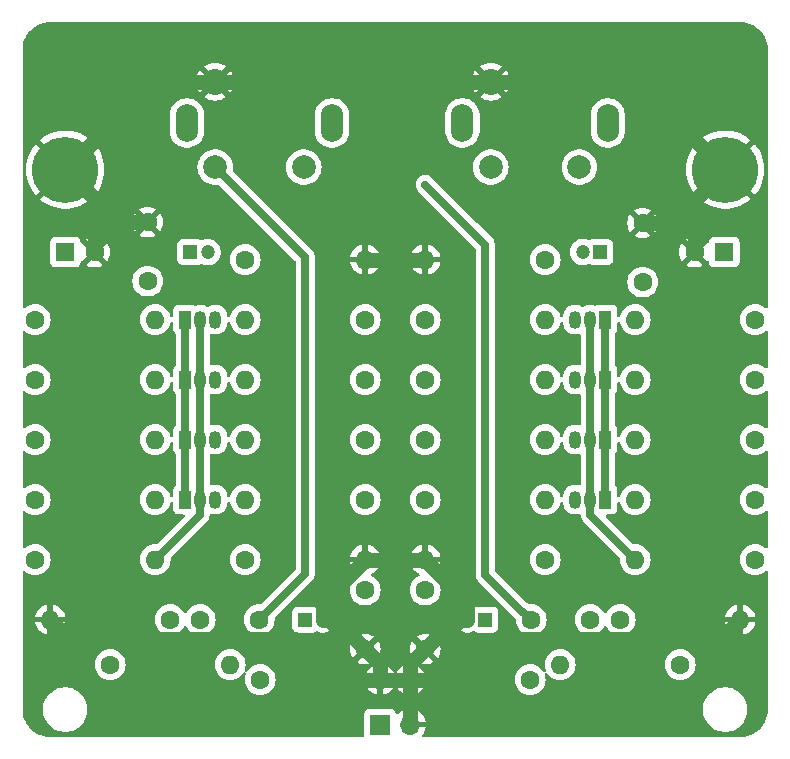
<source format=gtl>
G04 #@! TF.GenerationSoftware,KiCad,Pcbnew,8.0.9*
G04 #@! TF.CreationDate,2025-03-02T14:16:38+01:00*
G04 #@! TF.ProjectId,cjss190,636a7373-3139-4302-9e6b-696361645f70,rev?*
G04 #@! TF.SameCoordinates,Original*
G04 #@! TF.FileFunction,Copper,L1,Top*
G04 #@! TF.FilePolarity,Positive*
%FSLAX46Y46*%
G04 Gerber Fmt 4.6, Leading zero omitted, Abs format (unit mm)*
G04 Created by KiCad (PCBNEW 8.0.9) date 2025-03-02 14:16:38*
%MOMM*%
%LPD*%
G01*
G04 APERTURE LIST*
G04 #@! TA.AperFunction,ComponentPad*
%ADD10C,1.600000*%
G04 #@! TD*
G04 #@! TA.AperFunction,ComponentPad*
%ADD11O,1.600000X1.600000*%
G04 #@! TD*
G04 #@! TA.AperFunction,ComponentPad*
%ADD12R,1.600000X1.600000*%
G04 #@! TD*
G04 #@! TA.AperFunction,ComponentPad*
%ADD13R,1.050000X1.500000*%
G04 #@! TD*
G04 #@! TA.AperFunction,ComponentPad*
%ADD14O,1.050000X1.500000*%
G04 #@! TD*
G04 #@! TA.AperFunction,ComponentPad*
%ADD15C,5.600000*%
G04 #@! TD*
G04 #@! TA.AperFunction,ComponentPad*
%ADD16R,1.200000X1.200000*%
G04 #@! TD*
G04 #@! TA.AperFunction,ComponentPad*
%ADD17C,1.200000*%
G04 #@! TD*
G04 #@! TA.AperFunction,WasherPad*
%ADD18O,1.900000X3.200000*%
G04 #@! TD*
G04 #@! TA.AperFunction,ComponentPad*
%ADD19C,2.000000*%
G04 #@! TD*
G04 #@! TA.AperFunction,ComponentPad*
%ADD20C,2.200000*%
G04 #@! TD*
G04 #@! TA.AperFunction,ComponentPad*
%ADD21R,1.700000X1.700000*%
G04 #@! TD*
G04 #@! TA.AperFunction,ComponentPad*
%ADD22O,1.700000X1.700000*%
G04 #@! TD*
G04 #@! TA.AperFunction,ViaPad*
%ADD23C,0.600000*%
G04 #@! TD*
G04 #@! TA.AperFunction,Conductor*
%ADD24C,0.635000*%
G04 #@! TD*
G04 #@! TA.AperFunction,Conductor*
%ADD25C,1.270000*%
G04 #@! TD*
G04 APERTURE END LIST*
D10*
X78740000Y-69850000D03*
D11*
X88900000Y-69850000D03*
D10*
X87630000Y-100330000D03*
D11*
X77470000Y-100330000D03*
D10*
X73660000Y-80010000D03*
D11*
X63500000Y-80010000D03*
D12*
X104052380Y-64135000D03*
D10*
X101552380Y-64135000D03*
X45720000Y-85090000D03*
D11*
X55880000Y-85090000D03*
D10*
X45720000Y-74930000D03*
D11*
X55880000Y-74930000D03*
D10*
X88900000Y-90170000D03*
D11*
X78740000Y-90170000D03*
D10*
X63500000Y-90170000D03*
D11*
X73660000Y-90170000D03*
D13*
X93980000Y-85090000D03*
D14*
X92710000Y-85090000D03*
X91440000Y-85090000D03*
D10*
X88900000Y-64770000D03*
D11*
X78740000Y-64770000D03*
D13*
X58420000Y-74930000D03*
D14*
X59690000Y-74930000D03*
X60960000Y-74930000D03*
D10*
X106680000Y-80010000D03*
D11*
X96520000Y-80010000D03*
D10*
X45720000Y-90170000D03*
D11*
X55880000Y-90170000D03*
D10*
X78740000Y-92750000D03*
X78740000Y-97750000D03*
X73660000Y-92750000D03*
X73660000Y-97750000D03*
D15*
X104140000Y-57150000D03*
D10*
X45720000Y-69850000D03*
D11*
X55880000Y-69850000D03*
D10*
X64690000Y-95250000D03*
X59690000Y-95250000D03*
D16*
X68580000Y-95250000D03*
D17*
X70080000Y-95250000D03*
D13*
X93980000Y-69850000D03*
D14*
X92710000Y-69850000D03*
X91440000Y-69850000D03*
D10*
X64770000Y-100330000D03*
D11*
X74930000Y-100330000D03*
D10*
X55245000Y-61595000D03*
X55245000Y-66595000D03*
D16*
X93575000Y-64135000D03*
D17*
X92075000Y-64135000D03*
D16*
X83820000Y-95250000D03*
D17*
X82320000Y-95250000D03*
D10*
X52070000Y-99060000D03*
D11*
X62230000Y-99060000D03*
D10*
X106680000Y-74930000D03*
D11*
X96520000Y-74930000D03*
D10*
X45720000Y-80010000D03*
D11*
X55880000Y-80010000D03*
D18*
X70860000Y-53200000D03*
X58560000Y-53200000D03*
D19*
X60960000Y-56950000D03*
X68460000Y-56950000D03*
D20*
X60960000Y-49700000D03*
D10*
X95250000Y-95250000D03*
D11*
X105410000Y-95250000D03*
D13*
X93980000Y-80010000D03*
D14*
X92710000Y-80010000D03*
X91440000Y-80010000D03*
D10*
X57150000Y-95250000D03*
D11*
X46990000Y-95250000D03*
D10*
X100330000Y-99060000D03*
D11*
X90170000Y-99060000D03*
D13*
X58420000Y-85090000D03*
D14*
X59690000Y-85090000D03*
X60960000Y-85090000D03*
D13*
X93980000Y-74930000D03*
D14*
X92710000Y-74930000D03*
X91440000Y-74930000D03*
D10*
X73660000Y-85090000D03*
D11*
X63500000Y-85090000D03*
D10*
X78740000Y-74930000D03*
D11*
X88900000Y-74930000D03*
D13*
X58420000Y-69850000D03*
D14*
X59690000Y-69850000D03*
X60960000Y-69850000D03*
D21*
X74930000Y-104140000D03*
D22*
X77470000Y-104140000D03*
D10*
X97155000Y-61675000D03*
X97155000Y-66675000D03*
X106680000Y-90170000D03*
D11*
X96520000Y-90170000D03*
D13*
X58420000Y-80010000D03*
D14*
X59690000Y-80010000D03*
X60960000Y-80010000D03*
D12*
X48260000Y-64135000D03*
D10*
X50760000Y-64135000D03*
X106680000Y-85090000D03*
D11*
X96520000Y-85090000D03*
D10*
X78740000Y-80010000D03*
D11*
X88900000Y-80010000D03*
D10*
X73660000Y-69850000D03*
D11*
X63500000Y-69850000D03*
D10*
X106680000Y-69850000D03*
D11*
X96520000Y-69850000D03*
D10*
X73660000Y-74930000D03*
D11*
X63500000Y-74930000D03*
D10*
X63500000Y-64770000D03*
D11*
X73660000Y-64770000D03*
D16*
X58825000Y-64135000D03*
D17*
X60325000Y-64135000D03*
D18*
X94189750Y-53200000D03*
X81889750Y-53200000D03*
D19*
X84289750Y-56950000D03*
X91789750Y-56950000D03*
D20*
X84289750Y-49700000D03*
D10*
X78740000Y-85090000D03*
D11*
X88900000Y-85090000D03*
D15*
X48260000Y-57150000D03*
D10*
X87710000Y-95250000D03*
X92710000Y-95250000D03*
D23*
X78740000Y-58420000D03*
D24*
X68580000Y-91360000D02*
X64690000Y-95250000D01*
X68580000Y-64570000D02*
X68580000Y-91360000D01*
X60960000Y-56950000D02*
X68580000Y-64570000D01*
X58420000Y-80010000D02*
X58420000Y-69850000D01*
X58420000Y-80010000D02*
X58420000Y-85090000D01*
D25*
X77470000Y-100330000D02*
X77470000Y-99020000D01*
X55710000Y-49700000D02*
X60960000Y-49700000D01*
X84289750Y-49700000D02*
X96690000Y-49700000D01*
X76200000Y-49700000D02*
X84289750Y-49700000D01*
X77470000Y-100330000D02*
X77470000Y-104140000D01*
X50760000Y-60960000D02*
X50760000Y-64135000D01*
X50760000Y-59650000D02*
X50760000Y-60960000D01*
X96690000Y-49700000D02*
X104140000Y-57150000D01*
X85090000Y-96885000D02*
X103775000Y-96885000D01*
X73660000Y-64770000D02*
X76200000Y-64770000D01*
X101552380Y-62230000D02*
X101552380Y-64135000D01*
X60960000Y-49700000D02*
X76200000Y-49700000D01*
X81645000Y-100330000D02*
X85090000Y-96885000D01*
X50800000Y-60960000D02*
X51435000Y-61595000D01*
X104140000Y-57150000D02*
X101552380Y-59737620D01*
X82320000Y-93750000D02*
X82320000Y-95250000D01*
X46990000Y-95250000D02*
X48625000Y-96885000D01*
X103775000Y-96885000D02*
X105410000Y-95250000D01*
X97155000Y-61675000D02*
X100997380Y-61675000D01*
X73660000Y-90170000D02*
X76200000Y-90170000D01*
X70080000Y-95250000D02*
X71160000Y-95250000D01*
X48260000Y-57150000D02*
X55710000Y-49700000D01*
X50760000Y-60960000D02*
X50800000Y-60960000D01*
X81240000Y-95250000D02*
X78740000Y-97750000D01*
X51435000Y-61595000D02*
X54610000Y-61595000D01*
X74930000Y-100330000D02*
X74930000Y-99020000D01*
X71120000Y-100330000D02*
X74930000Y-100330000D01*
X67675000Y-96885000D02*
X71120000Y-100330000D01*
X78740000Y-90170000D02*
X82320000Y-93750000D01*
X77470000Y-99020000D02*
X78740000Y-97750000D01*
X48260000Y-57150000D02*
X50760000Y-59650000D01*
X71160000Y-95250000D02*
X73660000Y-97750000D01*
X70080000Y-93750000D02*
X70080000Y-95250000D01*
X76200000Y-64770000D02*
X76200000Y-49700000D01*
X82320000Y-95250000D02*
X81240000Y-95250000D01*
X76200000Y-64770000D02*
X78740000Y-64770000D01*
X73660000Y-90170000D02*
X70080000Y-93750000D01*
X76200000Y-90170000D02*
X78740000Y-90170000D01*
X74930000Y-100330000D02*
X77470000Y-100330000D01*
X101552380Y-59737620D02*
X101552380Y-62230000D01*
X74930000Y-99020000D02*
X73660000Y-97750000D01*
X77470000Y-100330000D02*
X81645000Y-100330000D01*
X48625000Y-96885000D02*
X67675000Y-96885000D01*
X100997380Y-61675000D02*
X101552380Y-62230000D01*
X76200000Y-90170000D02*
X76200000Y-64770000D01*
D24*
X59690000Y-86360000D02*
X55880000Y-90170000D01*
X59690000Y-85090000D02*
X59690000Y-86360000D01*
X59690000Y-69850000D02*
X59690000Y-85090000D01*
X83820000Y-91440000D02*
X83820000Y-63500000D01*
X86955000Y-94575000D02*
X83820000Y-91440000D01*
X87035000Y-94575000D02*
X86955000Y-94575000D01*
X87710000Y-95250000D02*
X87035000Y-94575000D01*
X83820000Y-63500000D02*
X78740000Y-58420000D01*
X93980000Y-69850000D02*
X93980000Y-85090000D01*
X92710000Y-86360000D02*
X96520000Y-90170000D01*
X92710000Y-85090000D02*
X92710000Y-86360000D01*
X92710000Y-85090000D02*
X92710000Y-69850000D01*
G04 #@! TA.AperFunction,Conductor*
G36*
X77149920Y-100084394D02*
G01*
X77097259Y-100175606D01*
X77070000Y-100277339D01*
X77070000Y-100382661D01*
X77097259Y-100484394D01*
X77149920Y-100575606D01*
X77154314Y-100580000D01*
X75245686Y-100580000D01*
X75250080Y-100575606D01*
X75302741Y-100484394D01*
X75330000Y-100382661D01*
X75330000Y-100277339D01*
X75302741Y-100175606D01*
X75250080Y-100084394D01*
X75245686Y-100080000D01*
X77154314Y-100080000D01*
X77149920Y-100084394D01*
G37*
G04 #@! TD.AperFunction*
G04 #@! TA.AperFunction,Conductor*
G36*
X105413736Y-44650726D02*
G01*
X105684510Y-44667105D01*
X105699374Y-44668910D01*
X105962507Y-44717131D01*
X105977044Y-44720714D01*
X106232435Y-44800298D01*
X106246427Y-44805603D01*
X106490381Y-44915398D01*
X106503639Y-44922356D01*
X106732574Y-45060752D01*
X106744885Y-45069250D01*
X106955473Y-45234235D01*
X106966681Y-45244165D01*
X107155834Y-45433318D01*
X107165764Y-45444526D01*
X107330745Y-45655108D01*
X107339251Y-45667431D01*
X107477642Y-45896359D01*
X107484601Y-45909618D01*
X107594394Y-46153568D01*
X107599703Y-46167569D01*
X107679284Y-46422954D01*
X107682868Y-46437492D01*
X107731089Y-46700625D01*
X107732894Y-46715489D01*
X107749274Y-46986262D01*
X107749500Y-46993750D01*
X107749500Y-68780951D01*
X107729815Y-68847990D01*
X107677011Y-68893745D01*
X107607853Y-68903689D01*
X107544297Y-68874664D01*
X107537819Y-68868632D01*
X107519141Y-68849954D01*
X107332734Y-68719432D01*
X107332732Y-68719431D01*
X107126497Y-68623261D01*
X107126488Y-68623258D01*
X106906697Y-68564366D01*
X106906693Y-68564365D01*
X106906692Y-68564365D01*
X106906691Y-68564364D01*
X106906686Y-68564364D01*
X106680002Y-68544532D01*
X106679998Y-68544532D01*
X106453313Y-68564364D01*
X106453302Y-68564366D01*
X106233511Y-68623258D01*
X106233502Y-68623261D01*
X106027267Y-68719431D01*
X106027265Y-68719432D01*
X105840858Y-68849954D01*
X105679954Y-69010858D01*
X105549432Y-69197265D01*
X105549431Y-69197267D01*
X105453261Y-69403502D01*
X105453258Y-69403511D01*
X105394366Y-69623302D01*
X105394364Y-69623313D01*
X105374532Y-69849998D01*
X105374532Y-69850001D01*
X105394364Y-70076686D01*
X105394366Y-70076697D01*
X105453258Y-70296488D01*
X105453261Y-70296497D01*
X105549431Y-70502732D01*
X105549432Y-70502734D01*
X105679954Y-70689141D01*
X105840858Y-70850045D01*
X105840861Y-70850047D01*
X106027266Y-70980568D01*
X106233504Y-71076739D01*
X106453308Y-71135635D01*
X106615230Y-71149801D01*
X106679998Y-71155468D01*
X106680000Y-71155468D01*
X106680002Y-71155468D01*
X106736673Y-71150509D01*
X106906692Y-71135635D01*
X107126496Y-71076739D01*
X107332734Y-70980568D01*
X107519139Y-70850047D01*
X107526858Y-70842328D01*
X107537819Y-70831368D01*
X107599142Y-70797883D01*
X107668834Y-70802867D01*
X107724767Y-70844739D01*
X107749184Y-70910203D01*
X107749500Y-70919049D01*
X107749500Y-73860951D01*
X107729815Y-73927990D01*
X107677011Y-73973745D01*
X107607853Y-73983689D01*
X107544297Y-73954664D01*
X107537819Y-73948632D01*
X107519141Y-73929954D01*
X107332734Y-73799432D01*
X107332732Y-73799431D01*
X107126497Y-73703261D01*
X107126488Y-73703258D01*
X106906697Y-73644366D01*
X106906693Y-73644365D01*
X106906692Y-73644365D01*
X106906691Y-73644364D01*
X106906686Y-73644364D01*
X106680002Y-73624532D01*
X106679998Y-73624532D01*
X106453313Y-73644364D01*
X106453302Y-73644366D01*
X106233511Y-73703258D01*
X106233502Y-73703261D01*
X106027267Y-73799431D01*
X106027265Y-73799432D01*
X105840858Y-73929954D01*
X105679954Y-74090858D01*
X105549432Y-74277265D01*
X105549431Y-74277267D01*
X105453261Y-74483502D01*
X105453258Y-74483511D01*
X105394366Y-74703302D01*
X105394364Y-74703313D01*
X105374532Y-74929998D01*
X105374532Y-74930001D01*
X105394364Y-75156686D01*
X105394366Y-75156697D01*
X105453258Y-75376488D01*
X105453261Y-75376497D01*
X105549431Y-75582732D01*
X105549432Y-75582734D01*
X105679954Y-75769141D01*
X105840858Y-75930045D01*
X105840861Y-75930047D01*
X106027266Y-76060568D01*
X106233504Y-76156739D01*
X106453308Y-76215635D01*
X106615230Y-76229801D01*
X106679998Y-76235468D01*
X106680000Y-76235468D01*
X106680002Y-76235468D01*
X106736673Y-76230509D01*
X106906692Y-76215635D01*
X107126496Y-76156739D01*
X107332734Y-76060568D01*
X107519139Y-75930047D01*
X107526858Y-75922328D01*
X107537819Y-75911368D01*
X107599142Y-75877883D01*
X107668834Y-75882867D01*
X107724767Y-75924739D01*
X107749184Y-75990203D01*
X107749500Y-75999049D01*
X107749500Y-78940951D01*
X107729815Y-79007990D01*
X107677011Y-79053745D01*
X107607853Y-79063689D01*
X107544297Y-79034664D01*
X107537819Y-79028632D01*
X107519141Y-79009954D01*
X107332734Y-78879432D01*
X107332732Y-78879431D01*
X107126497Y-78783261D01*
X107126488Y-78783258D01*
X106906697Y-78724366D01*
X106906693Y-78724365D01*
X106906692Y-78724365D01*
X106906691Y-78724364D01*
X106906686Y-78724364D01*
X106680002Y-78704532D01*
X106679998Y-78704532D01*
X106453313Y-78724364D01*
X106453302Y-78724366D01*
X106233511Y-78783258D01*
X106233502Y-78783261D01*
X106027267Y-78879431D01*
X106027265Y-78879432D01*
X105840858Y-79009954D01*
X105679954Y-79170858D01*
X105549432Y-79357265D01*
X105549431Y-79357267D01*
X105453261Y-79563502D01*
X105453258Y-79563511D01*
X105394366Y-79783302D01*
X105394364Y-79783313D01*
X105374532Y-80009998D01*
X105374532Y-80010001D01*
X105394364Y-80236686D01*
X105394366Y-80236697D01*
X105453258Y-80456488D01*
X105453261Y-80456497D01*
X105549431Y-80662732D01*
X105549432Y-80662734D01*
X105679954Y-80849141D01*
X105840858Y-81010045D01*
X105840861Y-81010047D01*
X106027266Y-81140568D01*
X106233504Y-81236739D01*
X106453308Y-81295635D01*
X106615230Y-81309801D01*
X106679998Y-81315468D01*
X106680000Y-81315468D01*
X106680002Y-81315468D01*
X106736673Y-81310509D01*
X106906692Y-81295635D01*
X107126496Y-81236739D01*
X107332734Y-81140568D01*
X107519139Y-81010047D01*
X107526858Y-81002328D01*
X107537819Y-80991368D01*
X107599142Y-80957883D01*
X107668834Y-80962867D01*
X107724767Y-81004739D01*
X107749184Y-81070203D01*
X107749500Y-81079049D01*
X107749500Y-84020951D01*
X107729815Y-84087990D01*
X107677011Y-84133745D01*
X107607853Y-84143689D01*
X107544297Y-84114664D01*
X107537819Y-84108632D01*
X107519141Y-84089954D01*
X107332734Y-83959432D01*
X107332732Y-83959431D01*
X107126497Y-83863261D01*
X107126488Y-83863258D01*
X106906697Y-83804366D01*
X106906693Y-83804365D01*
X106906692Y-83804365D01*
X106906691Y-83804364D01*
X106906686Y-83804364D01*
X106680002Y-83784532D01*
X106679998Y-83784532D01*
X106453313Y-83804364D01*
X106453302Y-83804366D01*
X106233511Y-83863258D01*
X106233502Y-83863261D01*
X106027267Y-83959431D01*
X106027265Y-83959432D01*
X105840858Y-84089954D01*
X105679954Y-84250858D01*
X105549432Y-84437265D01*
X105549431Y-84437267D01*
X105453261Y-84643502D01*
X105453258Y-84643511D01*
X105394366Y-84863302D01*
X105394364Y-84863313D01*
X105374532Y-85089998D01*
X105374532Y-85090001D01*
X105394364Y-85316686D01*
X105394366Y-85316697D01*
X105453258Y-85536488D01*
X105453261Y-85536497D01*
X105549431Y-85742732D01*
X105549432Y-85742734D01*
X105679954Y-85929141D01*
X105840858Y-86090045D01*
X105840861Y-86090047D01*
X106027266Y-86220568D01*
X106233504Y-86316739D01*
X106453308Y-86375635D01*
X106615230Y-86389801D01*
X106679998Y-86395468D01*
X106680000Y-86395468D01*
X106680002Y-86395468D01*
X106736673Y-86390509D01*
X106906692Y-86375635D01*
X107126496Y-86316739D01*
X107332734Y-86220568D01*
X107519139Y-86090047D01*
X107526858Y-86082328D01*
X107537819Y-86071368D01*
X107599142Y-86037883D01*
X107668834Y-86042867D01*
X107724767Y-86084739D01*
X107749184Y-86150203D01*
X107749500Y-86159049D01*
X107749500Y-89100951D01*
X107729815Y-89167990D01*
X107677011Y-89213745D01*
X107607853Y-89223689D01*
X107544297Y-89194664D01*
X107537819Y-89188632D01*
X107519141Y-89169954D01*
X107332734Y-89039432D01*
X107332732Y-89039431D01*
X107126497Y-88943261D01*
X107126488Y-88943258D01*
X106906697Y-88884366D01*
X106906693Y-88884365D01*
X106906692Y-88884365D01*
X106906691Y-88884364D01*
X106906686Y-88884364D01*
X106680002Y-88864532D01*
X106679998Y-88864532D01*
X106453313Y-88884364D01*
X106453302Y-88884366D01*
X106233511Y-88943258D01*
X106233502Y-88943261D01*
X106027267Y-89039431D01*
X106027265Y-89039432D01*
X105840858Y-89169954D01*
X105679954Y-89330858D01*
X105549432Y-89517265D01*
X105549431Y-89517267D01*
X105453261Y-89723502D01*
X105453258Y-89723511D01*
X105394366Y-89943302D01*
X105394364Y-89943313D01*
X105374532Y-90169998D01*
X105374532Y-90170001D01*
X105394364Y-90396686D01*
X105394366Y-90396697D01*
X105453258Y-90616488D01*
X105453261Y-90616497D01*
X105549431Y-90822732D01*
X105549432Y-90822734D01*
X105679954Y-91009141D01*
X105840858Y-91170045D01*
X105840861Y-91170047D01*
X106027266Y-91300568D01*
X106233504Y-91396739D01*
X106453308Y-91455635D01*
X106615230Y-91469801D01*
X106679998Y-91475468D01*
X106680000Y-91475468D01*
X106680002Y-91475468D01*
X106736673Y-91470509D01*
X106906692Y-91455635D01*
X107126496Y-91396739D01*
X107332734Y-91300568D01*
X107519139Y-91170047D01*
X107524447Y-91164739D01*
X107537819Y-91151368D01*
X107599142Y-91117883D01*
X107668834Y-91122867D01*
X107724767Y-91164739D01*
X107749184Y-91230203D01*
X107749500Y-91239049D01*
X107749500Y-102866249D01*
X107749274Y-102873737D01*
X107732894Y-103144510D01*
X107731089Y-103159374D01*
X107682868Y-103422507D01*
X107679284Y-103437045D01*
X107599703Y-103692430D01*
X107594394Y-103706431D01*
X107484601Y-103950381D01*
X107477642Y-103963640D01*
X107339251Y-104192568D01*
X107330745Y-104204891D01*
X107165764Y-104415473D01*
X107155834Y-104426681D01*
X106966681Y-104615834D01*
X106955473Y-104625764D01*
X106744891Y-104790745D01*
X106732568Y-104799251D01*
X106503640Y-104937642D01*
X106490381Y-104944601D01*
X106246431Y-105054394D01*
X106232430Y-105059703D01*
X105977045Y-105139284D01*
X105962507Y-105142868D01*
X105699374Y-105191089D01*
X105684510Y-105192894D01*
X105429690Y-105208308D01*
X105413735Y-105209274D01*
X105406249Y-105209500D01*
X78607374Y-105209500D01*
X78540335Y-105189815D01*
X78494580Y-105137011D01*
X78484636Y-105067853D01*
X78505800Y-105014376D01*
X78643595Y-104817585D01*
X78643599Y-104817579D01*
X78743429Y-104603492D01*
X78743432Y-104603486D01*
X78800636Y-104390000D01*
X77903012Y-104390000D01*
X77935925Y-104332993D01*
X77970000Y-104205826D01*
X77970000Y-104074174D01*
X77935925Y-103947007D01*
X77903012Y-103890000D01*
X78800636Y-103890000D01*
X78800635Y-103889999D01*
X78743432Y-103676513D01*
X78743429Y-103676507D01*
X78643600Y-103462422D01*
X78643599Y-103462420D01*
X78508113Y-103268926D01*
X78508108Y-103268920D01*
X78341082Y-103101894D01*
X78147578Y-102966399D01*
X77933492Y-102866570D01*
X77933486Y-102866567D01*
X77720000Y-102809364D01*
X77720000Y-103706988D01*
X77662993Y-103674075D01*
X77535826Y-103640000D01*
X77404174Y-103640000D01*
X77277007Y-103674075D01*
X77220000Y-103706988D01*
X77220000Y-102809364D01*
X77219999Y-102809364D01*
X77006513Y-102866567D01*
X77006507Y-102866570D01*
X76792422Y-102966399D01*
X76792420Y-102966400D01*
X76598926Y-103101886D01*
X76476865Y-103223947D01*
X76415542Y-103257431D01*
X76345850Y-103252447D01*
X76289917Y-103210575D01*
X76273002Y-103179598D01*
X76223797Y-103047671D01*
X76223793Y-103047664D01*
X76137547Y-102932455D01*
X76137544Y-102932452D01*
X76022335Y-102846206D01*
X76022328Y-102846202D01*
X75887482Y-102795908D01*
X75887483Y-102795908D01*
X75827883Y-102789501D01*
X75827881Y-102789500D01*
X75827873Y-102789500D01*
X75827864Y-102789500D01*
X74032129Y-102789500D01*
X74032123Y-102789501D01*
X73972516Y-102795908D01*
X73837671Y-102846202D01*
X73837664Y-102846206D01*
X73722455Y-102932452D01*
X73722452Y-102932455D01*
X73636206Y-103047664D01*
X73636202Y-103047671D01*
X73585908Y-103182517D01*
X73579501Y-103242116D01*
X73579500Y-103242135D01*
X73579500Y-105037870D01*
X73579501Y-105037876D01*
X73583196Y-105072247D01*
X73570789Y-105141006D01*
X73523178Y-105192143D01*
X73459906Y-105209500D01*
X46993751Y-105209500D01*
X46986264Y-105209274D01*
X46715490Y-105192894D01*
X46700625Y-105191089D01*
X46437492Y-105142868D01*
X46422954Y-105139284D01*
X46167569Y-105059703D01*
X46153568Y-105054394D01*
X45909618Y-104944601D01*
X45896359Y-104937642D01*
X45744258Y-104845694D01*
X45667428Y-104799249D01*
X45655108Y-104790745D01*
X45444526Y-104625764D01*
X45433318Y-104615834D01*
X45244165Y-104426681D01*
X45234235Y-104415473D01*
X45169616Y-104332993D01*
X45069250Y-104204885D01*
X45060752Y-104192574D01*
X44922356Y-103963639D01*
X44915398Y-103950381D01*
X44805603Y-103706427D01*
X44800296Y-103692430D01*
X44795334Y-103676507D01*
X44720714Y-103437044D01*
X44717131Y-103422507D01*
X44683254Y-103237644D01*
X44668909Y-103159372D01*
X44667105Y-103144509D01*
X44650726Y-102873736D01*
X44650500Y-102866249D01*
X44650500Y-102746752D01*
X46379500Y-102746752D01*
X46379500Y-102993247D01*
X46379501Y-102993263D01*
X46411674Y-103237644D01*
X46411675Y-103237649D01*
X46411676Y-103237655D01*
X46420055Y-103268926D01*
X46475477Y-103475766D01*
X46569809Y-103703502D01*
X46569813Y-103703511D01*
X46693069Y-103916997D01*
X46843132Y-104112560D01*
X46843140Y-104112569D01*
X47017431Y-104286860D01*
X47017439Y-104286867D01*
X47213002Y-104436930D01*
X47213005Y-104436931D01*
X47213008Y-104436934D01*
X47426491Y-104560188D01*
X47573645Y-104621141D01*
X47654233Y-104654522D01*
X47654234Y-104654522D01*
X47654236Y-104654523D01*
X47892345Y-104718324D01*
X48136746Y-104750500D01*
X48136753Y-104750500D01*
X48383247Y-104750500D01*
X48383254Y-104750500D01*
X48627655Y-104718324D01*
X48865764Y-104654523D01*
X49093509Y-104560188D01*
X49306992Y-104436934D01*
X49502560Y-104286868D01*
X49502564Y-104286863D01*
X49502569Y-104286860D01*
X49676860Y-104112569D01*
X49676863Y-104112564D01*
X49676868Y-104112560D01*
X49826934Y-103916992D01*
X49950188Y-103703509D01*
X50044523Y-103475764D01*
X50108324Y-103237655D01*
X50140500Y-102993254D01*
X50140500Y-102746752D01*
X102259500Y-102746752D01*
X102259500Y-102993247D01*
X102259501Y-102993263D01*
X102291674Y-103237644D01*
X102291675Y-103237649D01*
X102291676Y-103237655D01*
X102300055Y-103268926D01*
X102355477Y-103475766D01*
X102449809Y-103703502D01*
X102449813Y-103703511D01*
X102573069Y-103916997D01*
X102723132Y-104112560D01*
X102723140Y-104112569D01*
X102897431Y-104286860D01*
X102897439Y-104286867D01*
X103093002Y-104436930D01*
X103093005Y-104436931D01*
X103093008Y-104436934D01*
X103306491Y-104560188D01*
X103453645Y-104621141D01*
X103534233Y-104654522D01*
X103534234Y-104654522D01*
X103534236Y-104654523D01*
X103772345Y-104718324D01*
X104016746Y-104750500D01*
X104016753Y-104750500D01*
X104263247Y-104750500D01*
X104263254Y-104750500D01*
X104507655Y-104718324D01*
X104745764Y-104654523D01*
X104973509Y-104560188D01*
X105186992Y-104436934D01*
X105382560Y-104286868D01*
X105382564Y-104286863D01*
X105382569Y-104286860D01*
X105556860Y-104112569D01*
X105556863Y-104112564D01*
X105556868Y-104112560D01*
X105706934Y-103916992D01*
X105830188Y-103703509D01*
X105924523Y-103475764D01*
X105988324Y-103237655D01*
X106020500Y-102993254D01*
X106020500Y-102746746D01*
X105988324Y-102502345D01*
X105924523Y-102264236D01*
X105830188Y-102036491D01*
X105706934Y-101823008D01*
X105706931Y-101823005D01*
X105706930Y-101823002D01*
X105556867Y-101627439D01*
X105556860Y-101627431D01*
X105382569Y-101453140D01*
X105382560Y-101453132D01*
X105186997Y-101303069D01*
X104973511Y-101179813D01*
X104973502Y-101179809D01*
X104745766Y-101085477D01*
X104618164Y-101051286D01*
X104507655Y-101021676D01*
X104507649Y-101021675D01*
X104507644Y-101021674D01*
X104263263Y-100989501D01*
X104263260Y-100989500D01*
X104263254Y-100989500D01*
X104016746Y-100989500D01*
X104016740Y-100989500D01*
X104016736Y-100989501D01*
X103772355Y-101021674D01*
X103772348Y-101021675D01*
X103772345Y-101021676D01*
X103725636Y-101034191D01*
X103534233Y-101085477D01*
X103306497Y-101179809D01*
X103306488Y-101179813D01*
X103093002Y-101303069D01*
X102897439Y-101453132D01*
X102723132Y-101627439D01*
X102573069Y-101823002D01*
X102449813Y-102036488D01*
X102449809Y-102036497D01*
X102355477Y-102264233D01*
X102291677Y-102502342D01*
X102291674Y-102502355D01*
X102259501Y-102746736D01*
X102259500Y-102746752D01*
X50140500Y-102746752D01*
X50140500Y-102746746D01*
X50108324Y-102502345D01*
X50044523Y-102264236D01*
X49950188Y-102036491D01*
X49826934Y-101823008D01*
X49826931Y-101823005D01*
X49826930Y-101823002D01*
X49676867Y-101627439D01*
X49676860Y-101627431D01*
X49502569Y-101453140D01*
X49502560Y-101453132D01*
X49306997Y-101303069D01*
X49093511Y-101179813D01*
X49093502Y-101179809D01*
X48865766Y-101085477D01*
X48738164Y-101051286D01*
X48627655Y-101021676D01*
X48627649Y-101021675D01*
X48627644Y-101021674D01*
X48383263Y-100989501D01*
X48383260Y-100989500D01*
X48383254Y-100989500D01*
X48136746Y-100989500D01*
X48136740Y-100989500D01*
X48136736Y-100989501D01*
X47892355Y-101021674D01*
X47892348Y-101021675D01*
X47892345Y-101021676D01*
X47845636Y-101034191D01*
X47654233Y-101085477D01*
X47426497Y-101179809D01*
X47426488Y-101179813D01*
X47213002Y-101303069D01*
X47017439Y-101453132D01*
X46843132Y-101627439D01*
X46693069Y-101823002D01*
X46569813Y-102036488D01*
X46569809Y-102036497D01*
X46475477Y-102264233D01*
X46411677Y-102502342D01*
X46411674Y-102502355D01*
X46379501Y-102746736D01*
X46379500Y-102746752D01*
X44650500Y-102746752D01*
X44650500Y-99059998D01*
X50764532Y-99059998D01*
X50764532Y-99060001D01*
X50784364Y-99286686D01*
X50784366Y-99286697D01*
X50843258Y-99506488D01*
X50843261Y-99506497D01*
X50939431Y-99712732D01*
X50939432Y-99712734D01*
X51069954Y-99899141D01*
X51230858Y-100060045D01*
X51230861Y-100060047D01*
X51417266Y-100190568D01*
X51623504Y-100286739D01*
X51843308Y-100345635D01*
X52005230Y-100359801D01*
X52069998Y-100365468D01*
X52070000Y-100365468D01*
X52070002Y-100365468D01*
X52126673Y-100360509D01*
X52296692Y-100345635D01*
X52516496Y-100286739D01*
X52722734Y-100190568D01*
X52909139Y-100060047D01*
X53070047Y-99899139D01*
X53200568Y-99712734D01*
X53296739Y-99506496D01*
X53355635Y-99286692D01*
X53375468Y-99060000D01*
X53375468Y-99059998D01*
X60924532Y-99059998D01*
X60924532Y-99060001D01*
X60944364Y-99286686D01*
X60944366Y-99286697D01*
X61003258Y-99506488D01*
X61003261Y-99506497D01*
X61099431Y-99712732D01*
X61099432Y-99712734D01*
X61229954Y-99899141D01*
X61390858Y-100060045D01*
X61390861Y-100060047D01*
X61577266Y-100190568D01*
X61783504Y-100286739D01*
X62003308Y-100345635D01*
X62165230Y-100359801D01*
X62229998Y-100365468D01*
X62230000Y-100365468D01*
X62230002Y-100365468D01*
X62286673Y-100360509D01*
X62456692Y-100345635D01*
X62676496Y-100286739D01*
X62882734Y-100190568D01*
X63069139Y-100060047D01*
X63230047Y-99899139D01*
X63332925Y-99752212D01*
X63387499Y-99708589D01*
X63456997Y-99701395D01*
X63519352Y-99732917D01*
X63554767Y-99793147D01*
X63551997Y-99862961D01*
X63546882Y-99875737D01*
X63543264Y-99883496D01*
X63543258Y-99883511D01*
X63484366Y-100103302D01*
X63484364Y-100103313D01*
X63464532Y-100329998D01*
X63464532Y-100330001D01*
X63484364Y-100556686D01*
X63484366Y-100556697D01*
X63543258Y-100776488D01*
X63543261Y-100776497D01*
X63639431Y-100982732D01*
X63639432Y-100982734D01*
X63769954Y-101169141D01*
X63930858Y-101330045D01*
X63930861Y-101330047D01*
X64117266Y-101460568D01*
X64323504Y-101556739D01*
X64543308Y-101615635D01*
X64678240Y-101627440D01*
X64769998Y-101635468D01*
X64770000Y-101635468D01*
X64770002Y-101635468D01*
X64826673Y-101630509D01*
X64996692Y-101615635D01*
X65216496Y-101556739D01*
X65422734Y-101460568D01*
X65609139Y-101330047D01*
X65770047Y-101169139D01*
X65900568Y-100982734D01*
X65996739Y-100776496D01*
X66055635Y-100556692D01*
X66075468Y-100330000D01*
X66055635Y-100103308D01*
X66049389Y-100079999D01*
X73651127Y-100079999D01*
X73651128Y-100080000D01*
X74614314Y-100080000D01*
X74609920Y-100084394D01*
X74557259Y-100175606D01*
X74530000Y-100277339D01*
X74530000Y-100382661D01*
X74557259Y-100484394D01*
X74609920Y-100575606D01*
X74614314Y-100580000D01*
X73651128Y-100580000D01*
X73703730Y-100776317D01*
X73703734Y-100776326D01*
X73799865Y-100982482D01*
X73930342Y-101168820D01*
X74091179Y-101329657D01*
X74277517Y-101460134D01*
X74483673Y-101556265D01*
X74483682Y-101556269D01*
X74679999Y-101608872D01*
X74680000Y-101608871D01*
X74680000Y-100645686D01*
X74684394Y-100650080D01*
X74775606Y-100702741D01*
X74877339Y-100730000D01*
X74982661Y-100730000D01*
X75084394Y-100702741D01*
X75175606Y-100650080D01*
X75180000Y-100645686D01*
X75180000Y-101608872D01*
X75376317Y-101556269D01*
X75376326Y-101556265D01*
X75582482Y-101460134D01*
X75768820Y-101329657D01*
X75929657Y-101168820D01*
X76060134Y-100982481D01*
X76060135Y-100982479D01*
X76087618Y-100923543D01*
X76133790Y-100871103D01*
X76200983Y-100851951D01*
X76267864Y-100872166D01*
X76312382Y-100923543D01*
X76339864Y-100982479D01*
X76339865Y-100982481D01*
X76470342Y-101168820D01*
X76631179Y-101329657D01*
X76817517Y-101460134D01*
X77023673Y-101556265D01*
X77023682Y-101556269D01*
X77219999Y-101608872D01*
X77220000Y-101608871D01*
X77220000Y-100645686D01*
X77224394Y-100650080D01*
X77315606Y-100702741D01*
X77417339Y-100730000D01*
X77522661Y-100730000D01*
X77624394Y-100702741D01*
X77715606Y-100650080D01*
X77720000Y-100645686D01*
X77720000Y-101608872D01*
X77916317Y-101556269D01*
X77916326Y-101556265D01*
X78122482Y-101460134D01*
X78308820Y-101329657D01*
X78469657Y-101168820D01*
X78600134Y-100982482D01*
X78696265Y-100776326D01*
X78696269Y-100776317D01*
X78748872Y-100580000D01*
X77785686Y-100580000D01*
X77790080Y-100575606D01*
X77842741Y-100484394D01*
X77870000Y-100382661D01*
X77870000Y-100329998D01*
X86324532Y-100329998D01*
X86324532Y-100330001D01*
X86344364Y-100556686D01*
X86344366Y-100556697D01*
X86403258Y-100776488D01*
X86403261Y-100776497D01*
X86499431Y-100982732D01*
X86499432Y-100982734D01*
X86629954Y-101169141D01*
X86790858Y-101330045D01*
X86790861Y-101330047D01*
X86977266Y-101460568D01*
X87183504Y-101556739D01*
X87403308Y-101615635D01*
X87538240Y-101627440D01*
X87629998Y-101635468D01*
X87630000Y-101635468D01*
X87630002Y-101635468D01*
X87686673Y-101630509D01*
X87856692Y-101615635D01*
X88076496Y-101556739D01*
X88282734Y-101460568D01*
X88469139Y-101330047D01*
X88630047Y-101169139D01*
X88760568Y-100982734D01*
X88856739Y-100776496D01*
X88915635Y-100556692D01*
X88935468Y-100330000D01*
X88915635Y-100103308D01*
X88856739Y-99883504D01*
X88853119Y-99875742D01*
X88842627Y-99806667D01*
X88871145Y-99742882D01*
X88929621Y-99704642D01*
X88999488Y-99704086D01*
X89058565Y-99741391D01*
X89067076Y-99752214D01*
X89169954Y-99899141D01*
X89330858Y-100060045D01*
X89330861Y-100060047D01*
X89517266Y-100190568D01*
X89723504Y-100286739D01*
X89943308Y-100345635D01*
X90105230Y-100359801D01*
X90169998Y-100365468D01*
X90170000Y-100365468D01*
X90170002Y-100365468D01*
X90226673Y-100360509D01*
X90396692Y-100345635D01*
X90616496Y-100286739D01*
X90822734Y-100190568D01*
X91009139Y-100060047D01*
X91170047Y-99899139D01*
X91300568Y-99712734D01*
X91396739Y-99506496D01*
X91455635Y-99286692D01*
X91475468Y-99060000D01*
X91475468Y-99059998D01*
X99024532Y-99059998D01*
X99024532Y-99060001D01*
X99044364Y-99286686D01*
X99044366Y-99286697D01*
X99103258Y-99506488D01*
X99103261Y-99506497D01*
X99199431Y-99712732D01*
X99199432Y-99712734D01*
X99329954Y-99899141D01*
X99490858Y-100060045D01*
X99490861Y-100060047D01*
X99677266Y-100190568D01*
X99883504Y-100286739D01*
X100103308Y-100345635D01*
X100265230Y-100359801D01*
X100329998Y-100365468D01*
X100330000Y-100365468D01*
X100330002Y-100365468D01*
X100386673Y-100360509D01*
X100556692Y-100345635D01*
X100776496Y-100286739D01*
X100982734Y-100190568D01*
X101169139Y-100060047D01*
X101330047Y-99899139D01*
X101460568Y-99712734D01*
X101556739Y-99506496D01*
X101615635Y-99286692D01*
X101635468Y-99060000D01*
X101615635Y-98833308D01*
X101556739Y-98613504D01*
X101460568Y-98407266D01*
X101330047Y-98220861D01*
X101330045Y-98220858D01*
X101169141Y-98059954D01*
X100982734Y-97929432D01*
X100982732Y-97929431D01*
X100776497Y-97833261D01*
X100776488Y-97833258D01*
X100556697Y-97774366D01*
X100556693Y-97774365D01*
X100556692Y-97774365D01*
X100556691Y-97774364D01*
X100556686Y-97774364D01*
X100330002Y-97754532D01*
X100329998Y-97754532D01*
X100103313Y-97774364D01*
X100103302Y-97774366D01*
X99883511Y-97833258D01*
X99883502Y-97833261D01*
X99677267Y-97929431D01*
X99677265Y-97929432D01*
X99490858Y-98059954D01*
X99329954Y-98220858D01*
X99199432Y-98407265D01*
X99199431Y-98407267D01*
X99103261Y-98613502D01*
X99103258Y-98613511D01*
X99044366Y-98833302D01*
X99044364Y-98833313D01*
X99024532Y-99059998D01*
X91475468Y-99059998D01*
X91455635Y-98833308D01*
X91396739Y-98613504D01*
X91300568Y-98407266D01*
X91170047Y-98220861D01*
X91170045Y-98220858D01*
X91009141Y-98059954D01*
X90822734Y-97929432D01*
X90822732Y-97929431D01*
X90616497Y-97833261D01*
X90616488Y-97833258D01*
X90396697Y-97774366D01*
X90396693Y-97774365D01*
X90396692Y-97774365D01*
X90396691Y-97774364D01*
X90396686Y-97774364D01*
X90170002Y-97754532D01*
X90169998Y-97754532D01*
X89943313Y-97774364D01*
X89943302Y-97774366D01*
X89723511Y-97833258D01*
X89723502Y-97833261D01*
X89517267Y-97929431D01*
X89517265Y-97929432D01*
X89330858Y-98059954D01*
X89169954Y-98220858D01*
X89039432Y-98407265D01*
X89039431Y-98407267D01*
X88943261Y-98613502D01*
X88943258Y-98613511D01*
X88884366Y-98833302D01*
X88884364Y-98833313D01*
X88864532Y-99059998D01*
X88864532Y-99060001D01*
X88884364Y-99286686D01*
X88884366Y-99286697D01*
X88943258Y-99506488D01*
X88943260Y-99506492D01*
X88943261Y-99506496D01*
X88946877Y-99514251D01*
X88946881Y-99514259D01*
X88957372Y-99583336D01*
X88928851Y-99647120D01*
X88870374Y-99685359D01*
X88800507Y-99685912D01*
X88741431Y-99648605D01*
X88732923Y-99637785D01*
X88630045Y-99490858D01*
X88469141Y-99329954D01*
X88282734Y-99199432D01*
X88282732Y-99199431D01*
X88076497Y-99103261D01*
X88076488Y-99103258D01*
X87856697Y-99044366D01*
X87856693Y-99044365D01*
X87856692Y-99044365D01*
X87856691Y-99044364D01*
X87856686Y-99044364D01*
X87630002Y-99024532D01*
X87629998Y-99024532D01*
X87403313Y-99044364D01*
X87403302Y-99044366D01*
X87183511Y-99103258D01*
X87183502Y-99103261D01*
X86977267Y-99199431D01*
X86977265Y-99199432D01*
X86790858Y-99329954D01*
X86629954Y-99490858D01*
X86499432Y-99677265D01*
X86499431Y-99677267D01*
X86403261Y-99883502D01*
X86403258Y-99883511D01*
X86344366Y-100103302D01*
X86344364Y-100103313D01*
X86324532Y-100329998D01*
X77870000Y-100329998D01*
X77870000Y-100277339D01*
X77842741Y-100175606D01*
X77790080Y-100084394D01*
X77785686Y-100080000D01*
X78748872Y-100080000D01*
X78748872Y-100079999D01*
X78696269Y-99883682D01*
X78696265Y-99883673D01*
X78600134Y-99677517D01*
X78469657Y-99491179D01*
X78308820Y-99330342D01*
X78122482Y-99199865D01*
X77916328Y-99103734D01*
X77720000Y-99051127D01*
X77720000Y-100014314D01*
X77715606Y-100009920D01*
X77624394Y-99957259D01*
X77522661Y-99930000D01*
X77417339Y-99930000D01*
X77315606Y-99957259D01*
X77224394Y-100009920D01*
X77220000Y-100014314D01*
X77220000Y-99051127D01*
X77023671Y-99103734D01*
X76817517Y-99199865D01*
X76631179Y-99330342D01*
X76470342Y-99491179D01*
X76339865Y-99677517D01*
X76312382Y-99736457D01*
X76266210Y-99788896D01*
X76199016Y-99808048D01*
X76132135Y-99787832D01*
X76087618Y-99736457D01*
X76060134Y-99677517D01*
X75929657Y-99491179D01*
X75768820Y-99330342D01*
X75582482Y-99199865D01*
X75376328Y-99103734D01*
X75180000Y-99051127D01*
X75180000Y-100014314D01*
X75175606Y-100009920D01*
X75084394Y-99957259D01*
X74982661Y-99930000D01*
X74877339Y-99930000D01*
X74775606Y-99957259D01*
X74684394Y-100009920D01*
X74680000Y-100014314D01*
X74680000Y-99051127D01*
X74483671Y-99103734D01*
X74277517Y-99199865D01*
X74091179Y-99330342D01*
X73930342Y-99491179D01*
X73799865Y-99677517D01*
X73703734Y-99883673D01*
X73703730Y-99883682D01*
X73651127Y-100079999D01*
X66049389Y-100079999D01*
X65996739Y-99883504D01*
X65900568Y-99677266D01*
X65802839Y-99537693D01*
X65770045Y-99490858D01*
X65609141Y-99329954D01*
X65422734Y-99199432D01*
X65422732Y-99199431D01*
X65216497Y-99103261D01*
X65216488Y-99103258D01*
X64996697Y-99044366D01*
X64996693Y-99044365D01*
X64996692Y-99044365D01*
X64996691Y-99044364D01*
X64996686Y-99044364D01*
X64770002Y-99024532D01*
X64769998Y-99024532D01*
X64543313Y-99044364D01*
X64543302Y-99044366D01*
X64323511Y-99103258D01*
X64323502Y-99103261D01*
X64117267Y-99199431D01*
X64117265Y-99199432D01*
X63930858Y-99329954D01*
X63769954Y-99490858D01*
X63667076Y-99637785D01*
X63612499Y-99681410D01*
X63543001Y-99688604D01*
X63480646Y-99657081D01*
X63445232Y-99596852D01*
X63448003Y-99527037D01*
X63453119Y-99514259D01*
X63456739Y-99506496D01*
X63515635Y-99286692D01*
X63535468Y-99060000D01*
X63515635Y-98833308D01*
X63456739Y-98613504D01*
X63360568Y-98407266D01*
X63230047Y-98220861D01*
X63230045Y-98220858D01*
X63069141Y-98059954D01*
X62882734Y-97929432D01*
X62882732Y-97929431D01*
X62676497Y-97833261D01*
X62676488Y-97833258D01*
X62456697Y-97774366D01*
X62456693Y-97774365D01*
X62456692Y-97774365D01*
X62456691Y-97774364D01*
X62456686Y-97774364D01*
X62230002Y-97754532D01*
X62229998Y-97754532D01*
X62003313Y-97774364D01*
X62003302Y-97774366D01*
X61783511Y-97833258D01*
X61783502Y-97833261D01*
X61577267Y-97929431D01*
X61577265Y-97929432D01*
X61390858Y-98059954D01*
X61229954Y-98220858D01*
X61099432Y-98407265D01*
X61099431Y-98407267D01*
X61003261Y-98613502D01*
X61003258Y-98613511D01*
X60944366Y-98833302D01*
X60944364Y-98833313D01*
X60924532Y-99059998D01*
X53375468Y-99059998D01*
X53355635Y-98833308D01*
X53296739Y-98613504D01*
X53200568Y-98407266D01*
X53070047Y-98220861D01*
X53070045Y-98220858D01*
X52909141Y-98059954D01*
X52722734Y-97929432D01*
X52722732Y-97929431D01*
X52516497Y-97833261D01*
X52516488Y-97833258D01*
X52296697Y-97774366D01*
X52296693Y-97774365D01*
X52296692Y-97774365D01*
X52296691Y-97774364D01*
X52296686Y-97774364D01*
X52070002Y-97754532D01*
X52069998Y-97754532D01*
X51843313Y-97774364D01*
X51843302Y-97774366D01*
X51623511Y-97833258D01*
X51623502Y-97833261D01*
X51417267Y-97929431D01*
X51417265Y-97929432D01*
X51230858Y-98059954D01*
X51069954Y-98220858D01*
X50939432Y-98407265D01*
X50939431Y-98407267D01*
X50843261Y-98613502D01*
X50843258Y-98613511D01*
X50784366Y-98833302D01*
X50784364Y-98833313D01*
X50764532Y-99059998D01*
X44650500Y-99059998D01*
X44650500Y-97749997D01*
X72355034Y-97749997D01*
X72355034Y-97750002D01*
X72374858Y-97976599D01*
X72374860Y-97976610D01*
X72433730Y-98196317D01*
X72433735Y-98196331D01*
X72529863Y-98402478D01*
X72580974Y-98475472D01*
X73260000Y-97796446D01*
X73260000Y-97802661D01*
X73287259Y-97904394D01*
X73339920Y-97995606D01*
X73414394Y-98070080D01*
X73505606Y-98122741D01*
X73607339Y-98150000D01*
X73613553Y-98150000D01*
X72934526Y-98829025D01*
X73007513Y-98880132D01*
X73007521Y-98880136D01*
X73213668Y-98976264D01*
X73213682Y-98976269D01*
X73433389Y-99035139D01*
X73433400Y-99035141D01*
X73659998Y-99054966D01*
X73660002Y-99054966D01*
X73886599Y-99035141D01*
X73886610Y-99035139D01*
X74106317Y-98976269D01*
X74106331Y-98976264D01*
X74312478Y-98880136D01*
X74385471Y-98829024D01*
X73706447Y-98150000D01*
X73712661Y-98150000D01*
X73814394Y-98122741D01*
X73905606Y-98070080D01*
X73980080Y-97995606D01*
X74032741Y-97904394D01*
X74060000Y-97802661D01*
X74060000Y-97796447D01*
X74739024Y-98475471D01*
X74790136Y-98402478D01*
X74886264Y-98196331D01*
X74886269Y-98196317D01*
X74945139Y-97976610D01*
X74945141Y-97976599D01*
X74964966Y-97750002D01*
X74964966Y-97749997D01*
X77435034Y-97749997D01*
X77435034Y-97750002D01*
X77454858Y-97976599D01*
X77454860Y-97976610D01*
X77513730Y-98196317D01*
X77513735Y-98196331D01*
X77609863Y-98402478D01*
X77660974Y-98475472D01*
X78340000Y-97796446D01*
X78340000Y-97802661D01*
X78367259Y-97904394D01*
X78419920Y-97995606D01*
X78494394Y-98070080D01*
X78585606Y-98122741D01*
X78687339Y-98150000D01*
X78693553Y-98150000D01*
X78014526Y-98829025D01*
X78087513Y-98880132D01*
X78087521Y-98880136D01*
X78293668Y-98976264D01*
X78293682Y-98976269D01*
X78513389Y-99035139D01*
X78513400Y-99035141D01*
X78739998Y-99054966D01*
X78740002Y-99054966D01*
X78966599Y-99035141D01*
X78966610Y-99035139D01*
X79186317Y-98976269D01*
X79186331Y-98976264D01*
X79392478Y-98880136D01*
X79465471Y-98829024D01*
X78786447Y-98150000D01*
X78792661Y-98150000D01*
X78894394Y-98122741D01*
X78985606Y-98070080D01*
X79060080Y-97995606D01*
X79112741Y-97904394D01*
X79140000Y-97802661D01*
X79140000Y-97796447D01*
X79819024Y-98475471D01*
X79870136Y-98402478D01*
X79966264Y-98196331D01*
X79966269Y-98196317D01*
X80025139Y-97976610D01*
X80025141Y-97976599D01*
X80044966Y-97750002D01*
X80044966Y-97749997D01*
X80025141Y-97523400D01*
X80025139Y-97523389D01*
X79966269Y-97303682D01*
X79966264Y-97303668D01*
X79870136Y-97097521D01*
X79870132Y-97097513D01*
X79819025Y-97024526D01*
X79140000Y-97703551D01*
X79140000Y-97697339D01*
X79112741Y-97595606D01*
X79060080Y-97504394D01*
X78985606Y-97429920D01*
X78894394Y-97377259D01*
X78792661Y-97350000D01*
X78786445Y-97350000D01*
X79465472Y-96670974D01*
X79392478Y-96619863D01*
X79186331Y-96523735D01*
X79186317Y-96523730D01*
X78966610Y-96464860D01*
X78966599Y-96464858D01*
X78740002Y-96445034D01*
X78739998Y-96445034D01*
X78513400Y-96464858D01*
X78513389Y-96464860D01*
X78293682Y-96523730D01*
X78293673Y-96523734D01*
X78087516Y-96619866D01*
X78087512Y-96619868D01*
X78014526Y-96670973D01*
X78014526Y-96670974D01*
X78693553Y-97350000D01*
X78687339Y-97350000D01*
X78585606Y-97377259D01*
X78494394Y-97429920D01*
X78419920Y-97504394D01*
X78367259Y-97595606D01*
X78340000Y-97697339D01*
X78340000Y-97703552D01*
X77660974Y-97024526D01*
X77660973Y-97024526D01*
X77609868Y-97097512D01*
X77609866Y-97097516D01*
X77513734Y-97303673D01*
X77513730Y-97303682D01*
X77454860Y-97523389D01*
X77454858Y-97523400D01*
X77435034Y-97749997D01*
X74964966Y-97749997D01*
X74945141Y-97523400D01*
X74945139Y-97523389D01*
X74886269Y-97303682D01*
X74886264Y-97303668D01*
X74790136Y-97097521D01*
X74790132Y-97097513D01*
X74739025Y-97024526D01*
X74060000Y-97703551D01*
X74060000Y-97697339D01*
X74032741Y-97595606D01*
X73980080Y-97504394D01*
X73905606Y-97429920D01*
X73814394Y-97377259D01*
X73712661Y-97350000D01*
X73706445Y-97350000D01*
X74385472Y-96670974D01*
X74312478Y-96619863D01*
X74106331Y-96523735D01*
X74106317Y-96523730D01*
X73886610Y-96464860D01*
X73886599Y-96464858D01*
X73660002Y-96445034D01*
X73659998Y-96445034D01*
X73433400Y-96464858D01*
X73433389Y-96464860D01*
X73213682Y-96523730D01*
X73213673Y-96523734D01*
X73007516Y-96619866D01*
X73007512Y-96619868D01*
X72934526Y-96670973D01*
X72934526Y-96670974D01*
X73613553Y-97350000D01*
X73607339Y-97350000D01*
X73505606Y-97377259D01*
X73414394Y-97429920D01*
X73339920Y-97504394D01*
X73287259Y-97595606D01*
X73260000Y-97697339D01*
X73260000Y-97703552D01*
X72580974Y-97024526D01*
X72580973Y-97024526D01*
X72529868Y-97097512D01*
X72529866Y-97097516D01*
X72433734Y-97303673D01*
X72433730Y-97303682D01*
X72374860Y-97523389D01*
X72374858Y-97523400D01*
X72355034Y-97749997D01*
X44650500Y-97749997D01*
X44650500Y-94999999D01*
X45711127Y-94999999D01*
X45711128Y-95000000D01*
X46674314Y-95000000D01*
X46669920Y-95004394D01*
X46617259Y-95095606D01*
X46590000Y-95197339D01*
X46590000Y-95302661D01*
X46617259Y-95404394D01*
X46669920Y-95495606D01*
X46674314Y-95500000D01*
X45711128Y-95500000D01*
X45763730Y-95696317D01*
X45763734Y-95696326D01*
X45859865Y-95902482D01*
X45990342Y-96088820D01*
X46151179Y-96249657D01*
X46337517Y-96380134D01*
X46543673Y-96476265D01*
X46543682Y-96476269D01*
X46739999Y-96528872D01*
X46740000Y-96528871D01*
X46740000Y-95565686D01*
X46744394Y-95570080D01*
X46835606Y-95622741D01*
X46937339Y-95650000D01*
X47042661Y-95650000D01*
X47144394Y-95622741D01*
X47235606Y-95570080D01*
X47240000Y-95565686D01*
X47240000Y-96528872D01*
X47436317Y-96476269D01*
X47436326Y-96476265D01*
X47642482Y-96380134D01*
X47828820Y-96249657D01*
X47989657Y-96088820D01*
X48120134Y-95902482D01*
X48216265Y-95696326D01*
X48216269Y-95696317D01*
X48268872Y-95500000D01*
X47305686Y-95500000D01*
X47310080Y-95495606D01*
X47362741Y-95404394D01*
X47390000Y-95302661D01*
X47390000Y-95249998D01*
X55844532Y-95249998D01*
X55844532Y-95250001D01*
X55864364Y-95476686D01*
X55864366Y-95476697D01*
X55923258Y-95696488D01*
X55923261Y-95696497D01*
X56019431Y-95902732D01*
X56019432Y-95902734D01*
X56149954Y-96089141D01*
X56310858Y-96250045D01*
X56310861Y-96250047D01*
X56497266Y-96380568D01*
X56703504Y-96476739D01*
X56923308Y-96535635D01*
X57085230Y-96549801D01*
X57149998Y-96555468D01*
X57150000Y-96555468D01*
X57150002Y-96555468D01*
X57206673Y-96550509D01*
X57376692Y-96535635D01*
X57596496Y-96476739D01*
X57802734Y-96380568D01*
X57989139Y-96250047D01*
X58150047Y-96089139D01*
X58280568Y-95902734D01*
X58307618Y-95844724D01*
X58353790Y-95792285D01*
X58420983Y-95773133D01*
X58487865Y-95793348D01*
X58532382Y-95844725D01*
X58559429Y-95902728D01*
X58559432Y-95902734D01*
X58689954Y-96089141D01*
X58850858Y-96250045D01*
X58850861Y-96250047D01*
X59037266Y-96380568D01*
X59243504Y-96476739D01*
X59463308Y-96535635D01*
X59625230Y-96549801D01*
X59689998Y-96555468D01*
X59690000Y-96555468D01*
X59690002Y-96555468D01*
X59746673Y-96550509D01*
X59916692Y-96535635D01*
X60136496Y-96476739D01*
X60342734Y-96380568D01*
X60529139Y-96250047D01*
X60690047Y-96089139D01*
X60820568Y-95902734D01*
X60916739Y-95696496D01*
X60975635Y-95476692D01*
X60995468Y-95250000D01*
X60975635Y-95023308D01*
X60916739Y-94803504D01*
X60820568Y-94597266D01*
X60690047Y-94410861D01*
X60690045Y-94410858D01*
X60529141Y-94249954D01*
X60342734Y-94119432D01*
X60342732Y-94119431D01*
X60136497Y-94023261D01*
X60136488Y-94023258D01*
X59916697Y-93964366D01*
X59916693Y-93964365D01*
X59916692Y-93964365D01*
X59916691Y-93964364D01*
X59916686Y-93964364D01*
X59690002Y-93944532D01*
X59689998Y-93944532D01*
X59463313Y-93964364D01*
X59463302Y-93964366D01*
X59243511Y-94023258D01*
X59243502Y-94023261D01*
X59037267Y-94119431D01*
X59037265Y-94119432D01*
X58850858Y-94249954D01*
X58689954Y-94410858D01*
X58559432Y-94597265D01*
X58559431Y-94597267D01*
X58532382Y-94655275D01*
X58486209Y-94707714D01*
X58419016Y-94726866D01*
X58352135Y-94706650D01*
X58307618Y-94655275D01*
X58282838Y-94602135D01*
X58280568Y-94597266D01*
X58150047Y-94410861D01*
X58150045Y-94410858D01*
X57989141Y-94249954D01*
X57802734Y-94119432D01*
X57802732Y-94119431D01*
X57596497Y-94023261D01*
X57596488Y-94023258D01*
X57376697Y-93964366D01*
X57376693Y-93964365D01*
X57376692Y-93964365D01*
X57376691Y-93964364D01*
X57376686Y-93964364D01*
X57150002Y-93944532D01*
X57149998Y-93944532D01*
X56923313Y-93964364D01*
X56923302Y-93964366D01*
X56703511Y-94023258D01*
X56703502Y-94023261D01*
X56497267Y-94119431D01*
X56497265Y-94119432D01*
X56310858Y-94249954D01*
X56149954Y-94410858D01*
X56019432Y-94597265D01*
X56019431Y-94597267D01*
X55923261Y-94803502D01*
X55923258Y-94803511D01*
X55864366Y-95023302D01*
X55864364Y-95023313D01*
X55844532Y-95249998D01*
X47390000Y-95249998D01*
X47390000Y-95197339D01*
X47362741Y-95095606D01*
X47310080Y-95004394D01*
X47305686Y-95000000D01*
X48268872Y-95000000D01*
X48268872Y-94999999D01*
X48216269Y-94803682D01*
X48216265Y-94803673D01*
X48120134Y-94597517D01*
X47989657Y-94411179D01*
X47828820Y-94250342D01*
X47642482Y-94119865D01*
X47436328Y-94023734D01*
X47240000Y-93971127D01*
X47240000Y-94934314D01*
X47235606Y-94929920D01*
X47144394Y-94877259D01*
X47042661Y-94850000D01*
X46937339Y-94850000D01*
X46835606Y-94877259D01*
X46744394Y-94929920D01*
X46740000Y-94934314D01*
X46740000Y-93971127D01*
X46543671Y-94023734D01*
X46337517Y-94119865D01*
X46151179Y-94250342D01*
X45990342Y-94411179D01*
X45859865Y-94597517D01*
X45763734Y-94803673D01*
X45763730Y-94803682D01*
X45711127Y-94999999D01*
X44650500Y-94999999D01*
X44650500Y-91239049D01*
X44670185Y-91172010D01*
X44722989Y-91126255D01*
X44792147Y-91116311D01*
X44855703Y-91145336D01*
X44862181Y-91151368D01*
X44880858Y-91170045D01*
X44880861Y-91170047D01*
X45067266Y-91300568D01*
X45273504Y-91396739D01*
X45493308Y-91455635D01*
X45655230Y-91469801D01*
X45719998Y-91475468D01*
X45720000Y-91475468D01*
X45720002Y-91475468D01*
X45776673Y-91470509D01*
X45946692Y-91455635D01*
X46166496Y-91396739D01*
X46372734Y-91300568D01*
X46559139Y-91170047D01*
X46720047Y-91009139D01*
X46850568Y-90822734D01*
X46946739Y-90616496D01*
X47005635Y-90396692D01*
X47025468Y-90170000D01*
X47005635Y-89943308D01*
X46946739Y-89723504D01*
X46850568Y-89517266D01*
X46720047Y-89330861D01*
X46720045Y-89330858D01*
X46559141Y-89169954D01*
X46372734Y-89039432D01*
X46372732Y-89039431D01*
X46166497Y-88943261D01*
X46166488Y-88943258D01*
X45946697Y-88884366D01*
X45946693Y-88884365D01*
X45946692Y-88884365D01*
X45946691Y-88884364D01*
X45946686Y-88884364D01*
X45720002Y-88864532D01*
X45719998Y-88864532D01*
X45493313Y-88884364D01*
X45493302Y-88884366D01*
X45273511Y-88943258D01*
X45273502Y-88943261D01*
X45067267Y-89039431D01*
X45067265Y-89039432D01*
X44880858Y-89169954D01*
X44862181Y-89188632D01*
X44800858Y-89222117D01*
X44731166Y-89217133D01*
X44675233Y-89175261D01*
X44650816Y-89109797D01*
X44650500Y-89100951D01*
X44650500Y-86159049D01*
X44670185Y-86092010D01*
X44722989Y-86046255D01*
X44792147Y-86036311D01*
X44855703Y-86065336D01*
X44862181Y-86071368D01*
X44880858Y-86090045D01*
X44880861Y-86090047D01*
X45067266Y-86220568D01*
X45273504Y-86316739D01*
X45493308Y-86375635D01*
X45655230Y-86389801D01*
X45719998Y-86395468D01*
X45720000Y-86395468D01*
X45720002Y-86395468D01*
X45776673Y-86390509D01*
X45946692Y-86375635D01*
X46166496Y-86316739D01*
X46372734Y-86220568D01*
X46559139Y-86090047D01*
X46720047Y-85929139D01*
X46850568Y-85742734D01*
X46946739Y-85536496D01*
X47005635Y-85316692D01*
X47025468Y-85090000D01*
X47005635Y-84863308D01*
X46946739Y-84643504D01*
X46850568Y-84437266D01*
X46720047Y-84250861D01*
X46720045Y-84250858D01*
X46559141Y-84089954D01*
X46372734Y-83959432D01*
X46372732Y-83959431D01*
X46166497Y-83863261D01*
X46166488Y-83863258D01*
X45946697Y-83804366D01*
X45946693Y-83804365D01*
X45946692Y-83804365D01*
X45946691Y-83804364D01*
X45946686Y-83804364D01*
X45720002Y-83784532D01*
X45719998Y-83784532D01*
X45493313Y-83804364D01*
X45493302Y-83804366D01*
X45273511Y-83863258D01*
X45273502Y-83863261D01*
X45067267Y-83959431D01*
X45067265Y-83959432D01*
X44880858Y-84089954D01*
X44862181Y-84108632D01*
X44800858Y-84142117D01*
X44731166Y-84137133D01*
X44675233Y-84095261D01*
X44650816Y-84029797D01*
X44650500Y-84020951D01*
X44650500Y-81079049D01*
X44670185Y-81012010D01*
X44722989Y-80966255D01*
X44792147Y-80956311D01*
X44855703Y-80985336D01*
X44862181Y-80991368D01*
X44880858Y-81010045D01*
X44880861Y-81010047D01*
X45067266Y-81140568D01*
X45273504Y-81236739D01*
X45493308Y-81295635D01*
X45655230Y-81309801D01*
X45719998Y-81315468D01*
X45720000Y-81315468D01*
X45720002Y-81315468D01*
X45776673Y-81310509D01*
X45946692Y-81295635D01*
X46166496Y-81236739D01*
X46372734Y-81140568D01*
X46559139Y-81010047D01*
X46720047Y-80849139D01*
X46850568Y-80662734D01*
X46946739Y-80456496D01*
X47005635Y-80236692D01*
X47025468Y-80010000D01*
X47005635Y-79783308D01*
X46946739Y-79563504D01*
X46850568Y-79357266D01*
X46720047Y-79170861D01*
X46720045Y-79170858D01*
X46559141Y-79009954D01*
X46372734Y-78879432D01*
X46372732Y-78879431D01*
X46166497Y-78783261D01*
X46166488Y-78783258D01*
X45946697Y-78724366D01*
X45946693Y-78724365D01*
X45946692Y-78724365D01*
X45946691Y-78724364D01*
X45946686Y-78724364D01*
X45720002Y-78704532D01*
X45719998Y-78704532D01*
X45493313Y-78724364D01*
X45493302Y-78724366D01*
X45273511Y-78783258D01*
X45273502Y-78783261D01*
X45067267Y-78879431D01*
X45067265Y-78879432D01*
X44880858Y-79009954D01*
X44862181Y-79028632D01*
X44800858Y-79062117D01*
X44731166Y-79057133D01*
X44675233Y-79015261D01*
X44650816Y-78949797D01*
X44650500Y-78940951D01*
X44650500Y-75999049D01*
X44670185Y-75932010D01*
X44722989Y-75886255D01*
X44792147Y-75876311D01*
X44855703Y-75905336D01*
X44862181Y-75911368D01*
X44880858Y-75930045D01*
X44880861Y-75930047D01*
X45067266Y-76060568D01*
X45273504Y-76156739D01*
X45493308Y-76215635D01*
X45655230Y-76229801D01*
X45719998Y-76235468D01*
X45720000Y-76235468D01*
X45720002Y-76235468D01*
X45776673Y-76230509D01*
X45946692Y-76215635D01*
X46166496Y-76156739D01*
X46372734Y-76060568D01*
X46559139Y-75930047D01*
X46720047Y-75769139D01*
X46850568Y-75582734D01*
X46946739Y-75376496D01*
X47005635Y-75156692D01*
X47025468Y-74930000D01*
X47005635Y-74703308D01*
X46946739Y-74483504D01*
X46850568Y-74277266D01*
X46720047Y-74090861D01*
X46720045Y-74090858D01*
X46559141Y-73929954D01*
X46372734Y-73799432D01*
X46372732Y-73799431D01*
X46166497Y-73703261D01*
X46166488Y-73703258D01*
X45946697Y-73644366D01*
X45946693Y-73644365D01*
X45946692Y-73644365D01*
X45946691Y-73644364D01*
X45946686Y-73644364D01*
X45720002Y-73624532D01*
X45719998Y-73624532D01*
X45493313Y-73644364D01*
X45493302Y-73644366D01*
X45273511Y-73703258D01*
X45273502Y-73703261D01*
X45067267Y-73799431D01*
X45067265Y-73799432D01*
X44880858Y-73929954D01*
X44862181Y-73948632D01*
X44800858Y-73982117D01*
X44731166Y-73977133D01*
X44675233Y-73935261D01*
X44650816Y-73869797D01*
X44650500Y-73860951D01*
X44650500Y-70919049D01*
X44670185Y-70852010D01*
X44722989Y-70806255D01*
X44792147Y-70796311D01*
X44855703Y-70825336D01*
X44862181Y-70831368D01*
X44880858Y-70850045D01*
X44880861Y-70850047D01*
X45067266Y-70980568D01*
X45273504Y-71076739D01*
X45493308Y-71135635D01*
X45655230Y-71149801D01*
X45719998Y-71155468D01*
X45720000Y-71155468D01*
X45720002Y-71155468D01*
X45776673Y-71150509D01*
X45946692Y-71135635D01*
X46166496Y-71076739D01*
X46372734Y-70980568D01*
X46559139Y-70850047D01*
X46720047Y-70689139D01*
X46850568Y-70502734D01*
X46946739Y-70296496D01*
X47005635Y-70076692D01*
X47025468Y-69850000D01*
X47025468Y-69849998D01*
X54574532Y-69849998D01*
X54574532Y-69850001D01*
X54594364Y-70076686D01*
X54594366Y-70076697D01*
X54653258Y-70296488D01*
X54653261Y-70296497D01*
X54749431Y-70502732D01*
X54749432Y-70502734D01*
X54879954Y-70689141D01*
X55040858Y-70850045D01*
X55040861Y-70850047D01*
X55227266Y-70980568D01*
X55433504Y-71076739D01*
X55653308Y-71135635D01*
X55815230Y-71149801D01*
X55879998Y-71155468D01*
X55880000Y-71155468D01*
X55880002Y-71155468D01*
X55936673Y-71150509D01*
X56106692Y-71135635D01*
X56326496Y-71076739D01*
X56532734Y-70980568D01*
X56719139Y-70850047D01*
X56880047Y-70689139D01*
X57010568Y-70502734D01*
X57106739Y-70296496D01*
X57150726Y-70132331D01*
X57187089Y-70072674D01*
X57249936Y-70042144D01*
X57319312Y-70050438D01*
X57373190Y-70094923D01*
X57394465Y-70161475D01*
X57394500Y-70164427D01*
X57394500Y-70647870D01*
X57394501Y-70647876D01*
X57400908Y-70707483D01*
X57451202Y-70842328D01*
X57451206Y-70842335D01*
X57537452Y-70957544D01*
X57537453Y-70957545D01*
X57552310Y-70968667D01*
X57594182Y-71024600D01*
X57602000Y-71067934D01*
X57602000Y-73712064D01*
X57582315Y-73779103D01*
X57552314Y-73811329D01*
X57537456Y-73822451D01*
X57537451Y-73822457D01*
X57451206Y-73937664D01*
X57451202Y-73937671D01*
X57400908Y-74072517D01*
X57394501Y-74132116D01*
X57394501Y-74132123D01*
X57394500Y-74132135D01*
X57394500Y-74615570D01*
X57374815Y-74682609D01*
X57322011Y-74728364D01*
X57252853Y-74738308D01*
X57189297Y-74709283D01*
X57151523Y-74650505D01*
X57150725Y-74647663D01*
X57106741Y-74483511D01*
X57106738Y-74483502D01*
X57010568Y-74277267D01*
X57010567Y-74277265D01*
X56880045Y-74090858D01*
X56719141Y-73929954D01*
X56532734Y-73799432D01*
X56532732Y-73799431D01*
X56326497Y-73703261D01*
X56326488Y-73703258D01*
X56106697Y-73644366D01*
X56106693Y-73644365D01*
X56106692Y-73644365D01*
X56106691Y-73644364D01*
X56106686Y-73644364D01*
X55880002Y-73624532D01*
X55879998Y-73624532D01*
X55653313Y-73644364D01*
X55653302Y-73644366D01*
X55433511Y-73703258D01*
X55433502Y-73703261D01*
X55227267Y-73799431D01*
X55227265Y-73799432D01*
X55040858Y-73929954D01*
X54879954Y-74090858D01*
X54749432Y-74277265D01*
X54749431Y-74277267D01*
X54653261Y-74483502D01*
X54653258Y-74483511D01*
X54594366Y-74703302D01*
X54594364Y-74703313D01*
X54574532Y-74929998D01*
X54574532Y-74930001D01*
X54594364Y-75156686D01*
X54594366Y-75156697D01*
X54653258Y-75376488D01*
X54653261Y-75376497D01*
X54749431Y-75582732D01*
X54749432Y-75582734D01*
X54879954Y-75769141D01*
X55040858Y-75930045D01*
X55040861Y-75930047D01*
X55227266Y-76060568D01*
X55433504Y-76156739D01*
X55653308Y-76215635D01*
X55815230Y-76229801D01*
X55879998Y-76235468D01*
X55880000Y-76235468D01*
X55880002Y-76235468D01*
X55936673Y-76230509D01*
X56106692Y-76215635D01*
X56326496Y-76156739D01*
X56532734Y-76060568D01*
X56719139Y-75930047D01*
X56880047Y-75769139D01*
X57010568Y-75582734D01*
X57106739Y-75376496D01*
X57150726Y-75212331D01*
X57187089Y-75152674D01*
X57249936Y-75122144D01*
X57319312Y-75130438D01*
X57373190Y-75174923D01*
X57394465Y-75241475D01*
X57394500Y-75244427D01*
X57394500Y-75727870D01*
X57394501Y-75727876D01*
X57400908Y-75787483D01*
X57451202Y-75922328D01*
X57451206Y-75922335D01*
X57537452Y-76037544D01*
X57537453Y-76037545D01*
X57552310Y-76048667D01*
X57594182Y-76104600D01*
X57602000Y-76147934D01*
X57602000Y-78792064D01*
X57582315Y-78859103D01*
X57552314Y-78891329D01*
X57537456Y-78902451D01*
X57537451Y-78902457D01*
X57451206Y-79017664D01*
X57451202Y-79017671D01*
X57400908Y-79152517D01*
X57394501Y-79212116D01*
X57394501Y-79212123D01*
X57394500Y-79212135D01*
X57394500Y-79695570D01*
X57374815Y-79762609D01*
X57322011Y-79808364D01*
X57252853Y-79818308D01*
X57189297Y-79789283D01*
X57151523Y-79730505D01*
X57150725Y-79727663D01*
X57106741Y-79563511D01*
X57106738Y-79563502D01*
X57010568Y-79357267D01*
X57010567Y-79357265D01*
X56880045Y-79170858D01*
X56719141Y-79009954D01*
X56532734Y-78879432D01*
X56532732Y-78879431D01*
X56326497Y-78783261D01*
X56326488Y-78783258D01*
X56106697Y-78724366D01*
X56106693Y-78724365D01*
X56106692Y-78724365D01*
X56106691Y-78724364D01*
X56106686Y-78724364D01*
X55880002Y-78704532D01*
X55879998Y-78704532D01*
X55653313Y-78724364D01*
X55653302Y-78724366D01*
X55433511Y-78783258D01*
X55433502Y-78783261D01*
X55227267Y-78879431D01*
X55227265Y-78879432D01*
X55040858Y-79009954D01*
X54879954Y-79170858D01*
X54749432Y-79357265D01*
X54749431Y-79357267D01*
X54653261Y-79563502D01*
X54653258Y-79563511D01*
X54594366Y-79783302D01*
X54594364Y-79783313D01*
X54574532Y-80009998D01*
X54574532Y-80010001D01*
X54594364Y-80236686D01*
X54594366Y-80236697D01*
X54653258Y-80456488D01*
X54653261Y-80456497D01*
X54749431Y-80662732D01*
X54749432Y-80662734D01*
X54879954Y-80849141D01*
X55040858Y-81010045D01*
X55040861Y-81010047D01*
X55227266Y-81140568D01*
X55433504Y-81236739D01*
X55653308Y-81295635D01*
X55815230Y-81309801D01*
X55879998Y-81315468D01*
X55880000Y-81315468D01*
X55880002Y-81315468D01*
X55936673Y-81310509D01*
X56106692Y-81295635D01*
X56326496Y-81236739D01*
X56532734Y-81140568D01*
X56719139Y-81010047D01*
X56880047Y-80849139D01*
X57010568Y-80662734D01*
X57106739Y-80456496D01*
X57150726Y-80292331D01*
X57187089Y-80232674D01*
X57249936Y-80202144D01*
X57319312Y-80210438D01*
X57373190Y-80254923D01*
X57394465Y-80321475D01*
X57394500Y-80324427D01*
X57394500Y-80807870D01*
X57394501Y-80807876D01*
X57400908Y-80867483D01*
X57451202Y-81002328D01*
X57451206Y-81002335D01*
X57537452Y-81117544D01*
X57537453Y-81117545D01*
X57552310Y-81128667D01*
X57594182Y-81184600D01*
X57602000Y-81227934D01*
X57602000Y-83872064D01*
X57582315Y-83939103D01*
X57552314Y-83971329D01*
X57537456Y-83982451D01*
X57537451Y-83982457D01*
X57451206Y-84097664D01*
X57451202Y-84097671D01*
X57400908Y-84232517D01*
X57394501Y-84292116D01*
X57394501Y-84292123D01*
X57394500Y-84292135D01*
X57394500Y-84775570D01*
X57374815Y-84842609D01*
X57322011Y-84888364D01*
X57252853Y-84898308D01*
X57189297Y-84869283D01*
X57151523Y-84810505D01*
X57150725Y-84807663D01*
X57106741Y-84643511D01*
X57106738Y-84643502D01*
X57010568Y-84437267D01*
X57010567Y-84437265D01*
X56880045Y-84250858D01*
X56719141Y-84089954D01*
X56532734Y-83959432D01*
X56532732Y-83959431D01*
X56326497Y-83863261D01*
X56326488Y-83863258D01*
X56106697Y-83804366D01*
X56106693Y-83804365D01*
X56106692Y-83804365D01*
X56106691Y-83804364D01*
X56106686Y-83804364D01*
X55880002Y-83784532D01*
X55879998Y-83784532D01*
X55653313Y-83804364D01*
X55653302Y-83804366D01*
X55433511Y-83863258D01*
X55433502Y-83863261D01*
X55227267Y-83959431D01*
X55227265Y-83959432D01*
X55040858Y-84089954D01*
X54879954Y-84250858D01*
X54749432Y-84437265D01*
X54749431Y-84437267D01*
X54653261Y-84643502D01*
X54653258Y-84643511D01*
X54594366Y-84863302D01*
X54594364Y-84863313D01*
X54574532Y-85089998D01*
X54574532Y-85090001D01*
X54594364Y-85316686D01*
X54594366Y-85316697D01*
X54653258Y-85536488D01*
X54653261Y-85536497D01*
X54749431Y-85742732D01*
X54749432Y-85742734D01*
X54879954Y-85929141D01*
X55040858Y-86090045D01*
X55040861Y-86090047D01*
X55227266Y-86220568D01*
X55433504Y-86316739D01*
X55653308Y-86375635D01*
X55815230Y-86389801D01*
X55879998Y-86395468D01*
X55880000Y-86395468D01*
X55880002Y-86395468D01*
X55936673Y-86390509D01*
X56106692Y-86375635D01*
X56326496Y-86316739D01*
X56532734Y-86220568D01*
X56719139Y-86090047D01*
X56880047Y-85929139D01*
X57010568Y-85742734D01*
X57106739Y-85536496D01*
X57150726Y-85372331D01*
X57187089Y-85312674D01*
X57249936Y-85282144D01*
X57319312Y-85290438D01*
X57373190Y-85334923D01*
X57394465Y-85401475D01*
X57394500Y-85404427D01*
X57394500Y-85887870D01*
X57394501Y-85887876D01*
X57400908Y-85947483D01*
X57451202Y-86082328D01*
X57451206Y-86082335D01*
X57537452Y-86197544D01*
X57537455Y-86197547D01*
X57652664Y-86283793D01*
X57652671Y-86283797D01*
X57693538Y-86299039D01*
X57787517Y-86334091D01*
X57847127Y-86340500D01*
X58253312Y-86340499D01*
X58320350Y-86360183D01*
X58366105Y-86412987D01*
X58376049Y-86482146D01*
X58347024Y-86545702D01*
X58340992Y-86552180D01*
X56057568Y-88835603D01*
X55996245Y-88869088D01*
X55959080Y-88871450D01*
X55880002Y-88864532D01*
X55879998Y-88864532D01*
X55653313Y-88884364D01*
X55653302Y-88884366D01*
X55433511Y-88943258D01*
X55433502Y-88943261D01*
X55227267Y-89039431D01*
X55227265Y-89039432D01*
X55040858Y-89169954D01*
X54879954Y-89330858D01*
X54749432Y-89517265D01*
X54749431Y-89517267D01*
X54653261Y-89723502D01*
X54653258Y-89723511D01*
X54594366Y-89943302D01*
X54594364Y-89943313D01*
X54574532Y-90169998D01*
X54574532Y-90170001D01*
X54594364Y-90396686D01*
X54594366Y-90396697D01*
X54653258Y-90616488D01*
X54653261Y-90616497D01*
X54749431Y-90822732D01*
X54749432Y-90822734D01*
X54879954Y-91009141D01*
X55040858Y-91170045D01*
X55040861Y-91170047D01*
X55227266Y-91300568D01*
X55433504Y-91396739D01*
X55653308Y-91455635D01*
X55815230Y-91469801D01*
X55879998Y-91475468D01*
X55880000Y-91475468D01*
X55880002Y-91475468D01*
X55936673Y-91470509D01*
X56106692Y-91455635D01*
X56326496Y-91396739D01*
X56532734Y-91300568D01*
X56719139Y-91170047D01*
X56880047Y-91009139D01*
X57010568Y-90822734D01*
X57106739Y-90616496D01*
X57165635Y-90396692D01*
X57185468Y-90170000D01*
X57185468Y-90169998D01*
X62194532Y-90169998D01*
X62194532Y-90170001D01*
X62214364Y-90396686D01*
X62214366Y-90396697D01*
X62273258Y-90616488D01*
X62273261Y-90616497D01*
X62369431Y-90822732D01*
X62369432Y-90822734D01*
X62499954Y-91009141D01*
X62660858Y-91170045D01*
X62660861Y-91170047D01*
X62847266Y-91300568D01*
X63053504Y-91396739D01*
X63273308Y-91455635D01*
X63435230Y-91469801D01*
X63499998Y-91475468D01*
X63500000Y-91475468D01*
X63500002Y-91475468D01*
X63556673Y-91470509D01*
X63726692Y-91455635D01*
X63946496Y-91396739D01*
X64152734Y-91300568D01*
X64339139Y-91170047D01*
X64500047Y-91009139D01*
X64630568Y-90822734D01*
X64726739Y-90616496D01*
X64785635Y-90396692D01*
X64805468Y-90170000D01*
X64785635Y-89943308D01*
X64726739Y-89723504D01*
X64630568Y-89517266D01*
X64500047Y-89330861D01*
X64500045Y-89330858D01*
X64339141Y-89169954D01*
X64152734Y-89039432D01*
X64152732Y-89039431D01*
X63946497Y-88943261D01*
X63946488Y-88943258D01*
X63726697Y-88884366D01*
X63726693Y-88884365D01*
X63726692Y-88884365D01*
X63726691Y-88884364D01*
X63726686Y-88884364D01*
X63500002Y-88864532D01*
X63499998Y-88864532D01*
X63273313Y-88884364D01*
X63273302Y-88884366D01*
X63053511Y-88943258D01*
X63053502Y-88943261D01*
X62847267Y-89039431D01*
X62847265Y-89039432D01*
X62660858Y-89169954D01*
X62499954Y-89330858D01*
X62369432Y-89517265D01*
X62369431Y-89517267D01*
X62273261Y-89723502D01*
X62273258Y-89723511D01*
X62214366Y-89943302D01*
X62214364Y-89943313D01*
X62194532Y-90169998D01*
X57185468Y-90169998D01*
X57178548Y-90090916D01*
X57192314Y-90022420D01*
X57214392Y-89992433D01*
X60201235Y-87005589D01*
X60201240Y-87005586D01*
X60211443Y-86995382D01*
X60211445Y-86995382D01*
X60325382Y-86881445D01*
X60325618Y-86881090D01*
X60361236Y-86827784D01*
X60361238Y-86827780D01*
X60414903Y-86747468D01*
X60476565Y-86598602D01*
X60508000Y-86440565D01*
X60508000Y-86421777D01*
X60527685Y-86354738D01*
X60580489Y-86308983D01*
X60649647Y-86299039D01*
X60656191Y-86300160D01*
X60858992Y-86340499D01*
X60858996Y-86340500D01*
X60858997Y-86340500D01*
X61061004Y-86340500D01*
X61061005Y-86340499D01*
X61259127Y-86301091D01*
X61445756Y-86223786D01*
X61613718Y-86111558D01*
X61756558Y-85968718D01*
X61868786Y-85800756D01*
X61946091Y-85614127D01*
X61985500Y-85416003D01*
X61985500Y-85404429D01*
X62005185Y-85337391D01*
X62057989Y-85291636D01*
X62127147Y-85281692D01*
X62190703Y-85310717D01*
X62228477Y-85369495D01*
X62229275Y-85372337D01*
X62273258Y-85536488D01*
X62273261Y-85536497D01*
X62369431Y-85742732D01*
X62369432Y-85742734D01*
X62499954Y-85929141D01*
X62660858Y-86090045D01*
X62660861Y-86090047D01*
X62847266Y-86220568D01*
X63053504Y-86316739D01*
X63273308Y-86375635D01*
X63435230Y-86389801D01*
X63499998Y-86395468D01*
X63500000Y-86395468D01*
X63500002Y-86395468D01*
X63556673Y-86390509D01*
X63726692Y-86375635D01*
X63946496Y-86316739D01*
X64152734Y-86220568D01*
X64339139Y-86090047D01*
X64500047Y-85929139D01*
X64630568Y-85742734D01*
X64726739Y-85536496D01*
X64785635Y-85316692D01*
X64805468Y-85090000D01*
X64785635Y-84863308D01*
X64726739Y-84643504D01*
X64630568Y-84437266D01*
X64500047Y-84250861D01*
X64500045Y-84250858D01*
X64339141Y-84089954D01*
X64152734Y-83959432D01*
X64152732Y-83959431D01*
X63946497Y-83863261D01*
X63946488Y-83863258D01*
X63726697Y-83804366D01*
X63726693Y-83804365D01*
X63726692Y-83804365D01*
X63726691Y-83804364D01*
X63726686Y-83804364D01*
X63500002Y-83784532D01*
X63499998Y-83784532D01*
X63273313Y-83804364D01*
X63273302Y-83804366D01*
X63053511Y-83863258D01*
X63053502Y-83863261D01*
X62847267Y-83959431D01*
X62847265Y-83959432D01*
X62660858Y-84089954D01*
X62499954Y-84250858D01*
X62369432Y-84437265D01*
X62369431Y-84437267D01*
X62273261Y-84643502D01*
X62273258Y-84643511D01*
X62229275Y-84807662D01*
X62192910Y-84867323D01*
X62130063Y-84897852D01*
X62060688Y-84889557D01*
X62006810Y-84845072D01*
X61985535Y-84778520D01*
X61985500Y-84775569D01*
X61985500Y-84763996D01*
X61985499Y-84763992D01*
X61961534Y-84643511D01*
X61946091Y-84565873D01*
X61868786Y-84379244D01*
X61868784Y-84379241D01*
X61868782Y-84379237D01*
X61756558Y-84211281D01*
X61613718Y-84068441D01*
X61445762Y-83956217D01*
X61445752Y-83956212D01*
X61259127Y-83878909D01*
X61259119Y-83878907D01*
X61061007Y-83839500D01*
X61061003Y-83839500D01*
X60858997Y-83839500D01*
X60858992Y-83839500D01*
X60656191Y-83879839D01*
X60586599Y-83873612D01*
X60531422Y-83830748D01*
X60508178Y-83764858D01*
X60508000Y-83758222D01*
X60508000Y-81341777D01*
X60527685Y-81274738D01*
X60580489Y-81228983D01*
X60649647Y-81219039D01*
X60656191Y-81220160D01*
X60858992Y-81260499D01*
X60858996Y-81260500D01*
X60858997Y-81260500D01*
X61061004Y-81260500D01*
X61061005Y-81260499D01*
X61259127Y-81221091D01*
X61445756Y-81143786D01*
X61613718Y-81031558D01*
X61756558Y-80888718D01*
X61868786Y-80720756D01*
X61946091Y-80534127D01*
X61985500Y-80336003D01*
X61985500Y-80324429D01*
X62005185Y-80257391D01*
X62057989Y-80211636D01*
X62127147Y-80201692D01*
X62190703Y-80230717D01*
X62228477Y-80289495D01*
X62229275Y-80292337D01*
X62273258Y-80456488D01*
X62273261Y-80456497D01*
X62369431Y-80662732D01*
X62369432Y-80662734D01*
X62499954Y-80849141D01*
X62660858Y-81010045D01*
X62660861Y-81010047D01*
X62847266Y-81140568D01*
X63053504Y-81236739D01*
X63273308Y-81295635D01*
X63435230Y-81309801D01*
X63499998Y-81315468D01*
X63500000Y-81315468D01*
X63500002Y-81315468D01*
X63556673Y-81310509D01*
X63726692Y-81295635D01*
X63946496Y-81236739D01*
X64152734Y-81140568D01*
X64339139Y-81010047D01*
X64500047Y-80849139D01*
X64630568Y-80662734D01*
X64726739Y-80456496D01*
X64785635Y-80236692D01*
X64805468Y-80010000D01*
X64785635Y-79783308D01*
X64726739Y-79563504D01*
X64630568Y-79357266D01*
X64500047Y-79170861D01*
X64500045Y-79170858D01*
X64339141Y-79009954D01*
X64152734Y-78879432D01*
X64152732Y-78879431D01*
X63946497Y-78783261D01*
X63946488Y-78783258D01*
X63726697Y-78724366D01*
X63726693Y-78724365D01*
X63726692Y-78724365D01*
X63726691Y-78724364D01*
X63726686Y-78724364D01*
X63500002Y-78704532D01*
X63499998Y-78704532D01*
X63273313Y-78724364D01*
X63273302Y-78724366D01*
X63053511Y-78783258D01*
X63053502Y-78783261D01*
X62847267Y-78879431D01*
X62847265Y-78879432D01*
X62660858Y-79009954D01*
X62499954Y-79170858D01*
X62369432Y-79357265D01*
X62369431Y-79357267D01*
X62273261Y-79563502D01*
X62273258Y-79563511D01*
X62229275Y-79727662D01*
X62192910Y-79787323D01*
X62130063Y-79817852D01*
X62060688Y-79809557D01*
X62006810Y-79765072D01*
X61985535Y-79698520D01*
X61985500Y-79695569D01*
X61985500Y-79683996D01*
X61985499Y-79683992D01*
X61961534Y-79563511D01*
X61946091Y-79485873D01*
X61868786Y-79299244D01*
X61868784Y-79299241D01*
X61868782Y-79299237D01*
X61756558Y-79131281D01*
X61613718Y-78988441D01*
X61445762Y-78876217D01*
X61445752Y-78876212D01*
X61259127Y-78798909D01*
X61259119Y-78798907D01*
X61061007Y-78759500D01*
X61061003Y-78759500D01*
X60858997Y-78759500D01*
X60858992Y-78759500D01*
X60656191Y-78799839D01*
X60586599Y-78793612D01*
X60531422Y-78750748D01*
X60508178Y-78684858D01*
X60508000Y-78678222D01*
X60508000Y-76261777D01*
X60527685Y-76194738D01*
X60580489Y-76148983D01*
X60649647Y-76139039D01*
X60656191Y-76140160D01*
X60858992Y-76180499D01*
X60858996Y-76180500D01*
X60858997Y-76180500D01*
X61061004Y-76180500D01*
X61061005Y-76180499D01*
X61259127Y-76141091D01*
X61445756Y-76063786D01*
X61613718Y-75951558D01*
X61756558Y-75808718D01*
X61868786Y-75640756D01*
X61946091Y-75454127D01*
X61985500Y-75256003D01*
X61985500Y-75244429D01*
X62005185Y-75177391D01*
X62057989Y-75131636D01*
X62127147Y-75121692D01*
X62190703Y-75150717D01*
X62228477Y-75209495D01*
X62229275Y-75212337D01*
X62273258Y-75376488D01*
X62273261Y-75376497D01*
X62369431Y-75582732D01*
X62369432Y-75582734D01*
X62499954Y-75769141D01*
X62660858Y-75930045D01*
X62660861Y-75930047D01*
X62847266Y-76060568D01*
X63053504Y-76156739D01*
X63273308Y-76215635D01*
X63435230Y-76229801D01*
X63499998Y-76235468D01*
X63500000Y-76235468D01*
X63500002Y-76235468D01*
X63556673Y-76230509D01*
X63726692Y-76215635D01*
X63946496Y-76156739D01*
X64152734Y-76060568D01*
X64339139Y-75930047D01*
X64500047Y-75769139D01*
X64630568Y-75582734D01*
X64726739Y-75376496D01*
X64785635Y-75156692D01*
X64805468Y-74930000D01*
X64785635Y-74703308D01*
X64726739Y-74483504D01*
X64630568Y-74277266D01*
X64500047Y-74090861D01*
X64500045Y-74090858D01*
X64339141Y-73929954D01*
X64152734Y-73799432D01*
X64152732Y-73799431D01*
X63946497Y-73703261D01*
X63946488Y-73703258D01*
X63726697Y-73644366D01*
X63726693Y-73644365D01*
X63726692Y-73644365D01*
X63726691Y-73644364D01*
X63726686Y-73644364D01*
X63500002Y-73624532D01*
X63499998Y-73624532D01*
X63273313Y-73644364D01*
X63273302Y-73644366D01*
X63053511Y-73703258D01*
X63053502Y-73703261D01*
X62847267Y-73799431D01*
X62847265Y-73799432D01*
X62660858Y-73929954D01*
X62499954Y-74090858D01*
X62369432Y-74277265D01*
X62369431Y-74277267D01*
X62273261Y-74483502D01*
X62273258Y-74483511D01*
X62229275Y-74647662D01*
X62192910Y-74707323D01*
X62130063Y-74737852D01*
X62060688Y-74729557D01*
X62006810Y-74685072D01*
X61985535Y-74618520D01*
X61985500Y-74615569D01*
X61985500Y-74603996D01*
X61985499Y-74603992D01*
X61961534Y-74483511D01*
X61946091Y-74405873D01*
X61868786Y-74219244D01*
X61868784Y-74219241D01*
X61868782Y-74219237D01*
X61756558Y-74051281D01*
X61613718Y-73908441D01*
X61445762Y-73796217D01*
X61445752Y-73796212D01*
X61259127Y-73718909D01*
X61259119Y-73718907D01*
X61061007Y-73679500D01*
X61061003Y-73679500D01*
X60858997Y-73679500D01*
X60858992Y-73679500D01*
X60656191Y-73719839D01*
X60586599Y-73713612D01*
X60531422Y-73670748D01*
X60508178Y-73604858D01*
X60508000Y-73598222D01*
X60508000Y-71181777D01*
X60527685Y-71114738D01*
X60580489Y-71068983D01*
X60649647Y-71059039D01*
X60656191Y-71060160D01*
X60858992Y-71100499D01*
X60858996Y-71100500D01*
X60858997Y-71100500D01*
X61061004Y-71100500D01*
X61061005Y-71100499D01*
X61259127Y-71061091D01*
X61445756Y-70983786D01*
X61613718Y-70871558D01*
X61756558Y-70728718D01*
X61868786Y-70560756D01*
X61946091Y-70374127D01*
X61985500Y-70176003D01*
X61985500Y-70164429D01*
X62005185Y-70097391D01*
X62057989Y-70051636D01*
X62127147Y-70041692D01*
X62190703Y-70070717D01*
X62228477Y-70129495D01*
X62229275Y-70132337D01*
X62273258Y-70296488D01*
X62273261Y-70296497D01*
X62369431Y-70502732D01*
X62369432Y-70502734D01*
X62499954Y-70689141D01*
X62660858Y-70850045D01*
X62660861Y-70850047D01*
X62847266Y-70980568D01*
X63053504Y-71076739D01*
X63273308Y-71135635D01*
X63435230Y-71149801D01*
X63499998Y-71155468D01*
X63500000Y-71155468D01*
X63500002Y-71155468D01*
X63556673Y-71150509D01*
X63726692Y-71135635D01*
X63946496Y-71076739D01*
X64152734Y-70980568D01*
X64339139Y-70850047D01*
X64500047Y-70689139D01*
X64630568Y-70502734D01*
X64726739Y-70296496D01*
X64785635Y-70076692D01*
X64805468Y-69850000D01*
X64785635Y-69623308D01*
X64726739Y-69403504D01*
X64630568Y-69197266D01*
X64500047Y-69010861D01*
X64500045Y-69010858D01*
X64339141Y-68849954D01*
X64152734Y-68719432D01*
X64152732Y-68719431D01*
X63946497Y-68623261D01*
X63946488Y-68623258D01*
X63726697Y-68564366D01*
X63726693Y-68564365D01*
X63726692Y-68564365D01*
X63726691Y-68564364D01*
X63726686Y-68564364D01*
X63500002Y-68544532D01*
X63499998Y-68544532D01*
X63273313Y-68564364D01*
X63273302Y-68564366D01*
X63053511Y-68623258D01*
X63053502Y-68623261D01*
X62847267Y-68719431D01*
X62847265Y-68719432D01*
X62660858Y-68849954D01*
X62499954Y-69010858D01*
X62369432Y-69197265D01*
X62369431Y-69197267D01*
X62273261Y-69403502D01*
X62273258Y-69403511D01*
X62229275Y-69567662D01*
X62192910Y-69627323D01*
X62130063Y-69657852D01*
X62060688Y-69649557D01*
X62006810Y-69605072D01*
X61985535Y-69538520D01*
X61985500Y-69535569D01*
X61985500Y-69523996D01*
X61985499Y-69523992D01*
X61961534Y-69403511D01*
X61946091Y-69325873D01*
X61868786Y-69139244D01*
X61868784Y-69139241D01*
X61868782Y-69139237D01*
X61756558Y-68971281D01*
X61613718Y-68828441D01*
X61445762Y-68716217D01*
X61445752Y-68716212D01*
X61259127Y-68638909D01*
X61259119Y-68638907D01*
X61061007Y-68599500D01*
X61061003Y-68599500D01*
X60858997Y-68599500D01*
X60858992Y-68599500D01*
X60660880Y-68638907D01*
X60660872Y-68638909D01*
X60474244Y-68716213D01*
X60393891Y-68769904D01*
X60327213Y-68790782D01*
X60259833Y-68772297D01*
X60256109Y-68769904D01*
X60175755Y-68716213D01*
X59989127Y-68638909D01*
X59989119Y-68638907D01*
X59791007Y-68599500D01*
X59791003Y-68599500D01*
X59588997Y-68599500D01*
X59588992Y-68599500D01*
X59390880Y-68638907D01*
X59390868Y-68638910D01*
X59310198Y-68672325D01*
X59240729Y-68679794D01*
X59195342Y-68660036D01*
X59195114Y-68660454D01*
X59190447Y-68657905D01*
X59188432Y-68657028D01*
X59187331Y-68656204D01*
X59187330Y-68656203D01*
X59187328Y-68656202D01*
X59052482Y-68605908D01*
X59052483Y-68605908D01*
X58992883Y-68599501D01*
X58992881Y-68599500D01*
X58992873Y-68599500D01*
X58992864Y-68599500D01*
X57847129Y-68599500D01*
X57847123Y-68599501D01*
X57787516Y-68605908D01*
X57652671Y-68656202D01*
X57652664Y-68656206D01*
X57537455Y-68742452D01*
X57537452Y-68742455D01*
X57451206Y-68857664D01*
X57451202Y-68857671D01*
X57400908Y-68992517D01*
X57394501Y-69052116D01*
X57394501Y-69052123D01*
X57394500Y-69052135D01*
X57394500Y-69535570D01*
X57374815Y-69602609D01*
X57322011Y-69648364D01*
X57252853Y-69658308D01*
X57189297Y-69629283D01*
X57151523Y-69570505D01*
X57150725Y-69567663D01*
X57106741Y-69403511D01*
X57106738Y-69403502D01*
X57010568Y-69197267D01*
X57010567Y-69197265D01*
X56880045Y-69010858D01*
X56719141Y-68849954D01*
X56532734Y-68719432D01*
X56532732Y-68719431D01*
X56326497Y-68623261D01*
X56326488Y-68623258D01*
X56106697Y-68564366D01*
X56106693Y-68564365D01*
X56106692Y-68564365D01*
X56106691Y-68564364D01*
X56106686Y-68564364D01*
X55880002Y-68544532D01*
X55879998Y-68544532D01*
X55653313Y-68564364D01*
X55653302Y-68564366D01*
X55433511Y-68623258D01*
X55433502Y-68623261D01*
X55227267Y-68719431D01*
X55227265Y-68719432D01*
X55040858Y-68849954D01*
X54879954Y-69010858D01*
X54749432Y-69197265D01*
X54749431Y-69197267D01*
X54653261Y-69403502D01*
X54653258Y-69403511D01*
X54594366Y-69623302D01*
X54594364Y-69623313D01*
X54574532Y-69849998D01*
X47025468Y-69849998D01*
X47005635Y-69623308D01*
X46946739Y-69403504D01*
X46850568Y-69197266D01*
X46720047Y-69010861D01*
X46720045Y-69010858D01*
X46559141Y-68849954D01*
X46372734Y-68719432D01*
X46372732Y-68719431D01*
X46166497Y-68623261D01*
X46166488Y-68623258D01*
X45946697Y-68564366D01*
X45946693Y-68564365D01*
X45946692Y-68564365D01*
X45946691Y-68564364D01*
X45946686Y-68564364D01*
X45720002Y-68544532D01*
X45719998Y-68544532D01*
X45493313Y-68564364D01*
X45493302Y-68564366D01*
X45273511Y-68623258D01*
X45273502Y-68623261D01*
X45067267Y-68719431D01*
X45067265Y-68719432D01*
X44880858Y-68849954D01*
X44862181Y-68868632D01*
X44800858Y-68902117D01*
X44731166Y-68897133D01*
X44675233Y-68855261D01*
X44650816Y-68789797D01*
X44650500Y-68780951D01*
X44650500Y-66594998D01*
X53939532Y-66594998D01*
X53939532Y-66595001D01*
X53959364Y-66821686D01*
X53959366Y-66821697D01*
X54018258Y-67041488D01*
X54018261Y-67041497D01*
X54114431Y-67247732D01*
X54114432Y-67247734D01*
X54244954Y-67434141D01*
X54405858Y-67595045D01*
X54405861Y-67595047D01*
X54592266Y-67725568D01*
X54798504Y-67821739D01*
X55018308Y-67880635D01*
X55180230Y-67894801D01*
X55244998Y-67900468D01*
X55245000Y-67900468D01*
X55245002Y-67900468D01*
X55301673Y-67895509D01*
X55471692Y-67880635D01*
X55691496Y-67821739D01*
X55897734Y-67725568D01*
X56084139Y-67595047D01*
X56245047Y-67434139D01*
X56375568Y-67247734D01*
X56471739Y-67041496D01*
X56530635Y-66821692D01*
X56550468Y-66595000D01*
X56530635Y-66368308D01*
X56471739Y-66148504D01*
X56375568Y-65942266D01*
X56245047Y-65755861D01*
X56245045Y-65755858D01*
X56084141Y-65594954D01*
X55897734Y-65464432D01*
X55897732Y-65464431D01*
X55691497Y-65368261D01*
X55691488Y-65368258D01*
X55471697Y-65309366D01*
X55471693Y-65309365D01*
X55471692Y-65309365D01*
X55471691Y-65309364D01*
X55471686Y-65309364D01*
X55245002Y-65289532D01*
X55244998Y-65289532D01*
X55018313Y-65309364D01*
X55018302Y-65309366D01*
X54798511Y-65368258D01*
X54798502Y-65368261D01*
X54592267Y-65464431D01*
X54592265Y-65464432D01*
X54405858Y-65594954D01*
X54244954Y-65755858D01*
X54114432Y-65942265D01*
X54114431Y-65942267D01*
X54018261Y-66148502D01*
X54018258Y-66148511D01*
X53959366Y-66368302D01*
X53959364Y-66368313D01*
X53939532Y-66594998D01*
X44650500Y-66594998D01*
X44650500Y-63287135D01*
X46959500Y-63287135D01*
X46959500Y-64982870D01*
X46959501Y-64982876D01*
X46965908Y-65042483D01*
X47016202Y-65177328D01*
X47016206Y-65177335D01*
X47102452Y-65292544D01*
X47102455Y-65292547D01*
X47217664Y-65378793D01*
X47217671Y-65378797D01*
X47352517Y-65429091D01*
X47352516Y-65429091D01*
X47359444Y-65429835D01*
X47412127Y-65435500D01*
X49107872Y-65435499D01*
X49167483Y-65429091D01*
X49302331Y-65378796D01*
X49417546Y-65292546D01*
X49503796Y-65177331D01*
X49554091Y-65042483D01*
X49560500Y-64982873D01*
X49560499Y-64982845D01*
X49560678Y-64979547D01*
X49562183Y-64979627D01*
X49580112Y-64918326D01*
X49632868Y-64872514D01*
X49676465Y-64864981D01*
X50360000Y-64181446D01*
X50360000Y-64187661D01*
X50387259Y-64289394D01*
X50439920Y-64380606D01*
X50514394Y-64455080D01*
X50605606Y-64507741D01*
X50707339Y-64535000D01*
X50713553Y-64535000D01*
X50034526Y-65214025D01*
X50107513Y-65265132D01*
X50107521Y-65265136D01*
X50313668Y-65361264D01*
X50313682Y-65361269D01*
X50533389Y-65420139D01*
X50533400Y-65420141D01*
X50759998Y-65439966D01*
X50760002Y-65439966D01*
X50986599Y-65420141D01*
X50986610Y-65420139D01*
X51206317Y-65361269D01*
X51206331Y-65361264D01*
X51412478Y-65265136D01*
X51485471Y-65214024D01*
X50806447Y-64535000D01*
X50812661Y-64535000D01*
X50914394Y-64507741D01*
X51005606Y-64455080D01*
X51080080Y-64380606D01*
X51132741Y-64289394D01*
X51160000Y-64187661D01*
X51160000Y-64181447D01*
X51839024Y-64860471D01*
X51890136Y-64787478D01*
X51986264Y-64581331D01*
X51986269Y-64581317D01*
X52045139Y-64361610D01*
X52045141Y-64361599D01*
X52064966Y-64135002D01*
X52064966Y-64134997D01*
X52045141Y-63908400D01*
X52045139Y-63908389D01*
X51986269Y-63688682D01*
X51986264Y-63688668D01*
X51892288Y-63487135D01*
X57724500Y-63487135D01*
X57724500Y-64782870D01*
X57724501Y-64782876D01*
X57730908Y-64842483D01*
X57781202Y-64977328D01*
X57781206Y-64977335D01*
X57867452Y-65092544D01*
X57867455Y-65092547D01*
X57982664Y-65178793D01*
X57982671Y-65178797D01*
X58117517Y-65229091D01*
X58117516Y-65229091D01*
X58124444Y-65229835D01*
X58177127Y-65235500D01*
X59472872Y-65235499D01*
X59532483Y-65229091D01*
X59566252Y-65216496D01*
X59667329Y-65178797D01*
X59667329Y-65178796D01*
X59667331Y-65178796D01*
X59716521Y-65141971D01*
X59781982Y-65117554D01*
X59835622Y-65125610D01*
X60022544Y-65198024D01*
X60223024Y-65235500D01*
X60223026Y-65235500D01*
X60426974Y-65235500D01*
X60426976Y-65235500D01*
X60627456Y-65198024D01*
X60817637Y-65124348D01*
X60991041Y-65016981D01*
X61141764Y-64879579D01*
X61224516Y-64769998D01*
X62194532Y-64769998D01*
X62194532Y-64770001D01*
X62214364Y-64996686D01*
X62214366Y-64996697D01*
X62273258Y-65216488D01*
X62273261Y-65216497D01*
X62369431Y-65422732D01*
X62369432Y-65422734D01*
X62499954Y-65609141D01*
X62660858Y-65770045D01*
X62660861Y-65770047D01*
X62847266Y-65900568D01*
X63053504Y-65996739D01*
X63273308Y-66055635D01*
X63435230Y-66069801D01*
X63499998Y-66075468D01*
X63500000Y-66075468D01*
X63500002Y-66075468D01*
X63556673Y-66070509D01*
X63726692Y-66055635D01*
X63946496Y-65996739D01*
X64152734Y-65900568D01*
X64339139Y-65770047D01*
X64500047Y-65609139D01*
X64630568Y-65422734D01*
X64726739Y-65216496D01*
X64785635Y-64996692D01*
X64804341Y-64782883D01*
X64805468Y-64770001D01*
X64805468Y-64769998D01*
X64791960Y-64615606D01*
X64785635Y-64543308D01*
X64736949Y-64361610D01*
X64726741Y-64323511D01*
X64726738Y-64323502D01*
X64661002Y-64182532D01*
X64630568Y-64117266D01*
X64532839Y-63977693D01*
X64500045Y-63930858D01*
X64339141Y-63769954D01*
X64152734Y-63639432D01*
X64152732Y-63639431D01*
X63946497Y-63543261D01*
X63946488Y-63543258D01*
X63726697Y-63484366D01*
X63726693Y-63484365D01*
X63726692Y-63484365D01*
X63726691Y-63484364D01*
X63726686Y-63484364D01*
X63500002Y-63464532D01*
X63499998Y-63464532D01*
X63273313Y-63484364D01*
X63273302Y-63484366D01*
X63053511Y-63543258D01*
X63053502Y-63543261D01*
X62847267Y-63639431D01*
X62847265Y-63639432D01*
X62660858Y-63769954D01*
X62499954Y-63930858D01*
X62369432Y-64117265D01*
X62369431Y-64117267D01*
X62273261Y-64323502D01*
X62273258Y-64323511D01*
X62214366Y-64543302D01*
X62214364Y-64543313D01*
X62194532Y-64769998D01*
X61224516Y-64769998D01*
X61264673Y-64716821D01*
X61355582Y-64534250D01*
X61411397Y-64338083D01*
X61430215Y-64135000D01*
X61422204Y-64048551D01*
X61411397Y-63931917D01*
X61399298Y-63889394D01*
X61355582Y-63735750D01*
X61264673Y-63553179D01*
X61163670Y-63419429D01*
X61141762Y-63390418D01*
X60991041Y-63253019D01*
X60991039Y-63253017D01*
X60817642Y-63145655D01*
X60817635Y-63145651D01*
X60680858Y-63092664D01*
X60627456Y-63071976D01*
X60426976Y-63034500D01*
X60223024Y-63034500D01*
X60022544Y-63071976D01*
X60022541Y-63071976D01*
X60022541Y-63071977D01*
X59917859Y-63112531D01*
X59835629Y-63144387D01*
X59835626Y-63144388D01*
X59766002Y-63150250D01*
X59716521Y-63128027D01*
X59667335Y-63091206D01*
X59667328Y-63091202D01*
X59532482Y-63040908D01*
X59532483Y-63040908D01*
X59472883Y-63034501D01*
X59472881Y-63034500D01*
X59472873Y-63034500D01*
X59472864Y-63034500D01*
X58177129Y-63034500D01*
X58177123Y-63034501D01*
X58117516Y-63040908D01*
X57982671Y-63091202D01*
X57982664Y-63091206D01*
X57867455Y-63177452D01*
X57867452Y-63177455D01*
X57781206Y-63292664D01*
X57781202Y-63292671D01*
X57730908Y-63427517D01*
X57726929Y-63464532D01*
X57724501Y-63487123D01*
X57724500Y-63487135D01*
X51892288Y-63487135D01*
X51890136Y-63482521D01*
X51890132Y-63482513D01*
X51839025Y-63409526D01*
X51160000Y-64088551D01*
X51160000Y-64082339D01*
X51132741Y-63980606D01*
X51080080Y-63889394D01*
X51005606Y-63814920D01*
X50914394Y-63762259D01*
X50812661Y-63735000D01*
X50806445Y-63735000D01*
X51485472Y-63055974D01*
X51412478Y-63004863D01*
X51206331Y-62908735D01*
X51206317Y-62908730D01*
X50986610Y-62849860D01*
X50986599Y-62849858D01*
X50760002Y-62830034D01*
X50759998Y-62830034D01*
X50533400Y-62849858D01*
X50533389Y-62849860D01*
X50313682Y-62908730D01*
X50313673Y-62908734D01*
X50107516Y-63004866D01*
X50107512Y-63004868D01*
X50034526Y-63055973D01*
X50034526Y-63055974D01*
X50713553Y-63735000D01*
X50707339Y-63735000D01*
X50605606Y-63762259D01*
X50514394Y-63814920D01*
X50439920Y-63889394D01*
X50387259Y-63980606D01*
X50360000Y-64082339D01*
X50360000Y-64088552D01*
X49675799Y-63404351D01*
X49626805Y-63394505D01*
X49576622Y-63345889D01*
X49561981Y-63290366D01*
X49560900Y-63290423D01*
X49560854Y-63290429D01*
X49560853Y-63290426D01*
X49560676Y-63290436D01*
X49560499Y-63287135D01*
X49560499Y-63287128D01*
X49554091Y-63227517D01*
X49535223Y-63176930D01*
X49503797Y-63092671D01*
X49503793Y-63092664D01*
X49417547Y-62977455D01*
X49417544Y-62977452D01*
X49302335Y-62891206D01*
X49302328Y-62891202D01*
X49167482Y-62840908D01*
X49167483Y-62840908D01*
X49107883Y-62834501D01*
X49107881Y-62834500D01*
X49107873Y-62834500D01*
X49107864Y-62834500D01*
X47412129Y-62834500D01*
X47412123Y-62834501D01*
X47352516Y-62840908D01*
X47217671Y-62891202D01*
X47217664Y-62891206D01*
X47102455Y-62977452D01*
X47102452Y-62977455D01*
X47016206Y-63092664D01*
X47016202Y-63092671D01*
X46965908Y-63227517D01*
X46959501Y-63287116D01*
X46959501Y-63287123D01*
X46959500Y-63287135D01*
X44650500Y-63287135D01*
X44650500Y-61594997D01*
X53940034Y-61594997D01*
X53940034Y-61595002D01*
X53959858Y-61821599D01*
X53959860Y-61821610D01*
X54018730Y-62041317D01*
X54018735Y-62041331D01*
X54114863Y-62247478D01*
X54165974Y-62320472D01*
X54845000Y-61641446D01*
X54845000Y-61647661D01*
X54872259Y-61749394D01*
X54924920Y-61840606D01*
X54999394Y-61915080D01*
X55090606Y-61967741D01*
X55192339Y-61995000D01*
X55198553Y-61995000D01*
X54519526Y-62674025D01*
X54592513Y-62725132D01*
X54592521Y-62725136D01*
X54798668Y-62821264D01*
X54798682Y-62821269D01*
X55018389Y-62880139D01*
X55018400Y-62880141D01*
X55244998Y-62899966D01*
X55245002Y-62899966D01*
X55471599Y-62880141D01*
X55471610Y-62880139D01*
X55691317Y-62821269D01*
X55691331Y-62821264D01*
X55897478Y-62725136D01*
X55970471Y-62674024D01*
X55291447Y-61995000D01*
X55297661Y-61995000D01*
X55399394Y-61967741D01*
X55490606Y-61915080D01*
X55565080Y-61840606D01*
X55617741Y-61749394D01*
X55645000Y-61647661D01*
X55645000Y-61641447D01*
X56324024Y-62320471D01*
X56375136Y-62247478D01*
X56471264Y-62041331D01*
X56471269Y-62041317D01*
X56530139Y-61821610D01*
X56530141Y-61821599D01*
X56549966Y-61595002D01*
X56549966Y-61594997D01*
X56530141Y-61368400D01*
X56530139Y-61368389D01*
X56471269Y-61148682D01*
X56471264Y-61148668D01*
X56375136Y-60942521D01*
X56375132Y-60942513D01*
X56324025Y-60869526D01*
X55645000Y-61548551D01*
X55645000Y-61542339D01*
X55617741Y-61440606D01*
X55565080Y-61349394D01*
X55490606Y-61274920D01*
X55399394Y-61222259D01*
X55297661Y-61195000D01*
X55291445Y-61195000D01*
X55970472Y-60515974D01*
X55897478Y-60464863D01*
X55691331Y-60368735D01*
X55691317Y-60368730D01*
X55471610Y-60309860D01*
X55471599Y-60309858D01*
X55245002Y-60290034D01*
X55244998Y-60290034D01*
X55018400Y-60309858D01*
X55018389Y-60309860D01*
X54798682Y-60368730D01*
X54798673Y-60368734D01*
X54592516Y-60464866D01*
X54592512Y-60464868D01*
X54519526Y-60515973D01*
X54519526Y-60515974D01*
X55198553Y-61195000D01*
X55192339Y-61195000D01*
X55090606Y-61222259D01*
X54999394Y-61274920D01*
X54924920Y-61349394D01*
X54872259Y-61440606D01*
X54845000Y-61542339D01*
X54845000Y-61548552D01*
X54165974Y-60869526D01*
X54165973Y-60869526D01*
X54114868Y-60942512D01*
X54114866Y-60942516D01*
X54018734Y-61148673D01*
X54018730Y-61148682D01*
X53959860Y-61368389D01*
X53959858Y-61368400D01*
X53940034Y-61594997D01*
X44650500Y-61594997D01*
X44650500Y-57149997D01*
X44955153Y-57149997D01*
X44955153Y-57150002D01*
X44974526Y-57507314D01*
X44974527Y-57507331D01*
X45032415Y-57860431D01*
X45032421Y-57860457D01*
X45128147Y-58205232D01*
X45128149Y-58205239D01*
X45260597Y-58537659D01*
X45260606Y-58537677D01*
X45428218Y-58853827D01*
X45629033Y-59150007D01*
X45756441Y-59300003D01*
X45756442Y-59300004D01*
X46965748Y-58090698D01*
X47039588Y-58192330D01*
X47217670Y-58370412D01*
X47319300Y-58444251D01*
X46107255Y-59656295D01*
X46107256Y-59656296D01*
X46120485Y-59668828D01*
X46120486Y-59668829D01*
X46405367Y-59885388D01*
X46405370Y-59885390D01*
X46711990Y-60069876D01*
X47036739Y-60220122D01*
X47036744Y-60220123D01*
X47375855Y-60334383D01*
X47725339Y-60411311D01*
X48081075Y-60449999D01*
X48081085Y-60450000D01*
X48438915Y-60450000D01*
X48438924Y-60449999D01*
X48794660Y-60411311D01*
X49144144Y-60334383D01*
X49483255Y-60220123D01*
X49483260Y-60220122D01*
X49808009Y-60069876D01*
X50114629Y-59885390D01*
X50114632Y-59885388D01*
X50399504Y-59668836D01*
X50412742Y-59656294D01*
X49200698Y-58444251D01*
X49302330Y-58370412D01*
X49480412Y-58192330D01*
X49554251Y-58090698D01*
X50763556Y-59300003D01*
X50890964Y-59150008D01*
X50890975Y-59149994D01*
X51091781Y-58853827D01*
X51259393Y-58537677D01*
X51259402Y-58537659D01*
X51391850Y-58205239D01*
X51391852Y-58205232D01*
X51487578Y-57860457D01*
X51487584Y-57860431D01*
X51545472Y-57507331D01*
X51545473Y-57507314D01*
X51564847Y-57150002D01*
X51564847Y-57149997D01*
X51554003Y-56949994D01*
X59454357Y-56949994D01*
X59454357Y-56950005D01*
X59474890Y-57197812D01*
X59474892Y-57197824D01*
X59535936Y-57438881D01*
X59635826Y-57666606D01*
X59771833Y-57874782D01*
X59771836Y-57874785D01*
X59940256Y-58057738D01*
X60136491Y-58210474D01*
X60355190Y-58328828D01*
X60590386Y-58409571D01*
X60835665Y-58450500D01*
X61084334Y-58450500D01*
X61084335Y-58450500D01*
X61209351Y-58429638D01*
X61278713Y-58438020D01*
X61317439Y-58464266D01*
X67725681Y-64872508D01*
X67759166Y-64933831D01*
X67762000Y-64960189D01*
X67762000Y-90969810D01*
X67742315Y-91036849D01*
X67725681Y-91057491D01*
X64867568Y-93915603D01*
X64806245Y-93949088D01*
X64769080Y-93951450D01*
X64690002Y-93944532D01*
X64689998Y-93944532D01*
X64463313Y-93964364D01*
X64463302Y-93964366D01*
X64243511Y-94023258D01*
X64243502Y-94023261D01*
X64037267Y-94119431D01*
X64037265Y-94119432D01*
X63850858Y-94249954D01*
X63689954Y-94410858D01*
X63559432Y-94597265D01*
X63559431Y-94597267D01*
X63463261Y-94803502D01*
X63463258Y-94803511D01*
X63404366Y-95023302D01*
X63404364Y-95023313D01*
X63384532Y-95249998D01*
X63384532Y-95250001D01*
X63404364Y-95476686D01*
X63404366Y-95476697D01*
X63463258Y-95696488D01*
X63463261Y-95696497D01*
X63559431Y-95902732D01*
X63559432Y-95902734D01*
X63689954Y-96089141D01*
X63850858Y-96250045D01*
X63850861Y-96250047D01*
X64037266Y-96380568D01*
X64243504Y-96476739D01*
X64463308Y-96535635D01*
X64625230Y-96549801D01*
X64689998Y-96555468D01*
X64690000Y-96555468D01*
X64690002Y-96555468D01*
X64746673Y-96550509D01*
X64916692Y-96535635D01*
X65136496Y-96476739D01*
X65342734Y-96380568D01*
X65529139Y-96250047D01*
X65690047Y-96089139D01*
X65820568Y-95902734D01*
X65916739Y-95696496D01*
X65975635Y-95476692D01*
X65995468Y-95250000D01*
X65988548Y-95170916D01*
X66002314Y-95102420D01*
X66024392Y-95072433D01*
X66494690Y-94602135D01*
X67479500Y-94602135D01*
X67479500Y-95897870D01*
X67479501Y-95897876D01*
X67485908Y-95957483D01*
X67536202Y-96092328D01*
X67536206Y-96092335D01*
X67622452Y-96207544D01*
X67622455Y-96207547D01*
X67737664Y-96293793D01*
X67737671Y-96293797D01*
X67872517Y-96344091D01*
X67872516Y-96344091D01*
X67879444Y-96344835D01*
X67932127Y-96350500D01*
X69227872Y-96350499D01*
X69287483Y-96344091D01*
X69422329Y-96293797D01*
X69422329Y-96293796D01*
X69422331Y-96293796D01*
X69471993Y-96256618D01*
X69537454Y-96232201D01*
X69591097Y-96240258D01*
X69777678Y-96312539D01*
X69978072Y-96350000D01*
X70181928Y-96350000D01*
X70382322Y-96312539D01*
X70572412Y-96238899D01*
X70572416Y-96238897D01*
X70660686Y-96184241D01*
X70660686Y-96184240D01*
X70021300Y-95544854D01*
X70040504Y-95550000D01*
X70119496Y-95550000D01*
X70195796Y-95529556D01*
X70264205Y-95490060D01*
X70320060Y-95434205D01*
X70359556Y-95365796D01*
X70380000Y-95289496D01*
X70380000Y-95250000D01*
X70433553Y-95250000D01*
X71017465Y-95833912D01*
X71019247Y-95831553D01*
X71019248Y-95831551D01*
X71110113Y-95649069D01*
X71110116Y-95649063D01*
X71165902Y-95452992D01*
X71165903Y-95452989D01*
X71184713Y-95250000D01*
X71184713Y-95249999D01*
X81215287Y-95249999D01*
X81215287Y-95250000D01*
X81234096Y-95452989D01*
X81234097Y-95452992D01*
X81289883Y-95649063D01*
X81289886Y-95649069D01*
X81380751Y-95831551D01*
X81382533Y-95833911D01*
X81966446Y-95250000D01*
X81382533Y-94666087D01*
X81380755Y-94668442D01*
X81380754Y-94668443D01*
X81289886Y-94850930D01*
X81289883Y-94850936D01*
X81234097Y-95047007D01*
X81234096Y-95047010D01*
X81215287Y-95249999D01*
X71184713Y-95249999D01*
X71165903Y-95047010D01*
X71165902Y-95047007D01*
X71110116Y-94850936D01*
X71110113Y-94850930D01*
X71019249Y-94668449D01*
X71019247Y-94668447D01*
X71017465Y-94666087D01*
X70433553Y-95250000D01*
X70380000Y-95250000D01*
X70380000Y-95210504D01*
X70359556Y-95134204D01*
X70320060Y-95065795D01*
X70264205Y-95009940D01*
X70195796Y-94970444D01*
X70119496Y-94950000D01*
X70040504Y-94950000D01*
X70021300Y-94955145D01*
X70660687Y-94315758D01*
X81739311Y-94315758D01*
X82378698Y-94955145D01*
X82359496Y-94950000D01*
X82280504Y-94950000D01*
X82204204Y-94970444D01*
X82135795Y-95009940D01*
X82079940Y-95065795D01*
X82040444Y-95134204D01*
X82020000Y-95210504D01*
X82020000Y-95289496D01*
X82040444Y-95365796D01*
X82079940Y-95434205D01*
X82135795Y-95490060D01*
X82204204Y-95529556D01*
X82280504Y-95550000D01*
X82359496Y-95550000D01*
X82378696Y-95544855D01*
X81739311Y-96184240D01*
X81827585Y-96238897D01*
X82017678Y-96312539D01*
X82218072Y-96350000D01*
X82421928Y-96350000D01*
X82622326Y-96312538D01*
X82808902Y-96240259D01*
X82878525Y-96234396D01*
X82928005Y-96256617D01*
X82977665Y-96293793D01*
X82977668Y-96293795D01*
X82977671Y-96293797D01*
X83112517Y-96344091D01*
X83112516Y-96344091D01*
X83119444Y-96344835D01*
X83172127Y-96350500D01*
X84467872Y-96350499D01*
X84527483Y-96344091D01*
X84662331Y-96293796D01*
X84777546Y-96207546D01*
X84863796Y-96092331D01*
X84914091Y-95957483D01*
X84920500Y-95897873D01*
X84920499Y-94602128D01*
X84914091Y-94542517D01*
X84864985Y-94410858D01*
X84863797Y-94407671D01*
X84863793Y-94407664D01*
X84777547Y-94292455D01*
X84777544Y-94292452D01*
X84662335Y-94206206D01*
X84662328Y-94206202D01*
X84527482Y-94155908D01*
X84527483Y-94155908D01*
X84467883Y-94149501D01*
X84467881Y-94149500D01*
X84467873Y-94149500D01*
X84467864Y-94149500D01*
X83172129Y-94149500D01*
X83172123Y-94149501D01*
X83112516Y-94155908D01*
X82977671Y-94206202D01*
X82977665Y-94206205D01*
X82928004Y-94243381D01*
X82862539Y-94267797D01*
X82808902Y-94259740D01*
X82622324Y-94187460D01*
X82421928Y-94150000D01*
X82218072Y-94150000D01*
X82017678Y-94187460D01*
X81827588Y-94261100D01*
X81827581Y-94261104D01*
X81739312Y-94315757D01*
X81739311Y-94315758D01*
X70660687Y-94315758D01*
X70572413Y-94261101D01*
X70572411Y-94261100D01*
X70382321Y-94187460D01*
X70181928Y-94150000D01*
X69978072Y-94150000D01*
X69777677Y-94187460D01*
X69591098Y-94259741D01*
X69521474Y-94265603D01*
X69471993Y-94243381D01*
X69422331Y-94206204D01*
X69422329Y-94206203D01*
X69422328Y-94206202D01*
X69287482Y-94155908D01*
X69287483Y-94155908D01*
X69227883Y-94149501D01*
X69227881Y-94149500D01*
X69227873Y-94149500D01*
X69227864Y-94149500D01*
X67932129Y-94149500D01*
X67932123Y-94149501D01*
X67872516Y-94155908D01*
X67737671Y-94206202D01*
X67737664Y-94206206D01*
X67622455Y-94292452D01*
X67622452Y-94292455D01*
X67536206Y-94407664D01*
X67536202Y-94407671D01*
X67485908Y-94542517D01*
X67479501Y-94602116D01*
X67479501Y-94602123D01*
X67479500Y-94602135D01*
X66494690Y-94602135D01*
X68346827Y-92749998D01*
X72354532Y-92749998D01*
X72354532Y-92750001D01*
X72374364Y-92976686D01*
X72374366Y-92976697D01*
X72433258Y-93196488D01*
X72433261Y-93196497D01*
X72529431Y-93402732D01*
X72529432Y-93402734D01*
X72659954Y-93589141D01*
X72820858Y-93750045D01*
X72820861Y-93750047D01*
X73007266Y-93880568D01*
X73213504Y-93976739D01*
X73433308Y-94035635D01*
X73595230Y-94049801D01*
X73659998Y-94055468D01*
X73660000Y-94055468D01*
X73660002Y-94055468D01*
X73716673Y-94050509D01*
X73886692Y-94035635D01*
X74106496Y-93976739D01*
X74312734Y-93880568D01*
X74499139Y-93750047D01*
X74660047Y-93589139D01*
X74790568Y-93402734D01*
X74886739Y-93196496D01*
X74945635Y-92976692D01*
X74965468Y-92750000D01*
X74965468Y-92749998D01*
X77434532Y-92749998D01*
X77434532Y-92750001D01*
X77454364Y-92976686D01*
X77454366Y-92976697D01*
X77513258Y-93196488D01*
X77513261Y-93196497D01*
X77609431Y-93402732D01*
X77609432Y-93402734D01*
X77739954Y-93589141D01*
X77900858Y-93750045D01*
X77900861Y-93750047D01*
X78087266Y-93880568D01*
X78293504Y-93976739D01*
X78513308Y-94035635D01*
X78675230Y-94049801D01*
X78739998Y-94055468D01*
X78740000Y-94055468D01*
X78740002Y-94055468D01*
X78796673Y-94050509D01*
X78966692Y-94035635D01*
X79186496Y-93976739D01*
X79392734Y-93880568D01*
X79579139Y-93750047D01*
X79740047Y-93589139D01*
X79870568Y-93402734D01*
X79966739Y-93196496D01*
X80025635Y-92976692D01*
X80045468Y-92750000D01*
X80025635Y-92523308D01*
X79966739Y-92303504D01*
X79870568Y-92097266D01*
X79740047Y-91910861D01*
X79740045Y-91910858D01*
X79579141Y-91749954D01*
X79392734Y-91619432D01*
X79392732Y-91619431D01*
X79376192Y-91611718D01*
X79291242Y-91572105D01*
X79238804Y-91525934D01*
X79219652Y-91458740D01*
X79239868Y-91391859D01*
X79291244Y-91347342D01*
X79392479Y-91300135D01*
X79392481Y-91300134D01*
X79578820Y-91169657D01*
X79739657Y-91008820D01*
X79870134Y-90822482D01*
X79966265Y-90616326D01*
X79966269Y-90616317D01*
X80018872Y-90420000D01*
X79055686Y-90420000D01*
X79060080Y-90415606D01*
X79112741Y-90324394D01*
X79140000Y-90222661D01*
X79140000Y-90117339D01*
X79112741Y-90015606D01*
X79060080Y-89924394D01*
X79055686Y-89920000D01*
X80018872Y-89920000D01*
X80018872Y-89919999D01*
X79966269Y-89723682D01*
X79966265Y-89723673D01*
X79870134Y-89517517D01*
X79739657Y-89331179D01*
X79578820Y-89170342D01*
X79392482Y-89039865D01*
X79186328Y-88943734D01*
X78990000Y-88891127D01*
X78990000Y-89854314D01*
X78985606Y-89849920D01*
X78894394Y-89797259D01*
X78792661Y-89770000D01*
X78687339Y-89770000D01*
X78585606Y-89797259D01*
X78494394Y-89849920D01*
X78490000Y-89854314D01*
X78490000Y-88891127D01*
X78293671Y-88943734D01*
X78087517Y-89039865D01*
X77901179Y-89170342D01*
X77740342Y-89331179D01*
X77609865Y-89517517D01*
X77513734Y-89723673D01*
X77513730Y-89723682D01*
X77461127Y-89919999D01*
X77461128Y-89920000D01*
X78424314Y-89920000D01*
X78419920Y-89924394D01*
X78367259Y-90015606D01*
X78340000Y-90117339D01*
X78340000Y-90222661D01*
X78367259Y-90324394D01*
X78419920Y-90415606D01*
X78424314Y-90420000D01*
X77461128Y-90420000D01*
X77513730Y-90616317D01*
X77513734Y-90616326D01*
X77609865Y-90822482D01*
X77740342Y-91008820D01*
X77901179Y-91169657D01*
X78087518Y-91300134D01*
X78087520Y-91300135D01*
X78188755Y-91347342D01*
X78241195Y-91393514D01*
X78260347Y-91460708D01*
X78240131Y-91527589D01*
X78188756Y-91572106D01*
X78087267Y-91619431D01*
X78087265Y-91619432D01*
X77900858Y-91749954D01*
X77739954Y-91910858D01*
X77609432Y-92097265D01*
X77609431Y-92097267D01*
X77513261Y-92303502D01*
X77513258Y-92303511D01*
X77454366Y-92523302D01*
X77454364Y-92523313D01*
X77434532Y-92749998D01*
X74965468Y-92749998D01*
X74945635Y-92523308D01*
X74886739Y-92303504D01*
X74790568Y-92097266D01*
X74660047Y-91910861D01*
X74660045Y-91910858D01*
X74499141Y-91749954D01*
X74312734Y-91619432D01*
X74312732Y-91619431D01*
X74296192Y-91611718D01*
X74211242Y-91572105D01*
X74158804Y-91525934D01*
X74139652Y-91458740D01*
X74159868Y-91391859D01*
X74211244Y-91347342D01*
X74312479Y-91300135D01*
X74312481Y-91300134D01*
X74498820Y-91169657D01*
X74659657Y-91008820D01*
X74790134Y-90822482D01*
X74886265Y-90616326D01*
X74886269Y-90616317D01*
X74938872Y-90420000D01*
X73975686Y-90420000D01*
X73980080Y-90415606D01*
X74032741Y-90324394D01*
X74060000Y-90222661D01*
X74060000Y-90117339D01*
X74032741Y-90015606D01*
X73980080Y-89924394D01*
X73975686Y-89920000D01*
X74938872Y-89920000D01*
X74938872Y-89919999D01*
X74886269Y-89723682D01*
X74886265Y-89723673D01*
X74790134Y-89517517D01*
X74659657Y-89331179D01*
X74498820Y-89170342D01*
X74312482Y-89039865D01*
X74106328Y-88943734D01*
X73910000Y-88891127D01*
X73910000Y-89854314D01*
X73905606Y-89849920D01*
X73814394Y-89797259D01*
X73712661Y-89770000D01*
X73607339Y-89770000D01*
X73505606Y-89797259D01*
X73414394Y-89849920D01*
X73410000Y-89854314D01*
X73410000Y-88891127D01*
X73213671Y-88943734D01*
X73007517Y-89039865D01*
X72821179Y-89170342D01*
X72660342Y-89331179D01*
X72529865Y-89517517D01*
X72433734Y-89723673D01*
X72433730Y-89723682D01*
X72381127Y-89919999D01*
X72381128Y-89920000D01*
X73344314Y-89920000D01*
X73339920Y-89924394D01*
X73287259Y-90015606D01*
X73260000Y-90117339D01*
X73260000Y-90222661D01*
X73287259Y-90324394D01*
X73339920Y-90415606D01*
X73344314Y-90420000D01*
X72381128Y-90420000D01*
X72433730Y-90616317D01*
X72433734Y-90616326D01*
X72529865Y-90822482D01*
X72660342Y-91008820D01*
X72821179Y-91169657D01*
X73007518Y-91300134D01*
X73007520Y-91300135D01*
X73108755Y-91347342D01*
X73161195Y-91393514D01*
X73180347Y-91460708D01*
X73160131Y-91527589D01*
X73108756Y-91572106D01*
X73007267Y-91619431D01*
X73007265Y-91619432D01*
X72820858Y-91749954D01*
X72659954Y-91910858D01*
X72529432Y-92097265D01*
X72529431Y-92097267D01*
X72433261Y-92303502D01*
X72433258Y-92303511D01*
X72374366Y-92523302D01*
X72374364Y-92523313D01*
X72354532Y-92749998D01*
X68346827Y-92749998D01*
X69101442Y-91995383D01*
X69101445Y-91995382D01*
X69215382Y-91881445D01*
X69251448Y-91827468D01*
X69304903Y-91747468D01*
X69366565Y-91598602D01*
X69382087Y-91520566D01*
X69398000Y-91440566D01*
X69398000Y-85089998D01*
X72354532Y-85089998D01*
X72354532Y-85090001D01*
X72374364Y-85316686D01*
X72374366Y-85316697D01*
X72433258Y-85536488D01*
X72433261Y-85536497D01*
X72529431Y-85742732D01*
X72529432Y-85742734D01*
X72659954Y-85929141D01*
X72820858Y-86090045D01*
X72820861Y-86090047D01*
X73007266Y-86220568D01*
X73213504Y-86316739D01*
X73433308Y-86375635D01*
X73595230Y-86389801D01*
X73659998Y-86395468D01*
X73660000Y-86395468D01*
X73660002Y-86395468D01*
X73716673Y-86390509D01*
X73886692Y-86375635D01*
X74106496Y-86316739D01*
X74312734Y-86220568D01*
X74499139Y-86090047D01*
X74660047Y-85929139D01*
X74790568Y-85742734D01*
X74886739Y-85536496D01*
X74945635Y-85316692D01*
X74965468Y-85090000D01*
X74965468Y-85089998D01*
X77434532Y-85089998D01*
X77434532Y-85090001D01*
X77454364Y-85316686D01*
X77454366Y-85316697D01*
X77513258Y-85536488D01*
X77513261Y-85536497D01*
X77609431Y-85742732D01*
X77609432Y-85742734D01*
X77739954Y-85929141D01*
X77900858Y-86090045D01*
X77900861Y-86090047D01*
X78087266Y-86220568D01*
X78293504Y-86316739D01*
X78513308Y-86375635D01*
X78675230Y-86389801D01*
X78739998Y-86395468D01*
X78740000Y-86395468D01*
X78740002Y-86395468D01*
X78796673Y-86390509D01*
X78966692Y-86375635D01*
X79186496Y-86316739D01*
X79392734Y-86220568D01*
X79579139Y-86090047D01*
X79740047Y-85929139D01*
X79870568Y-85742734D01*
X79966739Y-85536496D01*
X80025635Y-85316692D01*
X80045468Y-85090000D01*
X80025635Y-84863308D01*
X79966739Y-84643504D01*
X79870568Y-84437266D01*
X79740047Y-84250861D01*
X79740045Y-84250858D01*
X79579141Y-84089954D01*
X79392734Y-83959432D01*
X79392732Y-83959431D01*
X79186497Y-83863261D01*
X79186488Y-83863258D01*
X78966697Y-83804366D01*
X78966693Y-83804365D01*
X78966692Y-83804365D01*
X78966691Y-83804364D01*
X78966686Y-83804364D01*
X78740002Y-83784532D01*
X78739998Y-83784532D01*
X78513313Y-83804364D01*
X78513302Y-83804366D01*
X78293511Y-83863258D01*
X78293502Y-83863261D01*
X78087267Y-83959431D01*
X78087265Y-83959432D01*
X77900858Y-84089954D01*
X77739954Y-84250858D01*
X77609432Y-84437265D01*
X77609431Y-84437267D01*
X77513261Y-84643502D01*
X77513258Y-84643511D01*
X77454366Y-84863302D01*
X77454364Y-84863313D01*
X77434532Y-85089998D01*
X74965468Y-85089998D01*
X74945635Y-84863308D01*
X74886739Y-84643504D01*
X74790568Y-84437266D01*
X74660047Y-84250861D01*
X74660045Y-84250858D01*
X74499141Y-84089954D01*
X74312734Y-83959432D01*
X74312732Y-83959431D01*
X74106497Y-83863261D01*
X74106488Y-83863258D01*
X73886697Y-83804366D01*
X73886693Y-83804365D01*
X73886692Y-83804365D01*
X73886691Y-83804364D01*
X73886686Y-83804364D01*
X73660002Y-83784532D01*
X73659998Y-83784532D01*
X73433313Y-83804364D01*
X73433302Y-83804366D01*
X73213511Y-83863258D01*
X73213502Y-83863261D01*
X73007267Y-83959431D01*
X73007265Y-83959432D01*
X72820858Y-84089954D01*
X72659954Y-84250858D01*
X72529432Y-84437265D01*
X72529431Y-84437267D01*
X72433261Y-84643502D01*
X72433258Y-84643511D01*
X72374366Y-84863302D01*
X72374364Y-84863313D01*
X72354532Y-85089998D01*
X69398000Y-85089998D01*
X69398000Y-80009998D01*
X72354532Y-80009998D01*
X72354532Y-80010001D01*
X72374364Y-80236686D01*
X72374366Y-80236697D01*
X72433258Y-80456488D01*
X72433261Y-80456497D01*
X72529431Y-80662732D01*
X72529432Y-80662734D01*
X72659954Y-80849141D01*
X72820858Y-81010045D01*
X72820861Y-81010047D01*
X73007266Y-81140568D01*
X73213504Y-81236739D01*
X73433308Y-81295635D01*
X73595230Y-81309801D01*
X73659998Y-81315468D01*
X73660000Y-81315468D01*
X73660002Y-81315468D01*
X73716673Y-81310509D01*
X73886692Y-81295635D01*
X74106496Y-81236739D01*
X74312734Y-81140568D01*
X74499139Y-81010047D01*
X74660047Y-80849139D01*
X74790568Y-80662734D01*
X74886739Y-80456496D01*
X74945635Y-80236692D01*
X74965468Y-80010000D01*
X74965468Y-80009998D01*
X77434532Y-80009998D01*
X77434532Y-80010001D01*
X77454364Y-80236686D01*
X77454366Y-80236697D01*
X77513258Y-80456488D01*
X77513261Y-80456497D01*
X77609431Y-80662732D01*
X77609432Y-80662734D01*
X77739954Y-80849141D01*
X77900858Y-81010045D01*
X77900861Y-81010047D01*
X78087266Y-81140568D01*
X78293504Y-81236739D01*
X78513308Y-81295635D01*
X78675230Y-81309801D01*
X78739998Y-81315468D01*
X78740000Y-81315468D01*
X78740002Y-81315468D01*
X78796673Y-81310509D01*
X78966692Y-81295635D01*
X79186496Y-81236739D01*
X79392734Y-81140568D01*
X79579139Y-81010047D01*
X79740047Y-80849139D01*
X79870568Y-80662734D01*
X79966739Y-80456496D01*
X80025635Y-80236692D01*
X80045468Y-80010000D01*
X80025635Y-79783308D01*
X79966739Y-79563504D01*
X79870568Y-79357266D01*
X79740047Y-79170861D01*
X79740045Y-79170858D01*
X79579141Y-79009954D01*
X79392734Y-78879432D01*
X79392732Y-78879431D01*
X79186497Y-78783261D01*
X79186488Y-78783258D01*
X78966697Y-78724366D01*
X78966693Y-78724365D01*
X78966692Y-78724365D01*
X78966691Y-78724364D01*
X78966686Y-78724364D01*
X78740002Y-78704532D01*
X78739998Y-78704532D01*
X78513313Y-78724364D01*
X78513302Y-78724366D01*
X78293511Y-78783258D01*
X78293502Y-78783261D01*
X78087267Y-78879431D01*
X78087265Y-78879432D01*
X77900858Y-79009954D01*
X77739954Y-79170858D01*
X77609432Y-79357265D01*
X77609431Y-79357267D01*
X77513261Y-79563502D01*
X77513258Y-79563511D01*
X77454366Y-79783302D01*
X77454364Y-79783313D01*
X77434532Y-80009998D01*
X74965468Y-80009998D01*
X74945635Y-79783308D01*
X74886739Y-79563504D01*
X74790568Y-79357266D01*
X74660047Y-79170861D01*
X74660045Y-79170858D01*
X74499141Y-79009954D01*
X74312734Y-78879432D01*
X74312732Y-78879431D01*
X74106497Y-78783261D01*
X74106488Y-78783258D01*
X73886697Y-78724366D01*
X73886693Y-78724365D01*
X73886692Y-78724365D01*
X73886691Y-78724364D01*
X73886686Y-78724364D01*
X73660002Y-78704532D01*
X73659998Y-78704532D01*
X73433313Y-78724364D01*
X73433302Y-78724366D01*
X73213511Y-78783258D01*
X73213502Y-78783261D01*
X73007267Y-78879431D01*
X73007265Y-78879432D01*
X72820858Y-79009954D01*
X72659954Y-79170858D01*
X72529432Y-79357265D01*
X72529431Y-79357267D01*
X72433261Y-79563502D01*
X72433258Y-79563511D01*
X72374366Y-79783302D01*
X72374364Y-79783313D01*
X72354532Y-80009998D01*
X69398000Y-80009998D01*
X69398000Y-74929998D01*
X72354532Y-74929998D01*
X72354532Y-74930001D01*
X72374364Y-75156686D01*
X72374366Y-75156697D01*
X72433258Y-75376488D01*
X72433261Y-75376497D01*
X72529431Y-75582732D01*
X72529432Y-75582734D01*
X72659954Y-75769141D01*
X72820858Y-75930045D01*
X72820861Y-75930047D01*
X73007266Y-76060568D01*
X73213504Y-76156739D01*
X73433308Y-76215635D01*
X73595230Y-76229801D01*
X73659998Y-76235468D01*
X73660000Y-76235468D01*
X73660002Y-76235468D01*
X73716673Y-76230509D01*
X73886692Y-76215635D01*
X74106496Y-76156739D01*
X74312734Y-76060568D01*
X74499139Y-75930047D01*
X74660047Y-75769139D01*
X74790568Y-75582734D01*
X74886739Y-75376496D01*
X74945635Y-75156692D01*
X74965468Y-74930000D01*
X74965468Y-74929998D01*
X77434532Y-74929998D01*
X77434532Y-74930001D01*
X77454364Y-75156686D01*
X77454366Y-75156697D01*
X77513258Y-75376488D01*
X77513261Y-75376497D01*
X77609431Y-75582732D01*
X77609432Y-75582734D01*
X77739954Y-75769141D01*
X77900858Y-75930045D01*
X77900861Y-75930047D01*
X78087266Y-76060568D01*
X78293504Y-76156739D01*
X78513308Y-76215635D01*
X78675230Y-76229801D01*
X78739998Y-76235468D01*
X78740000Y-76235468D01*
X78740002Y-76235468D01*
X78796673Y-76230509D01*
X78966692Y-76215635D01*
X79186496Y-76156739D01*
X79392734Y-76060568D01*
X79579139Y-75930047D01*
X79740047Y-75769139D01*
X79870568Y-75582734D01*
X79966739Y-75376496D01*
X80025635Y-75156692D01*
X80045468Y-74930000D01*
X80025635Y-74703308D01*
X79966739Y-74483504D01*
X79870568Y-74277266D01*
X79740047Y-74090861D01*
X79740045Y-74090858D01*
X79579141Y-73929954D01*
X79392734Y-73799432D01*
X79392732Y-73799431D01*
X79186497Y-73703261D01*
X79186488Y-73703258D01*
X78966697Y-73644366D01*
X78966693Y-73644365D01*
X78966692Y-73644365D01*
X78966691Y-73644364D01*
X78966686Y-73644364D01*
X78740002Y-73624532D01*
X78739998Y-73624532D01*
X78513313Y-73644364D01*
X78513302Y-73644366D01*
X78293511Y-73703258D01*
X78293502Y-73703261D01*
X78087267Y-73799431D01*
X78087265Y-73799432D01*
X77900858Y-73929954D01*
X77739954Y-74090858D01*
X77609432Y-74277265D01*
X77609431Y-74277267D01*
X77513261Y-74483502D01*
X77513258Y-74483511D01*
X77454366Y-74703302D01*
X77454364Y-74703313D01*
X77434532Y-74929998D01*
X74965468Y-74929998D01*
X74945635Y-74703308D01*
X74886739Y-74483504D01*
X74790568Y-74277266D01*
X74660047Y-74090861D01*
X74660045Y-74090858D01*
X74499141Y-73929954D01*
X74312734Y-73799432D01*
X74312732Y-73799431D01*
X74106497Y-73703261D01*
X74106488Y-73703258D01*
X73886697Y-73644366D01*
X73886693Y-73644365D01*
X73886692Y-73644365D01*
X73886691Y-73644364D01*
X73886686Y-73644364D01*
X73660002Y-73624532D01*
X73659998Y-73624532D01*
X73433313Y-73644364D01*
X73433302Y-73644366D01*
X73213511Y-73703258D01*
X73213502Y-73703261D01*
X73007267Y-73799431D01*
X73007265Y-73799432D01*
X72820858Y-73929954D01*
X72659954Y-74090858D01*
X72529432Y-74277265D01*
X72529431Y-74277267D01*
X72433261Y-74483502D01*
X72433258Y-74483511D01*
X72374366Y-74703302D01*
X72374364Y-74703313D01*
X72354532Y-74929998D01*
X69398000Y-74929998D01*
X69398000Y-69849998D01*
X72354532Y-69849998D01*
X72354532Y-69850001D01*
X72374364Y-70076686D01*
X72374366Y-70076697D01*
X72433258Y-70296488D01*
X72433261Y-70296497D01*
X72529431Y-70502732D01*
X72529432Y-70502734D01*
X72659954Y-70689141D01*
X72820858Y-70850045D01*
X72820861Y-70850047D01*
X73007266Y-70980568D01*
X73213504Y-71076739D01*
X73433308Y-71135635D01*
X73595230Y-71149801D01*
X73659998Y-71155468D01*
X73660000Y-71155468D01*
X73660002Y-71155468D01*
X73716673Y-71150509D01*
X73886692Y-71135635D01*
X74106496Y-71076739D01*
X74312734Y-70980568D01*
X74499139Y-70850047D01*
X74660047Y-70689139D01*
X74790568Y-70502734D01*
X74886739Y-70296496D01*
X74945635Y-70076692D01*
X74965468Y-69850000D01*
X74965468Y-69849998D01*
X77434532Y-69849998D01*
X77434532Y-69850001D01*
X77454364Y-70076686D01*
X77454366Y-70076697D01*
X77513258Y-70296488D01*
X77513261Y-70296497D01*
X77609431Y-70502732D01*
X77609432Y-70502734D01*
X77739954Y-70689141D01*
X77900858Y-70850045D01*
X77900861Y-70850047D01*
X78087266Y-70980568D01*
X78293504Y-71076739D01*
X78513308Y-71135635D01*
X78675230Y-71149801D01*
X78739998Y-71155468D01*
X78740000Y-71155468D01*
X78740002Y-71155468D01*
X78796673Y-71150509D01*
X78966692Y-71135635D01*
X79186496Y-71076739D01*
X79392734Y-70980568D01*
X79579139Y-70850047D01*
X79740047Y-70689139D01*
X79870568Y-70502734D01*
X79966739Y-70296496D01*
X80025635Y-70076692D01*
X80045468Y-69850000D01*
X80025635Y-69623308D01*
X79966739Y-69403504D01*
X79870568Y-69197266D01*
X79740047Y-69010861D01*
X79740045Y-69010858D01*
X79579141Y-68849954D01*
X79392734Y-68719432D01*
X79392732Y-68719431D01*
X79186497Y-68623261D01*
X79186488Y-68623258D01*
X78966697Y-68564366D01*
X78966693Y-68564365D01*
X78966692Y-68564365D01*
X78966691Y-68564364D01*
X78966686Y-68564364D01*
X78740002Y-68544532D01*
X78739998Y-68544532D01*
X78513313Y-68564364D01*
X78513302Y-68564366D01*
X78293511Y-68623258D01*
X78293502Y-68623261D01*
X78087267Y-68719431D01*
X78087265Y-68719432D01*
X77900858Y-68849954D01*
X77739954Y-69010858D01*
X77609432Y-69197265D01*
X77609431Y-69197267D01*
X77513261Y-69403502D01*
X77513258Y-69403511D01*
X77454366Y-69623302D01*
X77454364Y-69623313D01*
X77434532Y-69849998D01*
X74965468Y-69849998D01*
X74945635Y-69623308D01*
X74886739Y-69403504D01*
X74790568Y-69197266D01*
X74660047Y-69010861D01*
X74660045Y-69010858D01*
X74499141Y-68849954D01*
X74312734Y-68719432D01*
X74312732Y-68719431D01*
X74106497Y-68623261D01*
X74106488Y-68623258D01*
X73886697Y-68564366D01*
X73886693Y-68564365D01*
X73886692Y-68564365D01*
X73886691Y-68564364D01*
X73886686Y-68564364D01*
X73660002Y-68544532D01*
X73659998Y-68544532D01*
X73433313Y-68564364D01*
X73433302Y-68564366D01*
X73213511Y-68623258D01*
X73213502Y-68623261D01*
X73007267Y-68719431D01*
X73007265Y-68719432D01*
X72820858Y-68849954D01*
X72659954Y-69010858D01*
X72529432Y-69197265D01*
X72529431Y-69197267D01*
X72433261Y-69403502D01*
X72433258Y-69403511D01*
X72374366Y-69623302D01*
X72374364Y-69623313D01*
X72354532Y-69849998D01*
X69398000Y-69849998D01*
X69398000Y-64519999D01*
X72381127Y-64519999D01*
X72381128Y-64520000D01*
X73344314Y-64520000D01*
X73339920Y-64524394D01*
X73287259Y-64615606D01*
X73260000Y-64717339D01*
X73260000Y-64822661D01*
X73287259Y-64924394D01*
X73339920Y-65015606D01*
X73344314Y-65020000D01*
X72381128Y-65020000D01*
X72433730Y-65216317D01*
X72433734Y-65216326D01*
X72529865Y-65422482D01*
X72660342Y-65608820D01*
X72821179Y-65769657D01*
X73007517Y-65900134D01*
X73213673Y-65996265D01*
X73213682Y-65996269D01*
X73409999Y-66048872D01*
X73410000Y-66048871D01*
X73410000Y-65085686D01*
X73414394Y-65090080D01*
X73505606Y-65142741D01*
X73607339Y-65170000D01*
X73712661Y-65170000D01*
X73814394Y-65142741D01*
X73905606Y-65090080D01*
X73910000Y-65085686D01*
X73910000Y-66048872D01*
X74106317Y-65996269D01*
X74106326Y-65996265D01*
X74312482Y-65900134D01*
X74498820Y-65769657D01*
X74659657Y-65608820D01*
X74790134Y-65422482D01*
X74886265Y-65216326D01*
X74886269Y-65216317D01*
X74938872Y-65020000D01*
X73975686Y-65020000D01*
X73980080Y-65015606D01*
X74032741Y-64924394D01*
X74060000Y-64822661D01*
X74060000Y-64717339D01*
X74032741Y-64615606D01*
X73980080Y-64524394D01*
X73975686Y-64520000D01*
X74938872Y-64520000D01*
X74938872Y-64519999D01*
X77461127Y-64519999D01*
X77461128Y-64520000D01*
X78424314Y-64520000D01*
X78419920Y-64524394D01*
X78367259Y-64615606D01*
X78340000Y-64717339D01*
X78340000Y-64822661D01*
X78367259Y-64924394D01*
X78419920Y-65015606D01*
X78424314Y-65020000D01*
X77461128Y-65020000D01*
X77513730Y-65216317D01*
X77513734Y-65216326D01*
X77609865Y-65422482D01*
X77740342Y-65608820D01*
X77901179Y-65769657D01*
X78087517Y-65900134D01*
X78293673Y-65996265D01*
X78293682Y-65996269D01*
X78489999Y-66048872D01*
X78490000Y-66048871D01*
X78490000Y-65085686D01*
X78494394Y-65090080D01*
X78585606Y-65142741D01*
X78687339Y-65170000D01*
X78792661Y-65170000D01*
X78894394Y-65142741D01*
X78985606Y-65090080D01*
X78990000Y-65085686D01*
X78990000Y-66048872D01*
X79186317Y-65996269D01*
X79186326Y-65996265D01*
X79392482Y-65900134D01*
X79578820Y-65769657D01*
X79739657Y-65608820D01*
X79870134Y-65422482D01*
X79966265Y-65216326D01*
X79966269Y-65216317D01*
X80018872Y-65020000D01*
X79055686Y-65020000D01*
X79060080Y-65015606D01*
X79112741Y-64924394D01*
X79140000Y-64822661D01*
X79140000Y-64717339D01*
X79112741Y-64615606D01*
X79060080Y-64524394D01*
X79055686Y-64520000D01*
X80018872Y-64520000D01*
X80018872Y-64519999D01*
X79966269Y-64323682D01*
X79966265Y-64323673D01*
X79870134Y-64117517D01*
X79739657Y-63931179D01*
X79578820Y-63770342D01*
X79392482Y-63639865D01*
X79186328Y-63543734D01*
X78990000Y-63491127D01*
X78990000Y-64454314D01*
X78985606Y-64449920D01*
X78894394Y-64397259D01*
X78792661Y-64370000D01*
X78687339Y-64370000D01*
X78585606Y-64397259D01*
X78494394Y-64449920D01*
X78490000Y-64454314D01*
X78490000Y-63491127D01*
X78293671Y-63543734D01*
X78087517Y-63639865D01*
X77901179Y-63770342D01*
X77740342Y-63931179D01*
X77609865Y-64117517D01*
X77513734Y-64323673D01*
X77513730Y-64323682D01*
X77461127Y-64519999D01*
X74938872Y-64519999D01*
X74886269Y-64323682D01*
X74886265Y-64323673D01*
X74790134Y-64117517D01*
X74659657Y-63931179D01*
X74498820Y-63770342D01*
X74312482Y-63639865D01*
X74106328Y-63543734D01*
X73910000Y-63491127D01*
X73910000Y-64454314D01*
X73905606Y-64449920D01*
X73814394Y-64397259D01*
X73712661Y-64370000D01*
X73607339Y-64370000D01*
X73505606Y-64397259D01*
X73414394Y-64449920D01*
X73410000Y-64454314D01*
X73410000Y-63491127D01*
X73213671Y-63543734D01*
X73007517Y-63639865D01*
X72821179Y-63770342D01*
X72660342Y-63931179D01*
X72529865Y-64117517D01*
X72433734Y-64323673D01*
X72433730Y-64323682D01*
X72381127Y-64519999D01*
X69398000Y-64519999D01*
X69398000Y-64489434D01*
X69366565Y-64331398D01*
X69307228Y-64188149D01*
X69305584Y-64183551D01*
X69215382Y-64048554D01*
X69215379Y-64048551D01*
X63667395Y-58500568D01*
X77921999Y-58500568D01*
X77953434Y-58658595D01*
X77953436Y-58658603D01*
X78015097Y-58807468D01*
X78015098Y-58807471D01*
X78104617Y-58941444D01*
X78104620Y-58941448D01*
X82965681Y-63802508D01*
X82999166Y-63863831D01*
X83002000Y-63890189D01*
X83002000Y-91520567D01*
X83033433Y-91678595D01*
X83033435Y-91678601D01*
X83061961Y-91747468D01*
X83061961Y-91747470D01*
X83095097Y-91827468D01*
X83095098Y-91827470D01*
X83184617Y-91961444D01*
X83184620Y-91961448D01*
X86315277Y-95092103D01*
X86315298Y-95092126D01*
X86369166Y-95145993D01*
X86402652Y-95207316D01*
X86405015Y-95244476D01*
X86404532Y-95250000D01*
X86404532Y-95250001D01*
X86424364Y-95476686D01*
X86424366Y-95476697D01*
X86483258Y-95696488D01*
X86483261Y-95696497D01*
X86579431Y-95902732D01*
X86579432Y-95902734D01*
X86709954Y-96089141D01*
X86870858Y-96250045D01*
X86870861Y-96250047D01*
X87057266Y-96380568D01*
X87263504Y-96476739D01*
X87483308Y-96535635D01*
X87645230Y-96549801D01*
X87709998Y-96555468D01*
X87710000Y-96555468D01*
X87710002Y-96555468D01*
X87766673Y-96550509D01*
X87936692Y-96535635D01*
X88156496Y-96476739D01*
X88362734Y-96380568D01*
X88549139Y-96250047D01*
X88710047Y-96089139D01*
X88840568Y-95902734D01*
X88936739Y-95696496D01*
X88995635Y-95476692D01*
X89015468Y-95250000D01*
X89015468Y-95249998D01*
X91404532Y-95249998D01*
X91404532Y-95250001D01*
X91424364Y-95476686D01*
X91424366Y-95476697D01*
X91483258Y-95696488D01*
X91483261Y-95696497D01*
X91579431Y-95902732D01*
X91579432Y-95902734D01*
X91709954Y-96089141D01*
X91870858Y-96250045D01*
X91870861Y-96250047D01*
X92057266Y-96380568D01*
X92263504Y-96476739D01*
X92483308Y-96535635D01*
X92645230Y-96549801D01*
X92709998Y-96555468D01*
X92710000Y-96555468D01*
X92710002Y-96555468D01*
X92766673Y-96550509D01*
X92936692Y-96535635D01*
X93156496Y-96476739D01*
X93362734Y-96380568D01*
X93549139Y-96250047D01*
X93710047Y-96089139D01*
X93840568Y-95902734D01*
X93867618Y-95844724D01*
X93913790Y-95792285D01*
X93980983Y-95773133D01*
X94047865Y-95793348D01*
X94092382Y-95844725D01*
X94119429Y-95902728D01*
X94119432Y-95902734D01*
X94249954Y-96089141D01*
X94410858Y-96250045D01*
X94410861Y-96250047D01*
X94597266Y-96380568D01*
X94803504Y-96476739D01*
X95023308Y-96535635D01*
X95185230Y-96549801D01*
X95249998Y-96555468D01*
X95250000Y-96555468D01*
X95250002Y-96555468D01*
X95306673Y-96550509D01*
X95476692Y-96535635D01*
X95696496Y-96476739D01*
X95902734Y-96380568D01*
X96089139Y-96250047D01*
X96250047Y-96089139D01*
X96380568Y-95902734D01*
X96476739Y-95696496D01*
X96535635Y-95476692D01*
X96555468Y-95250000D01*
X96535635Y-95023308D01*
X96529389Y-94999999D01*
X104131127Y-94999999D01*
X104131128Y-95000000D01*
X105094314Y-95000000D01*
X105089920Y-95004394D01*
X105037259Y-95095606D01*
X105010000Y-95197339D01*
X105010000Y-95302661D01*
X105037259Y-95404394D01*
X105089920Y-95495606D01*
X105094314Y-95500000D01*
X104131128Y-95500000D01*
X104183730Y-95696317D01*
X104183734Y-95696326D01*
X104279865Y-95902482D01*
X104410342Y-96088820D01*
X104571179Y-96249657D01*
X104757517Y-96380134D01*
X104963673Y-96476265D01*
X104963682Y-96476269D01*
X105159999Y-96528872D01*
X105160000Y-96528871D01*
X105160000Y-95565686D01*
X105164394Y-95570080D01*
X105255606Y-95622741D01*
X105357339Y-95650000D01*
X105462661Y-95650000D01*
X105564394Y-95622741D01*
X105655606Y-95570080D01*
X105660000Y-95565686D01*
X105660000Y-96528872D01*
X105856317Y-96476269D01*
X105856326Y-96476265D01*
X106062482Y-96380134D01*
X106248820Y-96249657D01*
X106409657Y-96088820D01*
X106540134Y-95902482D01*
X106636265Y-95696326D01*
X106636269Y-95696317D01*
X106688872Y-95500000D01*
X105725686Y-95500000D01*
X105730080Y-95495606D01*
X105782741Y-95404394D01*
X105810000Y-95302661D01*
X105810000Y-95197339D01*
X105782741Y-95095606D01*
X105730080Y-95004394D01*
X105725686Y-95000000D01*
X106688872Y-95000000D01*
X106688872Y-94999999D01*
X106636269Y-94803682D01*
X106636265Y-94803673D01*
X106540134Y-94597517D01*
X106409657Y-94411179D01*
X106248820Y-94250342D01*
X106062482Y-94119865D01*
X105856328Y-94023734D01*
X105660000Y-93971127D01*
X105660000Y-94934314D01*
X105655606Y-94929920D01*
X105564394Y-94877259D01*
X105462661Y-94850000D01*
X105357339Y-94850000D01*
X105255606Y-94877259D01*
X105164394Y-94929920D01*
X105160000Y-94934314D01*
X105160000Y-93971127D01*
X104963671Y-94023734D01*
X104757517Y-94119865D01*
X104571179Y-94250342D01*
X104410342Y-94411179D01*
X104279865Y-94597517D01*
X104183734Y-94803673D01*
X104183730Y-94803682D01*
X104131127Y-94999999D01*
X96529389Y-94999999D01*
X96476739Y-94803504D01*
X96380568Y-94597266D01*
X96250047Y-94410861D01*
X96250045Y-94410858D01*
X96089141Y-94249954D01*
X95902734Y-94119432D01*
X95902732Y-94119431D01*
X95696497Y-94023261D01*
X95696488Y-94023258D01*
X95476697Y-93964366D01*
X95476693Y-93964365D01*
X95476692Y-93964365D01*
X95476691Y-93964364D01*
X95476686Y-93964364D01*
X95250002Y-93944532D01*
X95249998Y-93944532D01*
X95023313Y-93964364D01*
X95023302Y-93964366D01*
X94803511Y-94023258D01*
X94803502Y-94023261D01*
X94597267Y-94119431D01*
X94597265Y-94119432D01*
X94410858Y-94249954D01*
X94249954Y-94410858D01*
X94119432Y-94597265D01*
X94119431Y-94597267D01*
X94092382Y-94655275D01*
X94046209Y-94707714D01*
X93979016Y-94726866D01*
X93912135Y-94706650D01*
X93867618Y-94655275D01*
X93842838Y-94602135D01*
X93840568Y-94597266D01*
X93710047Y-94410861D01*
X93710045Y-94410858D01*
X93549141Y-94249954D01*
X93362734Y-94119432D01*
X93362732Y-94119431D01*
X93156497Y-94023261D01*
X93156488Y-94023258D01*
X92936697Y-93964366D01*
X92936693Y-93964365D01*
X92936692Y-93964365D01*
X92936691Y-93964364D01*
X92936686Y-93964364D01*
X92710002Y-93944532D01*
X92709998Y-93944532D01*
X92483313Y-93964364D01*
X92483302Y-93964366D01*
X92263511Y-94023258D01*
X92263502Y-94023261D01*
X92057267Y-94119431D01*
X92057265Y-94119432D01*
X91870858Y-94249954D01*
X91709954Y-94410858D01*
X91579432Y-94597265D01*
X91579431Y-94597267D01*
X91483261Y-94803502D01*
X91483258Y-94803511D01*
X91424366Y-95023302D01*
X91424364Y-95023313D01*
X91404532Y-95249998D01*
X89015468Y-95249998D01*
X88995635Y-95023308D01*
X88936739Y-94803504D01*
X88840568Y-94597266D01*
X88710047Y-94410861D01*
X88710045Y-94410858D01*
X88549141Y-94249954D01*
X88362734Y-94119432D01*
X88362732Y-94119431D01*
X88156497Y-94023261D01*
X88156488Y-94023258D01*
X87936697Y-93964366D01*
X87936693Y-93964365D01*
X87936692Y-93964365D01*
X87936691Y-93964364D01*
X87936686Y-93964364D01*
X87710002Y-93944532D01*
X87709998Y-93944532D01*
X87624166Y-93952041D01*
X87555666Y-93938274D01*
X87544468Y-93931615D01*
X87422474Y-93850100D01*
X87422465Y-93850095D01*
X87384575Y-93834401D01*
X87344347Y-93807521D01*
X84674319Y-91137492D01*
X84640834Y-91076169D01*
X84638000Y-91049811D01*
X84638000Y-90169998D01*
X87594532Y-90169998D01*
X87594532Y-90170001D01*
X87614364Y-90396686D01*
X87614366Y-90396697D01*
X87673258Y-90616488D01*
X87673261Y-90616497D01*
X87769431Y-90822732D01*
X87769432Y-90822734D01*
X87899954Y-91009141D01*
X88060858Y-91170045D01*
X88060861Y-91170047D01*
X88247266Y-91300568D01*
X88453504Y-91396739D01*
X88673308Y-91455635D01*
X88835230Y-91469801D01*
X88899998Y-91475468D01*
X88900000Y-91475468D01*
X88900002Y-91475468D01*
X88956673Y-91470509D01*
X89126692Y-91455635D01*
X89346496Y-91396739D01*
X89552734Y-91300568D01*
X89739139Y-91170047D01*
X89900047Y-91009139D01*
X90030568Y-90822734D01*
X90126739Y-90616496D01*
X90185635Y-90396692D01*
X90205468Y-90170000D01*
X90185635Y-89943308D01*
X90126739Y-89723504D01*
X90030568Y-89517266D01*
X89900047Y-89330861D01*
X89900045Y-89330858D01*
X89739141Y-89169954D01*
X89552734Y-89039432D01*
X89552732Y-89039431D01*
X89346497Y-88943261D01*
X89346488Y-88943258D01*
X89126697Y-88884366D01*
X89126693Y-88884365D01*
X89126692Y-88884365D01*
X89126691Y-88884364D01*
X89126686Y-88884364D01*
X88900002Y-88864532D01*
X88899998Y-88864532D01*
X88673313Y-88884364D01*
X88673302Y-88884366D01*
X88453511Y-88943258D01*
X88453502Y-88943261D01*
X88247267Y-89039431D01*
X88247265Y-89039432D01*
X88060858Y-89169954D01*
X87899954Y-89330858D01*
X87769432Y-89517265D01*
X87769431Y-89517267D01*
X87673261Y-89723502D01*
X87673258Y-89723511D01*
X87614366Y-89943302D01*
X87614364Y-89943313D01*
X87594532Y-90169998D01*
X84638000Y-90169998D01*
X84638000Y-69849998D01*
X87594532Y-69849998D01*
X87594532Y-69850001D01*
X87614364Y-70076686D01*
X87614366Y-70076697D01*
X87673258Y-70296488D01*
X87673261Y-70296497D01*
X87769431Y-70502732D01*
X87769432Y-70502734D01*
X87899954Y-70689141D01*
X88060858Y-70850045D01*
X88060861Y-70850047D01*
X88247266Y-70980568D01*
X88453504Y-71076739D01*
X88673308Y-71135635D01*
X88835230Y-71149801D01*
X88899998Y-71155468D01*
X88900000Y-71155468D01*
X88900002Y-71155468D01*
X88956673Y-71150509D01*
X89126692Y-71135635D01*
X89346496Y-71076739D01*
X89552734Y-70980568D01*
X89739139Y-70850047D01*
X89900047Y-70689139D01*
X90030568Y-70502734D01*
X90126739Y-70296496D01*
X90170726Y-70132335D01*
X90207090Y-70072676D01*
X90269937Y-70042147D01*
X90339312Y-70050442D01*
X90393190Y-70094927D01*
X90414465Y-70161479D01*
X90414500Y-70164430D01*
X90414500Y-70176007D01*
X90453907Y-70374119D01*
X90453909Y-70374127D01*
X90531212Y-70560752D01*
X90531217Y-70560762D01*
X90643441Y-70728718D01*
X90786281Y-70871558D01*
X90954237Y-70983782D01*
X90954241Y-70983784D01*
X90954244Y-70983786D01*
X91140873Y-71061091D01*
X91338992Y-71100499D01*
X91338996Y-71100500D01*
X91338997Y-71100500D01*
X91541004Y-71100500D01*
X91541005Y-71100499D01*
X91660464Y-71076738D01*
X91743809Y-71060160D01*
X91813400Y-71066387D01*
X91868578Y-71109250D01*
X91891822Y-71175140D01*
X91892000Y-71181777D01*
X91892000Y-73598222D01*
X91872315Y-73665261D01*
X91819511Y-73711016D01*
X91750353Y-73720960D01*
X91743809Y-73719839D01*
X91541007Y-73679500D01*
X91541003Y-73679500D01*
X91338997Y-73679500D01*
X91338992Y-73679500D01*
X91140880Y-73718907D01*
X91140872Y-73718909D01*
X90954247Y-73796212D01*
X90954237Y-73796217D01*
X90786281Y-73908441D01*
X90643441Y-74051281D01*
X90531217Y-74219237D01*
X90531212Y-74219247D01*
X90453909Y-74405872D01*
X90453907Y-74405880D01*
X90414500Y-74603992D01*
X90414500Y-74615569D01*
X90394815Y-74682608D01*
X90342011Y-74728363D01*
X90272853Y-74738307D01*
X90209297Y-74709282D01*
X90171523Y-74650504D01*
X90170725Y-74647662D01*
X90126741Y-74483511D01*
X90126738Y-74483502D01*
X90030568Y-74277267D01*
X90030567Y-74277265D01*
X89900045Y-74090858D01*
X89739141Y-73929954D01*
X89552734Y-73799432D01*
X89552732Y-73799431D01*
X89346497Y-73703261D01*
X89346488Y-73703258D01*
X89126697Y-73644366D01*
X89126693Y-73644365D01*
X89126692Y-73644365D01*
X89126691Y-73644364D01*
X89126686Y-73644364D01*
X88900002Y-73624532D01*
X88899998Y-73624532D01*
X88673313Y-73644364D01*
X88673302Y-73644366D01*
X88453511Y-73703258D01*
X88453502Y-73703261D01*
X88247267Y-73799431D01*
X88247265Y-73799432D01*
X88060858Y-73929954D01*
X87899954Y-74090858D01*
X87769432Y-74277265D01*
X87769431Y-74277267D01*
X87673261Y-74483502D01*
X87673258Y-74483511D01*
X87614366Y-74703302D01*
X87614364Y-74703313D01*
X87594532Y-74929998D01*
X87594532Y-74930001D01*
X87614364Y-75156686D01*
X87614366Y-75156697D01*
X87673258Y-75376488D01*
X87673261Y-75376497D01*
X87769431Y-75582732D01*
X87769432Y-75582734D01*
X87899954Y-75769141D01*
X88060858Y-75930045D01*
X88060861Y-75930047D01*
X88247266Y-76060568D01*
X88453504Y-76156739D01*
X88673308Y-76215635D01*
X88835230Y-76229801D01*
X88899998Y-76235468D01*
X88900000Y-76235468D01*
X88900002Y-76235468D01*
X88956673Y-76230509D01*
X89126692Y-76215635D01*
X89346496Y-76156739D01*
X89552734Y-76060568D01*
X89739139Y-75930047D01*
X89900047Y-75769139D01*
X90030568Y-75582734D01*
X90126739Y-75376496D01*
X90170726Y-75212335D01*
X90207090Y-75152676D01*
X90269937Y-75122147D01*
X90339312Y-75130442D01*
X90393190Y-75174927D01*
X90414465Y-75241479D01*
X90414500Y-75244430D01*
X90414500Y-75256007D01*
X90453907Y-75454119D01*
X90453909Y-75454127D01*
X90531212Y-75640752D01*
X90531217Y-75640762D01*
X90643441Y-75808718D01*
X90786281Y-75951558D01*
X90954237Y-76063782D01*
X90954241Y-76063784D01*
X90954244Y-76063786D01*
X91140873Y-76141091D01*
X91338992Y-76180499D01*
X91338996Y-76180500D01*
X91338997Y-76180500D01*
X91541004Y-76180500D01*
X91541005Y-76180499D01*
X91660464Y-76156738D01*
X91743809Y-76140160D01*
X91813400Y-76146387D01*
X91868578Y-76189250D01*
X91891822Y-76255140D01*
X91892000Y-76261777D01*
X91892000Y-78678222D01*
X91872315Y-78745261D01*
X91819511Y-78791016D01*
X91750353Y-78800960D01*
X91743809Y-78799839D01*
X91541007Y-78759500D01*
X91541003Y-78759500D01*
X91338997Y-78759500D01*
X91338992Y-78759500D01*
X91140880Y-78798907D01*
X91140872Y-78798909D01*
X90954247Y-78876212D01*
X90954237Y-78876217D01*
X90786281Y-78988441D01*
X90643441Y-79131281D01*
X90531217Y-79299237D01*
X90531212Y-79299247D01*
X90453909Y-79485872D01*
X90453907Y-79485880D01*
X90414500Y-79683992D01*
X90414500Y-79695569D01*
X90394815Y-79762608D01*
X90342011Y-79808363D01*
X90272853Y-79818307D01*
X90209297Y-79789282D01*
X90171523Y-79730504D01*
X90170725Y-79727662D01*
X90126741Y-79563511D01*
X90126738Y-79563502D01*
X90030568Y-79357267D01*
X90030567Y-79357265D01*
X89900045Y-79170858D01*
X89739141Y-79009954D01*
X89552734Y-78879432D01*
X89552732Y-78879431D01*
X89346497Y-78783261D01*
X89346488Y-78783258D01*
X89126697Y-78724366D01*
X89126693Y-78724365D01*
X89126692Y-78724365D01*
X89126691Y-78724364D01*
X89126686Y-78724364D01*
X88900002Y-78704532D01*
X88899998Y-78704532D01*
X88673313Y-78724364D01*
X88673302Y-78724366D01*
X88453511Y-78783258D01*
X88453502Y-78783261D01*
X88247267Y-78879431D01*
X88247265Y-78879432D01*
X88060858Y-79009954D01*
X87899954Y-79170858D01*
X87769432Y-79357265D01*
X87769431Y-79357267D01*
X87673261Y-79563502D01*
X87673258Y-79563511D01*
X87614366Y-79783302D01*
X87614364Y-79783313D01*
X87594532Y-80009998D01*
X87594532Y-80010001D01*
X87614364Y-80236686D01*
X87614366Y-80236697D01*
X87673258Y-80456488D01*
X87673261Y-80456497D01*
X87769431Y-80662732D01*
X87769432Y-80662734D01*
X87899954Y-80849141D01*
X88060858Y-81010045D01*
X88060861Y-81010047D01*
X88247266Y-81140568D01*
X88453504Y-81236739D01*
X88673308Y-81295635D01*
X88835230Y-81309801D01*
X88899998Y-81315468D01*
X88900000Y-81315468D01*
X88900002Y-81315468D01*
X88956673Y-81310509D01*
X89126692Y-81295635D01*
X89346496Y-81236739D01*
X89552734Y-81140568D01*
X89739139Y-81010047D01*
X89900047Y-80849139D01*
X90030568Y-80662734D01*
X90126739Y-80456496D01*
X90170726Y-80292335D01*
X90207090Y-80232676D01*
X90269937Y-80202147D01*
X90339312Y-80210442D01*
X90393190Y-80254927D01*
X90414465Y-80321479D01*
X90414500Y-80324430D01*
X90414500Y-80336007D01*
X90453907Y-80534119D01*
X90453909Y-80534127D01*
X90531212Y-80720752D01*
X90531217Y-80720762D01*
X90643441Y-80888718D01*
X90786281Y-81031558D01*
X90954237Y-81143782D01*
X90954241Y-81143784D01*
X90954244Y-81143786D01*
X91140873Y-81221091D01*
X91338992Y-81260499D01*
X91338996Y-81260500D01*
X91338997Y-81260500D01*
X91541004Y-81260500D01*
X91541005Y-81260499D01*
X91660464Y-81236738D01*
X91743809Y-81220160D01*
X91813400Y-81226387D01*
X91868578Y-81269250D01*
X91891822Y-81335140D01*
X91892000Y-81341777D01*
X91892000Y-83758222D01*
X91872315Y-83825261D01*
X91819511Y-83871016D01*
X91750353Y-83880960D01*
X91743809Y-83879839D01*
X91541007Y-83839500D01*
X91541003Y-83839500D01*
X91338997Y-83839500D01*
X91338992Y-83839500D01*
X91140880Y-83878907D01*
X91140872Y-83878909D01*
X90954247Y-83956212D01*
X90954237Y-83956217D01*
X90786281Y-84068441D01*
X90643441Y-84211281D01*
X90531217Y-84379237D01*
X90531212Y-84379247D01*
X90453909Y-84565872D01*
X90453907Y-84565880D01*
X90414500Y-84763992D01*
X90414500Y-84775569D01*
X90394815Y-84842608D01*
X90342011Y-84888363D01*
X90272853Y-84898307D01*
X90209297Y-84869282D01*
X90171523Y-84810504D01*
X90170725Y-84807662D01*
X90126741Y-84643511D01*
X90126738Y-84643502D01*
X90030568Y-84437267D01*
X90030567Y-84437265D01*
X89900045Y-84250858D01*
X89739141Y-84089954D01*
X89552734Y-83959432D01*
X89552732Y-83959431D01*
X89346497Y-83863261D01*
X89346488Y-83863258D01*
X89126697Y-83804366D01*
X89126693Y-83804365D01*
X89126692Y-83804365D01*
X89126691Y-83804364D01*
X89126686Y-83804364D01*
X88900002Y-83784532D01*
X88899998Y-83784532D01*
X88673313Y-83804364D01*
X88673302Y-83804366D01*
X88453511Y-83863258D01*
X88453502Y-83863261D01*
X88247267Y-83959431D01*
X88247265Y-83959432D01*
X88060858Y-84089954D01*
X87899954Y-84250858D01*
X87769432Y-84437265D01*
X87769431Y-84437267D01*
X87673261Y-84643502D01*
X87673258Y-84643511D01*
X87614366Y-84863302D01*
X87614364Y-84863313D01*
X87594532Y-85089998D01*
X87594532Y-85090001D01*
X87614364Y-85316686D01*
X87614366Y-85316697D01*
X87673258Y-85536488D01*
X87673261Y-85536497D01*
X87769431Y-85742732D01*
X87769432Y-85742734D01*
X87899954Y-85929141D01*
X88060858Y-86090045D01*
X88060861Y-86090047D01*
X88247266Y-86220568D01*
X88453504Y-86316739D01*
X88673308Y-86375635D01*
X88835230Y-86389801D01*
X88899998Y-86395468D01*
X88900000Y-86395468D01*
X88900002Y-86395468D01*
X88956673Y-86390509D01*
X89126692Y-86375635D01*
X89346496Y-86316739D01*
X89552734Y-86220568D01*
X89739139Y-86090047D01*
X89900047Y-85929139D01*
X90030568Y-85742734D01*
X90126739Y-85536496D01*
X90170726Y-85372335D01*
X90207090Y-85312676D01*
X90269937Y-85282147D01*
X90339312Y-85290442D01*
X90393190Y-85334927D01*
X90414465Y-85401479D01*
X90414500Y-85404430D01*
X90414500Y-85416007D01*
X90453907Y-85614119D01*
X90453909Y-85614127D01*
X90531212Y-85800752D01*
X90531217Y-85800762D01*
X90643441Y-85968718D01*
X90786281Y-86111558D01*
X90954237Y-86223782D01*
X90954241Y-86223784D01*
X90954244Y-86223786D01*
X91140873Y-86301091D01*
X91306777Y-86334091D01*
X91338992Y-86340499D01*
X91338996Y-86340500D01*
X91338997Y-86340500D01*
X91541004Y-86340500D01*
X91541005Y-86340499D01*
X91660464Y-86316738D01*
X91743809Y-86300160D01*
X91813400Y-86306387D01*
X91868578Y-86349250D01*
X91891822Y-86415140D01*
X91892000Y-86421777D01*
X91892000Y-86440570D01*
X91923433Y-86598594D01*
X91923436Y-86598606D01*
X91985093Y-86747461D01*
X91985100Y-86747474D01*
X92074617Y-86881444D01*
X92074620Y-86881448D01*
X95185603Y-89992429D01*
X95219088Y-90053752D01*
X95221450Y-90090916D01*
X95214532Y-90169996D01*
X95214532Y-90170001D01*
X95234364Y-90396686D01*
X95234366Y-90396697D01*
X95293258Y-90616488D01*
X95293261Y-90616497D01*
X95389431Y-90822732D01*
X95389432Y-90822734D01*
X95519954Y-91009141D01*
X95680858Y-91170045D01*
X95680861Y-91170047D01*
X95867266Y-91300568D01*
X96073504Y-91396739D01*
X96293308Y-91455635D01*
X96455230Y-91469801D01*
X96519998Y-91475468D01*
X96520000Y-91475468D01*
X96520002Y-91475468D01*
X96576673Y-91470509D01*
X96746692Y-91455635D01*
X96966496Y-91396739D01*
X97172734Y-91300568D01*
X97359139Y-91170047D01*
X97520047Y-91009139D01*
X97650568Y-90822734D01*
X97746739Y-90616496D01*
X97805635Y-90396692D01*
X97825468Y-90170000D01*
X97805635Y-89943308D01*
X97746739Y-89723504D01*
X97650568Y-89517266D01*
X97520047Y-89330861D01*
X97520045Y-89330858D01*
X97359141Y-89169954D01*
X97172734Y-89039432D01*
X97172732Y-89039431D01*
X96966497Y-88943261D01*
X96966488Y-88943258D01*
X96746697Y-88884366D01*
X96746693Y-88884365D01*
X96746692Y-88884365D01*
X96746691Y-88884364D01*
X96746686Y-88884364D01*
X96520002Y-88864532D01*
X96519997Y-88864532D01*
X96440916Y-88871450D01*
X96372416Y-88857683D01*
X96342429Y-88835603D01*
X94059007Y-86552180D01*
X94025522Y-86490857D01*
X94030506Y-86421165D01*
X94072378Y-86365232D01*
X94137842Y-86340815D01*
X94146688Y-86340499D01*
X94552871Y-86340499D01*
X94552872Y-86340499D01*
X94612483Y-86334091D01*
X94747331Y-86283796D01*
X94862546Y-86197546D01*
X94948796Y-86082331D01*
X94999091Y-85947483D01*
X95005500Y-85887873D01*
X95005499Y-85404426D01*
X95025183Y-85337390D01*
X95077987Y-85291635D01*
X95147146Y-85281691D01*
X95210702Y-85310716D01*
X95248476Y-85369494D01*
X95249274Y-85372335D01*
X95293259Y-85536491D01*
X95293261Y-85536497D01*
X95389431Y-85742732D01*
X95389432Y-85742734D01*
X95519954Y-85929141D01*
X95680858Y-86090045D01*
X95680861Y-86090047D01*
X95867266Y-86220568D01*
X96073504Y-86316739D01*
X96293308Y-86375635D01*
X96455230Y-86389801D01*
X96519998Y-86395468D01*
X96520000Y-86395468D01*
X96520002Y-86395468D01*
X96576673Y-86390509D01*
X96746692Y-86375635D01*
X96966496Y-86316739D01*
X97172734Y-86220568D01*
X97359139Y-86090047D01*
X97520047Y-85929139D01*
X97650568Y-85742734D01*
X97746739Y-85536496D01*
X97805635Y-85316692D01*
X97825468Y-85090000D01*
X97805635Y-84863308D01*
X97746739Y-84643504D01*
X97650568Y-84437266D01*
X97520047Y-84250861D01*
X97520045Y-84250858D01*
X97359141Y-84089954D01*
X97172734Y-83959432D01*
X97172732Y-83959431D01*
X96966497Y-83863261D01*
X96966488Y-83863258D01*
X96746697Y-83804366D01*
X96746693Y-83804365D01*
X96746692Y-83804365D01*
X96746691Y-83804364D01*
X96746686Y-83804364D01*
X96520002Y-83784532D01*
X96519998Y-83784532D01*
X96293313Y-83804364D01*
X96293302Y-83804366D01*
X96073511Y-83863258D01*
X96073502Y-83863261D01*
X95867267Y-83959431D01*
X95867265Y-83959432D01*
X95680858Y-84089954D01*
X95519954Y-84250858D01*
X95389432Y-84437265D01*
X95389431Y-84437267D01*
X95293261Y-84643502D01*
X95293258Y-84643511D01*
X95249274Y-84807665D01*
X95212909Y-84867326D01*
X95150062Y-84897855D01*
X95080686Y-84889560D01*
X95026809Y-84845075D01*
X95005534Y-84778523D01*
X95005499Y-84775572D01*
X95005499Y-84292129D01*
X95005498Y-84292123D01*
X95005497Y-84292116D01*
X94999091Y-84232517D01*
X94991170Y-84211281D01*
X94948797Y-84097671D01*
X94948793Y-84097664D01*
X94862548Y-83982457D01*
X94862543Y-83982451D01*
X94847686Y-83971329D01*
X94805817Y-83915394D01*
X94798000Y-83872064D01*
X94798000Y-81227934D01*
X94817685Y-81160895D01*
X94847690Y-81128667D01*
X94862546Y-81117546D01*
X94948796Y-81002331D01*
X94999091Y-80867483D01*
X95005500Y-80807873D01*
X95005499Y-80324426D01*
X95025183Y-80257390D01*
X95077987Y-80211635D01*
X95147146Y-80201691D01*
X95210702Y-80230716D01*
X95248476Y-80289494D01*
X95249274Y-80292335D01*
X95293259Y-80456491D01*
X95293261Y-80456497D01*
X95389431Y-80662732D01*
X95389432Y-80662734D01*
X95519954Y-80849141D01*
X95680858Y-81010045D01*
X95680861Y-81010047D01*
X95867266Y-81140568D01*
X96073504Y-81236739D01*
X96293308Y-81295635D01*
X96455230Y-81309801D01*
X96519998Y-81315468D01*
X96520000Y-81315468D01*
X96520002Y-81315468D01*
X96576673Y-81310509D01*
X96746692Y-81295635D01*
X96966496Y-81236739D01*
X97172734Y-81140568D01*
X97359139Y-81010047D01*
X97520047Y-80849139D01*
X97650568Y-80662734D01*
X97746739Y-80456496D01*
X97805635Y-80236692D01*
X97825468Y-80010000D01*
X97805635Y-79783308D01*
X97746739Y-79563504D01*
X97650568Y-79357266D01*
X97520047Y-79170861D01*
X97520045Y-79170858D01*
X97359141Y-79009954D01*
X97172734Y-78879432D01*
X97172732Y-78879431D01*
X96966497Y-78783261D01*
X96966488Y-78783258D01*
X96746697Y-78724366D01*
X96746693Y-78724365D01*
X96746692Y-78724365D01*
X96746691Y-78724364D01*
X96746686Y-78724364D01*
X96520002Y-78704532D01*
X96519998Y-78704532D01*
X96293313Y-78724364D01*
X96293302Y-78724366D01*
X96073511Y-78783258D01*
X96073502Y-78783261D01*
X95867267Y-78879431D01*
X95867265Y-78879432D01*
X95680858Y-79009954D01*
X95519954Y-79170858D01*
X95389432Y-79357265D01*
X95389431Y-79357267D01*
X95293261Y-79563502D01*
X95293258Y-79563511D01*
X95249274Y-79727665D01*
X95212909Y-79787326D01*
X95150062Y-79817855D01*
X95080686Y-79809560D01*
X95026809Y-79765075D01*
X95005534Y-79698523D01*
X95005499Y-79695572D01*
X95005499Y-79212129D01*
X95005498Y-79212123D01*
X95005497Y-79212116D01*
X94999091Y-79152517D01*
X94991170Y-79131281D01*
X94948797Y-79017671D01*
X94948793Y-79017664D01*
X94862548Y-78902457D01*
X94862543Y-78902451D01*
X94847686Y-78891329D01*
X94805817Y-78835394D01*
X94798000Y-78792064D01*
X94798000Y-76147934D01*
X94817685Y-76080895D01*
X94847690Y-76048667D01*
X94862546Y-76037546D01*
X94948796Y-75922331D01*
X94999091Y-75787483D01*
X95005500Y-75727873D01*
X95005499Y-75244426D01*
X95025183Y-75177390D01*
X95077987Y-75131635D01*
X95147146Y-75121691D01*
X95210702Y-75150716D01*
X95248476Y-75209494D01*
X95249274Y-75212335D01*
X95293259Y-75376491D01*
X95293261Y-75376497D01*
X95389431Y-75582732D01*
X95389432Y-75582734D01*
X95519954Y-75769141D01*
X95680858Y-75930045D01*
X95680861Y-75930047D01*
X95867266Y-76060568D01*
X96073504Y-76156739D01*
X96293308Y-76215635D01*
X96455230Y-76229801D01*
X96519998Y-76235468D01*
X96520000Y-76235468D01*
X96520002Y-76235468D01*
X96576673Y-76230509D01*
X96746692Y-76215635D01*
X96966496Y-76156739D01*
X97172734Y-76060568D01*
X97359139Y-75930047D01*
X97520047Y-75769139D01*
X97650568Y-75582734D01*
X97746739Y-75376496D01*
X97805635Y-75156692D01*
X97825468Y-74930000D01*
X97805635Y-74703308D01*
X97746739Y-74483504D01*
X97650568Y-74277266D01*
X97520047Y-74090861D01*
X97520045Y-74090858D01*
X97359141Y-73929954D01*
X97172734Y-73799432D01*
X97172732Y-73799431D01*
X96966497Y-73703261D01*
X96966488Y-73703258D01*
X96746697Y-73644366D01*
X96746693Y-73644365D01*
X96746692Y-73644365D01*
X96746691Y-73644364D01*
X96746686Y-73644364D01*
X96520002Y-73624532D01*
X96519998Y-73624532D01*
X96293313Y-73644364D01*
X96293302Y-73644366D01*
X96073511Y-73703258D01*
X96073502Y-73703261D01*
X95867267Y-73799431D01*
X95867265Y-73799432D01*
X95680858Y-73929954D01*
X95519954Y-74090858D01*
X95389432Y-74277265D01*
X95389431Y-74277267D01*
X95293261Y-74483502D01*
X95293258Y-74483511D01*
X95249274Y-74647665D01*
X95212909Y-74707326D01*
X95150062Y-74737855D01*
X95080686Y-74729560D01*
X95026809Y-74685075D01*
X95005534Y-74618523D01*
X95005499Y-74615572D01*
X95005499Y-74132129D01*
X95005498Y-74132123D01*
X95005497Y-74132116D01*
X94999091Y-74072517D01*
X94991170Y-74051281D01*
X94948797Y-73937671D01*
X94948793Y-73937664D01*
X94862548Y-73822457D01*
X94862543Y-73822451D01*
X94847686Y-73811329D01*
X94805817Y-73755394D01*
X94798000Y-73712064D01*
X94798000Y-71067934D01*
X94817685Y-71000895D01*
X94847690Y-70968667D01*
X94862546Y-70957546D01*
X94948796Y-70842331D01*
X94999091Y-70707483D01*
X95005500Y-70647873D01*
X95005499Y-70164426D01*
X95025183Y-70097390D01*
X95077987Y-70051635D01*
X95147146Y-70041691D01*
X95210702Y-70070716D01*
X95248476Y-70129494D01*
X95249274Y-70132335D01*
X95293259Y-70296491D01*
X95293261Y-70296497D01*
X95389431Y-70502732D01*
X95389432Y-70502734D01*
X95519954Y-70689141D01*
X95680858Y-70850045D01*
X95680861Y-70850047D01*
X95867266Y-70980568D01*
X96073504Y-71076739D01*
X96293308Y-71135635D01*
X96455230Y-71149801D01*
X96519998Y-71155468D01*
X96520000Y-71155468D01*
X96520002Y-71155468D01*
X96576673Y-71150509D01*
X96746692Y-71135635D01*
X96966496Y-71076739D01*
X97172734Y-70980568D01*
X97359139Y-70850047D01*
X97520047Y-70689139D01*
X97650568Y-70502734D01*
X97746739Y-70296496D01*
X97805635Y-70076692D01*
X97825468Y-69850000D01*
X97805635Y-69623308D01*
X97746739Y-69403504D01*
X97650568Y-69197266D01*
X97520047Y-69010861D01*
X97520045Y-69010858D01*
X97359141Y-68849954D01*
X97172734Y-68719432D01*
X97172732Y-68719431D01*
X96966497Y-68623261D01*
X96966488Y-68623258D01*
X96746697Y-68564366D01*
X96746693Y-68564365D01*
X96746692Y-68564365D01*
X96746691Y-68564364D01*
X96746686Y-68564364D01*
X96520002Y-68544532D01*
X96519998Y-68544532D01*
X96293313Y-68564364D01*
X96293302Y-68564366D01*
X96073511Y-68623258D01*
X96073502Y-68623261D01*
X95867267Y-68719431D01*
X95867265Y-68719432D01*
X95680858Y-68849954D01*
X95519954Y-69010858D01*
X95389432Y-69197265D01*
X95389431Y-69197267D01*
X95293261Y-69403502D01*
X95293258Y-69403511D01*
X95249274Y-69567665D01*
X95212909Y-69627326D01*
X95150062Y-69657855D01*
X95080686Y-69649560D01*
X95026809Y-69605075D01*
X95005534Y-69538523D01*
X95005499Y-69535572D01*
X95005499Y-69052129D01*
X95005498Y-69052123D01*
X95005497Y-69052116D01*
X94999091Y-68992517D01*
X94991170Y-68971281D01*
X94948797Y-68857671D01*
X94948793Y-68857664D01*
X94862547Y-68742455D01*
X94862544Y-68742452D01*
X94747335Y-68656206D01*
X94747328Y-68656202D01*
X94612482Y-68605908D01*
X94612483Y-68605908D01*
X94552883Y-68599501D01*
X94552881Y-68599500D01*
X94552873Y-68599500D01*
X94552864Y-68599500D01*
X93407129Y-68599500D01*
X93407123Y-68599501D01*
X93347516Y-68605908D01*
X93212672Y-68656202D01*
X93212665Y-68656206D01*
X93211556Y-68657037D01*
X93210258Y-68657520D01*
X93204887Y-68660454D01*
X93204465Y-68659681D01*
X93146090Y-68681449D01*
X93089800Y-68672325D01*
X93009127Y-68638909D01*
X93009119Y-68638907D01*
X92811007Y-68599500D01*
X92811003Y-68599500D01*
X92608997Y-68599500D01*
X92608992Y-68599500D01*
X92410880Y-68638907D01*
X92410872Y-68638909D01*
X92224244Y-68716213D01*
X92143891Y-68769904D01*
X92077213Y-68790782D01*
X92009833Y-68772297D01*
X92006109Y-68769904D01*
X91925755Y-68716213D01*
X91739127Y-68638909D01*
X91739119Y-68638907D01*
X91541007Y-68599500D01*
X91541003Y-68599500D01*
X91338997Y-68599500D01*
X91338992Y-68599500D01*
X91140880Y-68638907D01*
X91140872Y-68638909D01*
X90954247Y-68716212D01*
X90954237Y-68716217D01*
X90786281Y-68828441D01*
X90643441Y-68971281D01*
X90531217Y-69139237D01*
X90531212Y-69139247D01*
X90453909Y-69325872D01*
X90453907Y-69325880D01*
X90414500Y-69523992D01*
X90414500Y-69535569D01*
X90394815Y-69602608D01*
X90342011Y-69648363D01*
X90272853Y-69658307D01*
X90209297Y-69629282D01*
X90171523Y-69570504D01*
X90170725Y-69567662D01*
X90126741Y-69403511D01*
X90126738Y-69403502D01*
X90030568Y-69197267D01*
X90030567Y-69197265D01*
X89900045Y-69010858D01*
X89739141Y-68849954D01*
X89552734Y-68719432D01*
X89552732Y-68719431D01*
X89346497Y-68623261D01*
X89346488Y-68623258D01*
X89126697Y-68564366D01*
X89126693Y-68564365D01*
X89126692Y-68564365D01*
X89126691Y-68564364D01*
X89126686Y-68564364D01*
X88900002Y-68544532D01*
X88899998Y-68544532D01*
X88673313Y-68564364D01*
X88673302Y-68564366D01*
X88453511Y-68623258D01*
X88453502Y-68623261D01*
X88247267Y-68719431D01*
X88247265Y-68719432D01*
X88060858Y-68849954D01*
X87899954Y-69010858D01*
X87769432Y-69197265D01*
X87769431Y-69197267D01*
X87673261Y-69403502D01*
X87673258Y-69403511D01*
X87614366Y-69623302D01*
X87614364Y-69623313D01*
X87594532Y-69849998D01*
X84638000Y-69849998D01*
X84638000Y-66674998D01*
X95849532Y-66674998D01*
X95849532Y-66675001D01*
X95869364Y-66901686D01*
X95869366Y-66901697D01*
X95928258Y-67121488D01*
X95928261Y-67121497D01*
X96024431Y-67327732D01*
X96024432Y-67327734D01*
X96154954Y-67514141D01*
X96315858Y-67675045D01*
X96315861Y-67675047D01*
X96502266Y-67805568D01*
X96708504Y-67901739D01*
X96928308Y-67960635D01*
X97090230Y-67974801D01*
X97154998Y-67980468D01*
X97155000Y-67980468D01*
X97155002Y-67980468D01*
X97211673Y-67975509D01*
X97381692Y-67960635D01*
X97601496Y-67901739D01*
X97807734Y-67805568D01*
X97994139Y-67675047D01*
X98155047Y-67514139D01*
X98285568Y-67327734D01*
X98381739Y-67121496D01*
X98440635Y-66901692D01*
X98460468Y-66675000D01*
X98440635Y-66448308D01*
X98381739Y-66228504D01*
X98285568Y-66022266D01*
X98155047Y-65835861D01*
X98155045Y-65835858D01*
X97994141Y-65674954D01*
X97807734Y-65544432D01*
X97807732Y-65544431D01*
X97601497Y-65448261D01*
X97601488Y-65448258D01*
X97381697Y-65389366D01*
X97381693Y-65389365D01*
X97381692Y-65389365D01*
X97381691Y-65389364D01*
X97381686Y-65389364D01*
X97155002Y-65369532D01*
X97154998Y-65369532D01*
X96928313Y-65389364D01*
X96928302Y-65389366D01*
X96708511Y-65448258D01*
X96708502Y-65448261D01*
X96502267Y-65544431D01*
X96502265Y-65544432D01*
X96315858Y-65674954D01*
X96154954Y-65835858D01*
X96024432Y-66022265D01*
X96024431Y-66022267D01*
X95928261Y-66228502D01*
X95928258Y-66228511D01*
X95869366Y-66448302D01*
X95869364Y-66448313D01*
X95849532Y-66674998D01*
X84638000Y-66674998D01*
X84638000Y-64769998D01*
X87594532Y-64769998D01*
X87594532Y-64770001D01*
X87614364Y-64996686D01*
X87614366Y-64996697D01*
X87673258Y-65216488D01*
X87673261Y-65216497D01*
X87769431Y-65422732D01*
X87769432Y-65422734D01*
X87899954Y-65609141D01*
X88060858Y-65770045D01*
X88060861Y-65770047D01*
X88247266Y-65900568D01*
X88453504Y-65996739D01*
X88673308Y-66055635D01*
X88835230Y-66069801D01*
X88899998Y-66075468D01*
X88900000Y-66075468D01*
X88900002Y-66075468D01*
X88956673Y-66070509D01*
X89126692Y-66055635D01*
X89346496Y-65996739D01*
X89552734Y-65900568D01*
X89739139Y-65770047D01*
X89900047Y-65609139D01*
X90030568Y-65422734D01*
X90126739Y-65216496D01*
X90185635Y-64996692D01*
X90204341Y-64782883D01*
X90205468Y-64770001D01*
X90205468Y-64769998D01*
X90191960Y-64615606D01*
X90185635Y-64543308D01*
X90136949Y-64361610D01*
X90126741Y-64323511D01*
X90126738Y-64323502D01*
X90061002Y-64182532D01*
X90038837Y-64134999D01*
X90969785Y-64134999D01*
X90969785Y-64135000D01*
X90988602Y-64338082D01*
X91044417Y-64534247D01*
X91044422Y-64534260D01*
X91135327Y-64716821D01*
X91258237Y-64879581D01*
X91408958Y-65016980D01*
X91408960Y-65016982D01*
X91450146Y-65042483D01*
X91582363Y-65124348D01*
X91772544Y-65198024D01*
X91973024Y-65235500D01*
X91973026Y-65235500D01*
X92176974Y-65235500D01*
X92176976Y-65235500D01*
X92377456Y-65198024D01*
X92564374Y-65125611D01*
X92633996Y-65119750D01*
X92683478Y-65141972D01*
X92716659Y-65166811D01*
X92730717Y-65177335D01*
X92732668Y-65178795D01*
X92732671Y-65178797D01*
X92867517Y-65229091D01*
X92867516Y-65229091D01*
X92874444Y-65229835D01*
X92927127Y-65235500D01*
X94222872Y-65235499D01*
X94282483Y-65229091D01*
X94417331Y-65178796D01*
X94532546Y-65092546D01*
X94618796Y-64977331D01*
X94669091Y-64842483D01*
X94675500Y-64782873D01*
X94675499Y-64134997D01*
X100247414Y-64134997D01*
X100247414Y-64135002D01*
X100267238Y-64361599D01*
X100267240Y-64361610D01*
X100326110Y-64581317D01*
X100326115Y-64581331D01*
X100422243Y-64787478D01*
X100473354Y-64860472D01*
X101152380Y-64181446D01*
X101152380Y-64187661D01*
X101179639Y-64289394D01*
X101232300Y-64380606D01*
X101306774Y-64455080D01*
X101397986Y-64507741D01*
X101499719Y-64535000D01*
X101505933Y-64535000D01*
X100826906Y-65214025D01*
X100899893Y-65265132D01*
X100899901Y-65265136D01*
X101106048Y-65361264D01*
X101106062Y-65361269D01*
X101325769Y-65420139D01*
X101325780Y-65420141D01*
X101552378Y-65439966D01*
X101552382Y-65439966D01*
X101778979Y-65420141D01*
X101778990Y-65420139D01*
X101998697Y-65361269D01*
X101998711Y-65361264D01*
X102204858Y-65265136D01*
X102277851Y-65214024D01*
X101598827Y-64535000D01*
X101605041Y-64535000D01*
X101706774Y-64507741D01*
X101797986Y-64455080D01*
X101872460Y-64380606D01*
X101925121Y-64289394D01*
X101952380Y-64187661D01*
X101952380Y-64181447D01*
X102636577Y-64865644D01*
X102685572Y-64875491D01*
X102735755Y-64924106D01*
X102750429Y-64979632D01*
X102751479Y-64979576D01*
X102751526Y-64979571D01*
X102751526Y-64979573D01*
X102751704Y-64979564D01*
X102751881Y-64982876D01*
X102758288Y-65042483D01*
X102808582Y-65177328D01*
X102808586Y-65177335D01*
X102894832Y-65292544D01*
X102894835Y-65292547D01*
X103010044Y-65378793D01*
X103010051Y-65378797D01*
X103144897Y-65429091D01*
X103144896Y-65429091D01*
X103151824Y-65429835D01*
X103204507Y-65435500D01*
X104900252Y-65435499D01*
X104959863Y-65429091D01*
X105094711Y-65378796D01*
X105209926Y-65292546D01*
X105296176Y-65177331D01*
X105346471Y-65042483D01*
X105352880Y-64982873D01*
X105352879Y-63287128D01*
X105346471Y-63227517D01*
X105327603Y-63176930D01*
X105296177Y-63092671D01*
X105296173Y-63092664D01*
X105209927Y-62977455D01*
X105209924Y-62977452D01*
X105094715Y-62891206D01*
X105094708Y-62891202D01*
X104959862Y-62840908D01*
X104959863Y-62840908D01*
X104900263Y-62834501D01*
X104900261Y-62834500D01*
X104900253Y-62834500D01*
X104900244Y-62834500D01*
X103204509Y-62834500D01*
X103204503Y-62834501D01*
X103144896Y-62840908D01*
X103010051Y-62891202D01*
X103010044Y-62891206D01*
X102894835Y-62977452D01*
X102894832Y-62977455D01*
X102808586Y-63092664D01*
X102808582Y-63092671D01*
X102758288Y-63227517D01*
X102751881Y-63287116D01*
X102751881Y-63287123D01*
X102751702Y-63290452D01*
X102750227Y-63290372D01*
X102732195Y-63351784D01*
X102679391Y-63397539D01*
X102635902Y-63405029D01*
X101952380Y-64088551D01*
X101952380Y-64082339D01*
X101925121Y-63980606D01*
X101872460Y-63889394D01*
X101797986Y-63814920D01*
X101706774Y-63762259D01*
X101605041Y-63735000D01*
X101598825Y-63735000D01*
X102277852Y-63055974D01*
X102204858Y-63004863D01*
X101998711Y-62908735D01*
X101998697Y-62908730D01*
X101778990Y-62849860D01*
X101778979Y-62849858D01*
X101552382Y-62830034D01*
X101552378Y-62830034D01*
X101325780Y-62849858D01*
X101325769Y-62849860D01*
X101106062Y-62908730D01*
X101106053Y-62908734D01*
X100899896Y-63004866D01*
X100899892Y-63004868D01*
X100826906Y-63055973D01*
X100826906Y-63055974D01*
X101505933Y-63735000D01*
X101499719Y-63735000D01*
X101397986Y-63762259D01*
X101306774Y-63814920D01*
X101232300Y-63889394D01*
X101179639Y-63980606D01*
X101152380Y-64082339D01*
X101152380Y-64088552D01*
X100473354Y-63409526D01*
X100473353Y-63409526D01*
X100422248Y-63482512D01*
X100422246Y-63482516D01*
X100326114Y-63688673D01*
X100326110Y-63688682D01*
X100267240Y-63908389D01*
X100267238Y-63908400D01*
X100247414Y-64134997D01*
X94675499Y-64134997D01*
X94675499Y-63487128D01*
X94669091Y-63427517D01*
X94666076Y-63419434D01*
X94618797Y-63292671D01*
X94618793Y-63292664D01*
X94532547Y-63177455D01*
X94532544Y-63177452D01*
X94417335Y-63091206D01*
X94417328Y-63091202D01*
X94282482Y-63040908D01*
X94282483Y-63040908D01*
X94222883Y-63034501D01*
X94222881Y-63034500D01*
X94222873Y-63034500D01*
X94222864Y-63034500D01*
X92927129Y-63034500D01*
X92927123Y-63034501D01*
X92867516Y-63040908D01*
X92732671Y-63091202D01*
X92732665Y-63091205D01*
X92683476Y-63128028D01*
X92618012Y-63152444D01*
X92564374Y-63144387D01*
X92377460Y-63071977D01*
X92377457Y-63071976D01*
X92377456Y-63071976D01*
X92176976Y-63034500D01*
X91973024Y-63034500D01*
X91772544Y-63071976D01*
X91772541Y-63071976D01*
X91772541Y-63071977D01*
X91582364Y-63145651D01*
X91582357Y-63145655D01*
X91408960Y-63253017D01*
X91408958Y-63253019D01*
X91258237Y-63390418D01*
X91135327Y-63553178D01*
X91044422Y-63735739D01*
X91044417Y-63735752D01*
X90988602Y-63931917D01*
X90969785Y-64134999D01*
X90038837Y-64134999D01*
X90030568Y-64117266D01*
X89932839Y-63977693D01*
X89900045Y-63930858D01*
X89739141Y-63769954D01*
X89552734Y-63639432D01*
X89552732Y-63639431D01*
X89346497Y-63543261D01*
X89346488Y-63543258D01*
X89126697Y-63484366D01*
X89126693Y-63484365D01*
X89126692Y-63484365D01*
X89126691Y-63484364D01*
X89126686Y-63484364D01*
X88900002Y-63464532D01*
X88899998Y-63464532D01*
X88673313Y-63484364D01*
X88673302Y-63484366D01*
X88453511Y-63543258D01*
X88453502Y-63543261D01*
X88247267Y-63639431D01*
X88247265Y-63639432D01*
X88060858Y-63769954D01*
X87899954Y-63930858D01*
X87769432Y-64117265D01*
X87769431Y-64117267D01*
X87673261Y-64323502D01*
X87673258Y-64323511D01*
X87614366Y-64543302D01*
X87614364Y-64543313D01*
X87594532Y-64769998D01*
X84638000Y-64769998D01*
X84638000Y-63419433D01*
X84637999Y-63419429D01*
X84623371Y-63345889D01*
X84606565Y-63261398D01*
X84558621Y-63145652D01*
X84558620Y-63145649D01*
X84544905Y-63112536D01*
X84544902Y-63112531D01*
X84531627Y-63092664D01*
X84455382Y-62978555D01*
X84455379Y-62978551D01*
X83151825Y-61674997D01*
X95850034Y-61674997D01*
X95850034Y-61675002D01*
X95869858Y-61901599D01*
X95869860Y-61901610D01*
X95928730Y-62121317D01*
X95928735Y-62121331D01*
X96024863Y-62327478D01*
X96075974Y-62400472D01*
X96755000Y-61721446D01*
X96755000Y-61727661D01*
X96782259Y-61829394D01*
X96834920Y-61920606D01*
X96909394Y-61995080D01*
X97000606Y-62047741D01*
X97102339Y-62075000D01*
X97108553Y-62075000D01*
X96429526Y-62754025D01*
X96502513Y-62805132D01*
X96502521Y-62805136D01*
X96708668Y-62901264D01*
X96708682Y-62901269D01*
X96928389Y-62960139D01*
X96928400Y-62960141D01*
X97154998Y-62979966D01*
X97155002Y-62979966D01*
X97381599Y-62960141D01*
X97381610Y-62960139D01*
X97601317Y-62901269D01*
X97601331Y-62901264D01*
X97807478Y-62805136D01*
X97880471Y-62754024D01*
X97201447Y-62075000D01*
X97207661Y-62075000D01*
X97309394Y-62047741D01*
X97400606Y-61995080D01*
X97475080Y-61920606D01*
X97527741Y-61829394D01*
X97555000Y-61727661D01*
X97555000Y-61721447D01*
X98234024Y-62400471D01*
X98285136Y-62327478D01*
X98381264Y-62121331D01*
X98381269Y-62121317D01*
X98440139Y-61901610D01*
X98440141Y-61901599D01*
X98459966Y-61675002D01*
X98459966Y-61674997D01*
X98440141Y-61448400D01*
X98440139Y-61448389D01*
X98381269Y-61228682D01*
X98381264Y-61228668D01*
X98285136Y-61022521D01*
X98285132Y-61022513D01*
X98234025Y-60949526D01*
X97555000Y-61628551D01*
X97555000Y-61622339D01*
X97527741Y-61520606D01*
X97475080Y-61429394D01*
X97400606Y-61354920D01*
X97309394Y-61302259D01*
X97207661Y-61275000D01*
X97201445Y-61275000D01*
X97880472Y-60595974D01*
X97807478Y-60544863D01*
X97601331Y-60448735D01*
X97601317Y-60448730D01*
X97381610Y-60389860D01*
X97381599Y-60389858D01*
X97155002Y-60370034D01*
X97154998Y-60370034D01*
X96928400Y-60389858D01*
X96928389Y-60389860D01*
X96708682Y-60448730D01*
X96708673Y-60448734D01*
X96502516Y-60544866D01*
X96502512Y-60544868D01*
X96429526Y-60595973D01*
X96429526Y-60595974D01*
X97108553Y-61275000D01*
X97102339Y-61275000D01*
X97000606Y-61302259D01*
X96909394Y-61354920D01*
X96834920Y-61429394D01*
X96782259Y-61520606D01*
X96755000Y-61622339D01*
X96755000Y-61628552D01*
X96075974Y-60949526D01*
X96075973Y-60949526D01*
X96024868Y-61022512D01*
X96024866Y-61022516D01*
X95928734Y-61228673D01*
X95928730Y-61228682D01*
X95869860Y-61448389D01*
X95869858Y-61448400D01*
X95850034Y-61674997D01*
X83151825Y-61674997D01*
X79261448Y-57784620D01*
X79261444Y-57784617D01*
X79127471Y-57695098D01*
X79127468Y-57695097D01*
X78978603Y-57633436D01*
X78978595Y-57633434D01*
X78820568Y-57602000D01*
X78820566Y-57602000D01*
X78659434Y-57602000D01*
X78659432Y-57602000D01*
X78501404Y-57633434D01*
X78501396Y-57633436D01*
X78352531Y-57695097D01*
X78352528Y-57695098D01*
X78218555Y-57784617D01*
X78218551Y-57784620D01*
X78104620Y-57898551D01*
X78104617Y-57898555D01*
X78015098Y-58032528D01*
X78015097Y-58032531D01*
X77953436Y-58181396D01*
X77953434Y-58181404D01*
X77922000Y-58339431D01*
X77922000Y-58339434D01*
X77922000Y-58500566D01*
X77922000Y-58500568D01*
X77921999Y-58500568D01*
X63667395Y-58500568D01*
X62478670Y-57311843D01*
X62445185Y-57250520D01*
X62445997Y-57203165D01*
X62444264Y-57202876D01*
X62445107Y-57197824D01*
X62445108Y-57197821D01*
X62445109Y-57197811D01*
X62465643Y-56950005D01*
X62465643Y-56949994D01*
X66954357Y-56949994D01*
X66954357Y-56950005D01*
X66974890Y-57197812D01*
X66974892Y-57197824D01*
X67035936Y-57438881D01*
X67135826Y-57666606D01*
X67271833Y-57874782D01*
X67271836Y-57874785D01*
X67440256Y-58057738D01*
X67636491Y-58210474D01*
X67855190Y-58328828D01*
X68090386Y-58409571D01*
X68335665Y-58450500D01*
X68584335Y-58450500D01*
X68829614Y-58409571D01*
X69064810Y-58328828D01*
X69283509Y-58210474D01*
X69479744Y-58057738D01*
X69648164Y-57874785D01*
X69784173Y-57666607D01*
X69884063Y-57438881D01*
X69945108Y-57197821D01*
X69945109Y-57197811D01*
X69965643Y-56950005D01*
X69965643Y-56949994D01*
X82784107Y-56949994D01*
X82784107Y-56950005D01*
X82804640Y-57197812D01*
X82804642Y-57197824D01*
X82865686Y-57438881D01*
X82965576Y-57666606D01*
X83101583Y-57874782D01*
X83101586Y-57874785D01*
X83270006Y-58057738D01*
X83466241Y-58210474D01*
X83684940Y-58328828D01*
X83920136Y-58409571D01*
X84165415Y-58450500D01*
X84414085Y-58450500D01*
X84659364Y-58409571D01*
X84894560Y-58328828D01*
X85113259Y-58210474D01*
X85309494Y-58057738D01*
X85477914Y-57874785D01*
X85613923Y-57666607D01*
X85713813Y-57438881D01*
X85774858Y-57197821D01*
X85774859Y-57197811D01*
X85795393Y-56950005D01*
X85795393Y-56949994D01*
X90284107Y-56949994D01*
X90284107Y-56950005D01*
X90304640Y-57197812D01*
X90304642Y-57197824D01*
X90365686Y-57438881D01*
X90465576Y-57666606D01*
X90601583Y-57874782D01*
X90601586Y-57874785D01*
X90770006Y-58057738D01*
X90966241Y-58210474D01*
X91184940Y-58328828D01*
X91420136Y-58409571D01*
X91665415Y-58450500D01*
X91914085Y-58450500D01*
X92159364Y-58409571D01*
X92394560Y-58328828D01*
X92613259Y-58210474D01*
X92809494Y-58057738D01*
X92977914Y-57874785D01*
X93113923Y-57666607D01*
X93213813Y-57438881D01*
X93274858Y-57197821D01*
X93274859Y-57197811D01*
X93278821Y-57149997D01*
X100835153Y-57149997D01*
X100835153Y-57150002D01*
X100854526Y-57507314D01*
X100854527Y-57507331D01*
X100912415Y-57860431D01*
X100912421Y-57860457D01*
X101008147Y-58205232D01*
X101008149Y-58205239D01*
X101140597Y-58537659D01*
X101140606Y-58537677D01*
X101308218Y-58853827D01*
X101509033Y-59150007D01*
X101636441Y-59300003D01*
X101636442Y-59300004D01*
X102845748Y-58090698D01*
X102919588Y-58192330D01*
X103097670Y-58370412D01*
X103199300Y-58444251D01*
X101987255Y-59656295D01*
X101987256Y-59656296D01*
X102000485Y-59668828D01*
X102000486Y-59668829D01*
X102285367Y-59885388D01*
X102285370Y-59885390D01*
X102591990Y-60069876D01*
X102916739Y-60220122D01*
X102916744Y-60220123D01*
X103255855Y-60334383D01*
X103605339Y-60411311D01*
X103961075Y-60449999D01*
X103961085Y-60450000D01*
X104318915Y-60450000D01*
X104318924Y-60449999D01*
X104674660Y-60411311D01*
X105024144Y-60334383D01*
X105363255Y-60220123D01*
X105363260Y-60220122D01*
X105688009Y-60069876D01*
X105994629Y-59885390D01*
X105994632Y-59885388D01*
X106279504Y-59668836D01*
X106292742Y-59656294D01*
X105080698Y-58444251D01*
X105182330Y-58370412D01*
X105360412Y-58192330D01*
X105434251Y-58090698D01*
X106643556Y-59300003D01*
X106770964Y-59150008D01*
X106770975Y-59149994D01*
X106971781Y-58853827D01*
X107139393Y-58537677D01*
X107139402Y-58537659D01*
X107271850Y-58205239D01*
X107271852Y-58205232D01*
X107367578Y-57860457D01*
X107367584Y-57860431D01*
X107425472Y-57507331D01*
X107425473Y-57507314D01*
X107444847Y-57150002D01*
X107444847Y-57149997D01*
X107425473Y-56792685D01*
X107425472Y-56792668D01*
X107367584Y-56439568D01*
X107367578Y-56439542D01*
X107271852Y-56094767D01*
X107271850Y-56094760D01*
X107139402Y-55762340D01*
X107139393Y-55762322D01*
X106971781Y-55446172D01*
X106770966Y-55149992D01*
X106643557Y-54999995D01*
X106643556Y-54999994D01*
X105434250Y-56209299D01*
X105360412Y-56107670D01*
X105182330Y-55929588D01*
X105080697Y-55855747D01*
X106292743Y-54643703D01*
X106292742Y-54643702D01*
X106279514Y-54631171D01*
X106279513Y-54631170D01*
X105994632Y-54414611D01*
X105994629Y-54414609D01*
X105688009Y-54230123D01*
X105363260Y-54079877D01*
X105363255Y-54079876D01*
X105024144Y-53965616D01*
X104674660Y-53888688D01*
X104318924Y-53850000D01*
X103961075Y-53850000D01*
X103605339Y-53888688D01*
X103255855Y-53965616D01*
X102916744Y-54079876D01*
X102916739Y-54079877D01*
X102591990Y-54230123D01*
X102285370Y-54414609D01*
X102285367Y-54414611D01*
X102000491Y-54631166D01*
X101987256Y-54643703D01*
X101987255Y-54643703D01*
X103199301Y-55855748D01*
X103097670Y-55929588D01*
X102919588Y-56107670D01*
X102845748Y-56209301D01*
X101636442Y-54999994D01*
X101636441Y-54999995D01*
X101509040Y-55149983D01*
X101509033Y-55149993D01*
X101308218Y-55446172D01*
X101140606Y-55762322D01*
X101140597Y-55762340D01*
X101008149Y-56094760D01*
X101008147Y-56094767D01*
X100912421Y-56439542D01*
X100912415Y-56439568D01*
X100854527Y-56792668D01*
X100854526Y-56792685D01*
X100835153Y-57149997D01*
X93278821Y-57149997D01*
X93295393Y-56950005D01*
X93295393Y-56949994D01*
X93274859Y-56702187D01*
X93274857Y-56702175D01*
X93213813Y-56461118D01*
X93113923Y-56233393D01*
X92977916Y-56025217D01*
X92889883Y-55929588D01*
X92809494Y-55842262D01*
X92613259Y-55689526D01*
X92613257Y-55689525D01*
X92613256Y-55689524D01*
X92394561Y-55571172D01*
X92394552Y-55571169D01*
X92159366Y-55490429D01*
X91914085Y-55449500D01*
X91665415Y-55449500D01*
X91420133Y-55490429D01*
X91184947Y-55571169D01*
X91184938Y-55571172D01*
X90966243Y-55689524D01*
X90770007Y-55842261D01*
X90601583Y-56025217D01*
X90465576Y-56233393D01*
X90365686Y-56461118D01*
X90304642Y-56702175D01*
X90304640Y-56702187D01*
X90284107Y-56949994D01*
X85795393Y-56949994D01*
X85774859Y-56702187D01*
X85774857Y-56702175D01*
X85713813Y-56461118D01*
X85613923Y-56233393D01*
X85477916Y-56025217D01*
X85389883Y-55929588D01*
X85309494Y-55842262D01*
X85113259Y-55689526D01*
X85113257Y-55689525D01*
X85113256Y-55689524D01*
X84894561Y-55571172D01*
X84894552Y-55571169D01*
X84659366Y-55490429D01*
X84414085Y-55449500D01*
X84165415Y-55449500D01*
X83920133Y-55490429D01*
X83684947Y-55571169D01*
X83684938Y-55571172D01*
X83466243Y-55689524D01*
X83270007Y-55842261D01*
X83101583Y-56025217D01*
X82965576Y-56233393D01*
X82865686Y-56461118D01*
X82804642Y-56702175D01*
X82804640Y-56702187D01*
X82784107Y-56949994D01*
X69965643Y-56949994D01*
X69945109Y-56702187D01*
X69945107Y-56702175D01*
X69884063Y-56461118D01*
X69784173Y-56233393D01*
X69648166Y-56025217D01*
X69560133Y-55929588D01*
X69479744Y-55842262D01*
X69283509Y-55689526D01*
X69283507Y-55689525D01*
X69283506Y-55689524D01*
X69064811Y-55571172D01*
X69064802Y-55571169D01*
X68829616Y-55490429D01*
X68584335Y-55449500D01*
X68335665Y-55449500D01*
X68090383Y-55490429D01*
X67855197Y-55571169D01*
X67855188Y-55571172D01*
X67636493Y-55689524D01*
X67440257Y-55842261D01*
X67271833Y-56025217D01*
X67135826Y-56233393D01*
X67035936Y-56461118D01*
X66974892Y-56702175D01*
X66974890Y-56702187D01*
X66954357Y-56949994D01*
X62465643Y-56949994D01*
X62445109Y-56702187D01*
X62445107Y-56702175D01*
X62384063Y-56461118D01*
X62284173Y-56233393D01*
X62148166Y-56025217D01*
X62060133Y-55929588D01*
X61979744Y-55842262D01*
X61783509Y-55689526D01*
X61783507Y-55689525D01*
X61783506Y-55689524D01*
X61564811Y-55571172D01*
X61564802Y-55571169D01*
X61329616Y-55490429D01*
X61084335Y-55449500D01*
X60835665Y-55449500D01*
X60590383Y-55490429D01*
X60355197Y-55571169D01*
X60355188Y-55571172D01*
X60136493Y-55689524D01*
X59940257Y-55842261D01*
X59771833Y-56025217D01*
X59635826Y-56233393D01*
X59535936Y-56461118D01*
X59474892Y-56702175D01*
X59474890Y-56702187D01*
X59454357Y-56949994D01*
X51554003Y-56949994D01*
X51545473Y-56792685D01*
X51545472Y-56792668D01*
X51487584Y-56439568D01*
X51487578Y-56439542D01*
X51391852Y-56094767D01*
X51391850Y-56094760D01*
X51259402Y-55762340D01*
X51259393Y-55762322D01*
X51091781Y-55446172D01*
X50890966Y-55149992D01*
X50763557Y-54999995D01*
X50763556Y-54999994D01*
X49554250Y-56209300D01*
X49480412Y-56107670D01*
X49302330Y-55929588D01*
X49200697Y-55855747D01*
X50412743Y-54643703D01*
X50412742Y-54643702D01*
X50399514Y-54631171D01*
X50399513Y-54631170D01*
X50114632Y-54414611D01*
X50114629Y-54414609D01*
X49808009Y-54230123D01*
X49483260Y-54079877D01*
X49483255Y-54079876D01*
X49144144Y-53965616D01*
X48794660Y-53888688D01*
X48438924Y-53850000D01*
X48081075Y-53850000D01*
X47725339Y-53888688D01*
X47375855Y-53965616D01*
X47036744Y-54079876D01*
X47036739Y-54079877D01*
X46711990Y-54230123D01*
X46405370Y-54414609D01*
X46405367Y-54414611D01*
X46120491Y-54631166D01*
X46107256Y-54643703D01*
X46107255Y-54643703D01*
X47319301Y-55855748D01*
X47217670Y-55929588D01*
X47039588Y-56107670D01*
X46965748Y-56209301D01*
X45756442Y-54999994D01*
X45756441Y-54999995D01*
X45629040Y-55149983D01*
X45629033Y-55149993D01*
X45428218Y-55446172D01*
X45260606Y-55762322D01*
X45260597Y-55762340D01*
X45128149Y-56094760D01*
X45128147Y-56094767D01*
X45032421Y-56439542D01*
X45032415Y-56439568D01*
X44974527Y-56792668D01*
X44974526Y-56792685D01*
X44955153Y-57149997D01*
X44650500Y-57149997D01*
X44650500Y-52435837D01*
X57109500Y-52435837D01*
X57109500Y-53964162D01*
X57145215Y-54189660D01*
X57215770Y-54406803D01*
X57319421Y-54610228D01*
X57453621Y-54794937D01*
X57615063Y-54956379D01*
X57799772Y-55090579D01*
X57895884Y-55139550D01*
X58003196Y-55194229D01*
X58003198Y-55194229D01*
X58003201Y-55194231D01*
X58119592Y-55232049D01*
X58220339Y-55264784D01*
X58445838Y-55300500D01*
X58445843Y-55300500D01*
X58674162Y-55300500D01*
X58899660Y-55264784D01*
X59116799Y-55194231D01*
X59320228Y-55090579D01*
X59504937Y-54956379D01*
X59666379Y-54794937D01*
X59800579Y-54610228D01*
X59904231Y-54406799D01*
X59974784Y-54189660D01*
X59992172Y-54079876D01*
X60010500Y-53964162D01*
X60010500Y-52435837D01*
X69409500Y-52435837D01*
X69409500Y-53964162D01*
X69445215Y-54189660D01*
X69515770Y-54406803D01*
X69619421Y-54610228D01*
X69753621Y-54794937D01*
X69915063Y-54956379D01*
X70099772Y-55090579D01*
X70195884Y-55139550D01*
X70303196Y-55194229D01*
X70303198Y-55194229D01*
X70303201Y-55194231D01*
X70419592Y-55232049D01*
X70520339Y-55264784D01*
X70745838Y-55300500D01*
X70745843Y-55300500D01*
X70974162Y-55300500D01*
X71199660Y-55264784D01*
X71416799Y-55194231D01*
X71620228Y-55090579D01*
X71804937Y-54956379D01*
X71966379Y-54794937D01*
X72100579Y-54610228D01*
X72204231Y-54406799D01*
X72274784Y-54189660D01*
X72292172Y-54079876D01*
X72310500Y-53964162D01*
X72310500Y-52435837D01*
X80439250Y-52435837D01*
X80439250Y-53964162D01*
X80474965Y-54189660D01*
X80545520Y-54406803D01*
X80649171Y-54610228D01*
X80783371Y-54794937D01*
X80944813Y-54956379D01*
X81129522Y-55090579D01*
X81225634Y-55139550D01*
X81332946Y-55194229D01*
X81332948Y-55194229D01*
X81332951Y-55194231D01*
X81449342Y-55232049D01*
X81550089Y-55264784D01*
X81775588Y-55300500D01*
X81775593Y-55300500D01*
X82003912Y-55300500D01*
X82229410Y-55264784D01*
X82446549Y-55194231D01*
X82649978Y-55090579D01*
X82834687Y-54956379D01*
X82996129Y-54794937D01*
X83130329Y-54610228D01*
X83233981Y-54406799D01*
X83304534Y-54189660D01*
X83321922Y-54079876D01*
X83340250Y-53964162D01*
X83340250Y-52435837D01*
X92739250Y-52435837D01*
X92739250Y-53964162D01*
X92774965Y-54189660D01*
X92845520Y-54406803D01*
X92949171Y-54610228D01*
X93083371Y-54794937D01*
X93244813Y-54956379D01*
X93429522Y-55090579D01*
X93525634Y-55139550D01*
X93632946Y-55194229D01*
X93632948Y-55194229D01*
X93632951Y-55194231D01*
X93749342Y-55232049D01*
X93850089Y-55264784D01*
X94075588Y-55300500D01*
X94075593Y-55300500D01*
X94303912Y-55300500D01*
X94529410Y-55264784D01*
X94746549Y-55194231D01*
X94949978Y-55090579D01*
X95134687Y-54956379D01*
X95296129Y-54794937D01*
X95430329Y-54610228D01*
X95533981Y-54406799D01*
X95604534Y-54189660D01*
X95621922Y-54079876D01*
X95640250Y-53964162D01*
X95640250Y-52435837D01*
X95604534Y-52210339D01*
X95533979Y-51993196D01*
X95430328Y-51789771D01*
X95296129Y-51605063D01*
X95134687Y-51443621D01*
X94949978Y-51309421D01*
X94902416Y-51285187D01*
X94746553Y-51205770D01*
X94529410Y-51135215D01*
X94303912Y-51099500D01*
X94303907Y-51099500D01*
X94075593Y-51099500D01*
X94075588Y-51099500D01*
X93850089Y-51135215D01*
X93632946Y-51205770D01*
X93429521Y-51309421D01*
X93244811Y-51443622D01*
X93083372Y-51605061D01*
X92949171Y-51789771D01*
X92845520Y-51993196D01*
X92774965Y-52210339D01*
X92739250Y-52435837D01*
X83340250Y-52435837D01*
X83304534Y-52210339D01*
X83233979Y-51993196D01*
X83130328Y-51789771D01*
X82996129Y-51605063D01*
X82834687Y-51443621D01*
X82649978Y-51309421D01*
X82602416Y-51285187D01*
X82446553Y-51205770D01*
X82229410Y-51135215D01*
X82003912Y-51099500D01*
X82003907Y-51099500D01*
X81775593Y-51099500D01*
X81775588Y-51099500D01*
X81550089Y-51135215D01*
X81332946Y-51205770D01*
X81129521Y-51309421D01*
X80944811Y-51443622D01*
X80783372Y-51605061D01*
X80649171Y-51789771D01*
X80545520Y-51993196D01*
X80474965Y-52210339D01*
X80439250Y-52435837D01*
X72310500Y-52435837D01*
X72274784Y-52210339D01*
X72204229Y-51993196D01*
X72100578Y-51789771D01*
X71966379Y-51605063D01*
X71804937Y-51443621D01*
X71620228Y-51309421D01*
X71572666Y-51285187D01*
X71416803Y-51205770D01*
X71199660Y-51135215D01*
X70974162Y-51099500D01*
X70974157Y-51099500D01*
X70745843Y-51099500D01*
X70745838Y-51099500D01*
X70520339Y-51135215D01*
X70303196Y-51205770D01*
X70099771Y-51309421D01*
X69915061Y-51443622D01*
X69753622Y-51605061D01*
X69619421Y-51789771D01*
X69515770Y-51993196D01*
X69445215Y-52210339D01*
X69409500Y-52435837D01*
X60010500Y-52435837D01*
X59974784Y-52210339D01*
X59904229Y-51993196D01*
X59800578Y-51789771D01*
X59666379Y-51605063D01*
X59504937Y-51443621D01*
X59320228Y-51309421D01*
X59272666Y-51285187D01*
X59116803Y-51205770D01*
X58899660Y-51135215D01*
X58674162Y-51099500D01*
X58674157Y-51099500D01*
X58445843Y-51099500D01*
X58445838Y-51099500D01*
X58220339Y-51135215D01*
X58003196Y-51205770D01*
X57799771Y-51309421D01*
X57615061Y-51443622D01*
X57453622Y-51605061D01*
X57319421Y-51789771D01*
X57215770Y-51993196D01*
X57145215Y-52210339D01*
X57109500Y-52435837D01*
X44650500Y-52435837D01*
X44650500Y-49700000D01*
X59355052Y-49700000D01*
X59374812Y-49951072D01*
X59433603Y-50195956D01*
X59529980Y-50428631D01*
X59661568Y-50643362D01*
X59662266Y-50644179D01*
X60282421Y-50024024D01*
X60295359Y-50055258D01*
X60377437Y-50178097D01*
X60481903Y-50282563D01*
X60604742Y-50364641D01*
X60635974Y-50377577D01*
X60015819Y-50997732D01*
X60015819Y-50997733D01*
X60016634Y-50998429D01*
X60231368Y-51130019D01*
X60464043Y-51226396D01*
X60708927Y-51285187D01*
X60960000Y-51304947D01*
X61211072Y-51285187D01*
X61455956Y-51226396D01*
X61688631Y-51130019D01*
X61903361Y-50998432D01*
X61903363Y-50998430D01*
X61904180Y-50997732D01*
X61284025Y-50377578D01*
X61315258Y-50364641D01*
X61438097Y-50282563D01*
X61542563Y-50178097D01*
X61624641Y-50055258D01*
X61637578Y-50024025D01*
X62257732Y-50644180D01*
X62258430Y-50643363D01*
X62258432Y-50643361D01*
X62390019Y-50428631D01*
X62486396Y-50195956D01*
X62545187Y-49951072D01*
X62564947Y-49700000D01*
X82684802Y-49700000D01*
X82704562Y-49951072D01*
X82763353Y-50195956D01*
X82859730Y-50428631D01*
X82991318Y-50643362D01*
X82992016Y-50644179D01*
X83612171Y-50024024D01*
X83625109Y-50055258D01*
X83707187Y-50178097D01*
X83811653Y-50282563D01*
X83934492Y-50364641D01*
X83965724Y-50377577D01*
X83345569Y-50997732D01*
X83345569Y-50997733D01*
X83346384Y-50998429D01*
X83561118Y-51130019D01*
X83793793Y-51226396D01*
X84038677Y-51285187D01*
X84289750Y-51304947D01*
X84540822Y-51285187D01*
X84785706Y-51226396D01*
X85018381Y-51130019D01*
X85233111Y-50998432D01*
X85233113Y-50998430D01*
X85233930Y-50997732D01*
X84613775Y-50377578D01*
X84645008Y-50364641D01*
X84767847Y-50282563D01*
X84872313Y-50178097D01*
X84954391Y-50055258D01*
X84967328Y-50024025D01*
X85587482Y-50644180D01*
X85588180Y-50643363D01*
X85588182Y-50643361D01*
X85719769Y-50428631D01*
X85816146Y-50195956D01*
X85874937Y-49951072D01*
X85894697Y-49700000D01*
X85874937Y-49448927D01*
X85816146Y-49204043D01*
X85719769Y-48971368D01*
X85588179Y-48756634D01*
X85587483Y-48755819D01*
X85587482Y-48755819D01*
X84967327Y-49375973D01*
X84954391Y-49344742D01*
X84872313Y-49221903D01*
X84767847Y-49117437D01*
X84645008Y-49035359D01*
X84613773Y-49022421D01*
X85233929Y-48402266D01*
X85233112Y-48401568D01*
X85018381Y-48269980D01*
X84785706Y-48173603D01*
X84540822Y-48114812D01*
X84289750Y-48095052D01*
X84038677Y-48114812D01*
X83793793Y-48173603D01*
X83561118Y-48269980D01*
X83346387Y-48401567D01*
X83345568Y-48402266D01*
X83965724Y-49022421D01*
X83934492Y-49035359D01*
X83811653Y-49117437D01*
X83707187Y-49221903D01*
X83625109Y-49344742D01*
X83612171Y-49375974D01*
X82992016Y-48755818D01*
X82991317Y-48756637D01*
X82859730Y-48971368D01*
X82763353Y-49204043D01*
X82704562Y-49448927D01*
X82684802Y-49700000D01*
X62564947Y-49700000D01*
X62545187Y-49448927D01*
X62486396Y-49204043D01*
X62390019Y-48971368D01*
X62258429Y-48756634D01*
X62257733Y-48755819D01*
X62257732Y-48755819D01*
X61637577Y-49375973D01*
X61624641Y-49344742D01*
X61542563Y-49221903D01*
X61438097Y-49117437D01*
X61315258Y-49035359D01*
X61284023Y-49022421D01*
X61904179Y-48402266D01*
X61903362Y-48401568D01*
X61688631Y-48269980D01*
X61455956Y-48173603D01*
X61211072Y-48114812D01*
X60960000Y-48095052D01*
X60708927Y-48114812D01*
X60464043Y-48173603D01*
X60231368Y-48269980D01*
X60016637Y-48401567D01*
X60015818Y-48402266D01*
X60635974Y-49022421D01*
X60604742Y-49035359D01*
X60481903Y-49117437D01*
X60377437Y-49221903D01*
X60295359Y-49344742D01*
X60282421Y-49375974D01*
X59662266Y-48755818D01*
X59661567Y-48756637D01*
X59529980Y-48971368D01*
X59433603Y-49204043D01*
X59374812Y-49448927D01*
X59355052Y-49700000D01*
X44650500Y-49700000D01*
X44650500Y-46993750D01*
X44650726Y-46986263D01*
X44667105Y-46715490D01*
X44668910Y-46700625D01*
X44717131Y-46437492D01*
X44720715Y-46422954D01*
X44800299Y-46167559D01*
X44805601Y-46153578D01*
X44915401Y-45909611D01*
X44922352Y-45896366D01*
X45060757Y-45667417D01*
X45069244Y-45655121D01*
X45234242Y-45444517D01*
X45244157Y-45433326D01*
X45433326Y-45244157D01*
X45444517Y-45234242D01*
X45655121Y-45069244D01*
X45667417Y-45060757D01*
X45896366Y-44922352D01*
X45909611Y-44915401D01*
X46153578Y-44805601D01*
X46167559Y-44800299D01*
X46422959Y-44720713D01*
X46437488Y-44717131D01*
X46700629Y-44668909D01*
X46715487Y-44667105D01*
X46986264Y-44650726D01*
X46993751Y-44650500D01*
X47029882Y-44650500D01*
X105370118Y-44650500D01*
X105406249Y-44650500D01*
X105413736Y-44650726D01*
G37*
G04 #@! TD.AperFunction*
M02*

</source>
